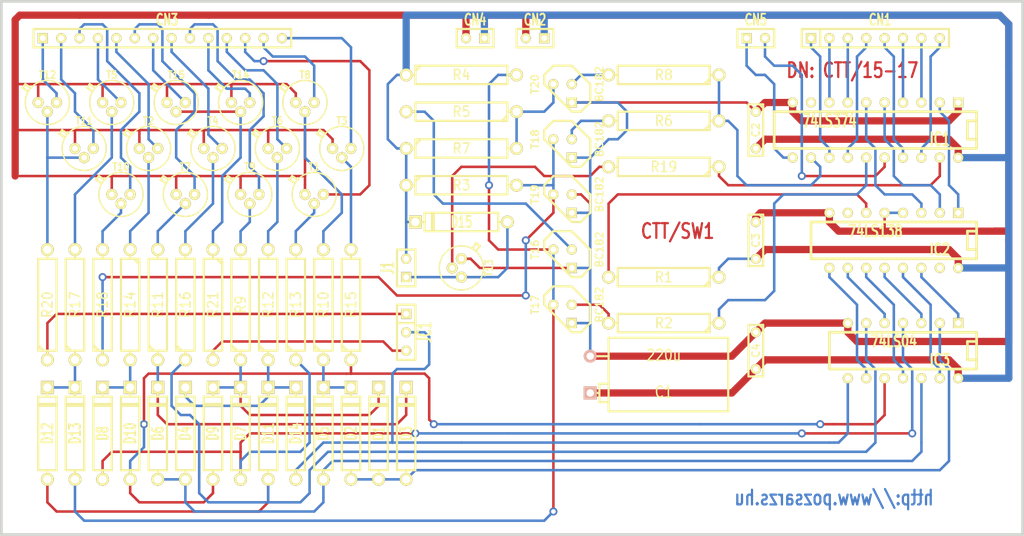
<source format=kicad_pcb>
(kicad_pcb (version 4) (host pcbnew 4.0.5+dfsg1-4+deb9u1)

  (general
    (links 118)
    (no_connects 0)
    (area 82.359499 65.849499 223.710501 139.890501)
    (thickness 1.6)
    (drawings 7)
    (tracks 614)
    (zones 0)
    (modules 70)
    (nets 51)
  )

  (page A4)
  (title_block
    (title "CTT Transistor tester - CTT/SW1 Switching unit")
    (date "14 may 2011")
    (rev 1.0)
    (company "Pozsar Zsolt")
    (comment 1 "Draw number: CTT/15-17")
  )

  (layers
    (0 F.Cu signal)
    (31 B.Cu signal)
    (32 B.Adhes user)
    (33 F.Adhes user)
    (34 B.Paste user)
    (35 F.Paste user)
    (36 B.SilkS user)
    (37 F.SilkS user)
    (38 B.Mask user)
    (39 F.Mask user)
    (40 Dwgs.User user)
    (41 Cmts.User user)
    (42 Eco1.User user)
    (43 Eco2.User user)
    (44 Edge.Cuts user)
    (45 Margin user)
    (46 B.CrtYd user)
    (47 F.CrtYd user)
    (48 B.Fab user)
    (49 F.Fab user)
  )

  (setup
    (last_trace_width 0.35052)
    (trace_clearance 0.35052)
    (zone_clearance 0.508)
    (zone_45_only no)
    (trace_min 0.2)
    (segment_width 0.381)
    (edge_width 0.381)
    (via_size 1.09982)
    (via_drill 0.635)
    (via_min_size 0.4)
    (via_min_drill 0.3)
    (uvia_size 0.3)
    (uvia_drill 0.1)
    (uvias_allowed no)
    (uvia_min_size 0.2)
    (uvia_min_drill 0.1)
    (pcb_text_width 0.3048)
    (pcb_text_size 1.524 2.032)
    (mod_edge_width 0.381)
    (mod_text_size 1.524 1.524)
    (mod_text_width 0.3048)
    (pad_size 1.397 1.397)
    (pad_drill 0.8128)
    (pad_to_mask_clearance 0.2)
    (aux_axis_origin 0 0)
    (visible_elements 7FFFFFFF)
    (pcbplotparams
      (layerselection 0x00000_80000000)
      (usegerberextensions false)
      (excludeedgelayer false)
      (linewidth 0.100000)
      (plotframeref true)
      (viasonmask false)
      (mode 1)
      (useauxorigin false)
      (hpglpennumber 1)
      (hpglpenspeed 20)
      (hpglpendiameter 15)
      (hpglpenoverlay 2)
      (psnegative false)
      (psa4output false)
      (plotreference true)
      (plotvalue false)
      (plotinvisibletext false)
      (padsonsilk true)
      (subtractmaskfromsilk false)
      (outputformat 4)
      (mirror true)
      (drillshape 1)
      (scaleselection 1)
      (outputdirectory ""))
  )

  (net 0 "")
  (net 1 GND)
  (net 2 /+5V)
  (net 3 N-000010)
  (net 4 N-000005)
  (net 5 N-000072)
  (net 6 N-000012)
  (net 7 N-000011)
  (net 8 N-000006)
  (net 9 N-000075)
  (net 10 N-000073)
  (net 11 N-000076)
  (net 12 N-000077)
  (net 13 N-000074)
  (net 14 N-000002)
  (net 15 N-000039)
  (net 16 N-000070)
  (net 17 N-000040)
  (net 18 N-000033)
  (net 19 N-000038)
  (net 20 N-000031)
  (net 21 N-000032)
  (net 22 N-000034)
  (net 23 N-000062)
  (net 24 N-000065)
  (net 25 N-000066)
  (net 26 N-000036)
  (net 27 N-000023)
  (net 28 N-000021)
  (net 29 N-000013)
  (net 30 N-000071)
  (net 31 N-000025)
  (net 32 N-000003)
  (net 33 N-000004)
  (net 34 N-000022)
  (net 35 N-000024)
  (net 36 N-000016)
  (net 37 N-000015)
  (net 38 N-000026)
  (net 39 N-000018)
  (net 40 N-000017)
  (net 41 N-000054)
  (net 42 N-000042)
  (net 43 N-000027)
  (net 44 N-000050)
  (net 45 N-000028)
  (net 46 N-000029)
  (net 47 N-000069)
  (net 48 N-000008)
  (net 49 N-000014)
  (net 50 N-000045)

  (net_class Default "This is the default net class."
    (clearance 0.35052)
    (trace_width 0.35052)
    (via_dia 1.09982)
    (via_drill 0.635)
    (uvia_dia 0.3)
    (uvia_drill 0.1)
    (add_net /+5V)
    (add_net GND)
    (add_net N-000002)
    (add_net N-000003)
    (add_net N-000004)
    (add_net N-000005)
    (add_net N-000006)
    (add_net N-000008)
    (add_net N-000010)
    (add_net N-000011)
    (add_net N-000012)
    (add_net N-000013)
    (add_net N-000014)
    (add_net N-000015)
    (add_net N-000016)
    (add_net N-000017)
    (add_net N-000018)
    (add_net N-000021)
    (add_net N-000022)
    (add_net N-000023)
    (add_net N-000024)
    (add_net N-000025)
    (add_net N-000026)
    (add_net N-000027)
    (add_net N-000028)
    (add_net N-000029)
    (add_net N-000031)
    (add_net N-000032)
    (add_net N-000033)
    (add_net N-000034)
    (add_net N-000036)
    (add_net N-000038)
    (add_net N-000039)
    (add_net N-000040)
    (add_net N-000042)
    (add_net N-000045)
    (add_net N-000050)
    (add_net N-000054)
    (add_net N-000062)
    (add_net N-000065)
    (add_net N-000066)
    (add_net N-000069)
    (add_net N-000070)
    (add_net N-000071)
    (add_net N-000072)
    (add_net N-000073)
    (add_net N-000074)
    (add_net N-000075)
    (add_net N-000076)
    (add_net N-000077)
  )

  (module C2 (layer F.Cu) (tedit 200000) (tstamp 4D92BE43)
    (at 186.69 83.82 270)
    (descr "Condensateur = 2 pas")
    (tags C)
    (fp_text reference C2 (at 0 0 270) (layer F.SilkS)
      (effects (font (size 1.016 1.016) (thickness 0.2032)))
    )
    (fp_text value 100n (at 0 0 270) (layer F.SilkS) hide
      (effects (font (size 1.016 1.016) (thickness 0.2032)))
    )
    (fp_line (start -3.556 -1.016) (end 3.556 -1.016) (layer F.SilkS) (width 0.3048))
    (fp_line (start 3.556 -1.016) (end 3.556 1.016) (layer F.SilkS) (width 0.3048))
    (fp_line (start 3.556 1.016) (end -3.556 1.016) (layer F.SilkS) (width 0.3048))
    (fp_line (start -3.556 1.016) (end -3.556 -1.016) (layer F.SilkS) (width 0.3048))
    (fp_line (start -3.556 -0.508) (end -3.048 -1.016) (layer F.SilkS) (width 0.3048))
    (pad 1 thru_hole circle (at -2.54 0 270) (size 1.397 1.397) (drill 0.8128) (layers *.Cu *.Mask F.SilkS)
      (net 1 GND))
    (pad 2 thru_hole circle (at 2.54 0 270) (size 1.397 1.397) (drill 0.8128) (layers *.Cu *.Mask F.SilkS)
      (net 2 /+5V))
    (model discret/capa_2pas_5x5mm.wrl
      (at (xyz 0 0 0))
      (scale (xyz 1 1 1))
      (rotate (xyz 0 0 0))
    )
  )

  (module C2 (layer F.Cu) (tedit 200000) (tstamp 4D92BE45)
    (at 186.69 99.06 270)
    (descr "Condensateur = 2 pas")
    (tags C)
    (fp_text reference C3 (at 0 0 270) (layer F.SilkS)
      (effects (font (size 1.016 1.016) (thickness 0.2032)))
    )
    (fp_text value 100n (at 0 0 270) (layer F.SilkS) hide
      (effects (font (size 1.016 1.016) (thickness 0.2032)))
    )
    (fp_line (start -3.556 -1.016) (end 3.556 -1.016) (layer F.SilkS) (width 0.3048))
    (fp_line (start 3.556 -1.016) (end 3.556 1.016) (layer F.SilkS) (width 0.3048))
    (fp_line (start 3.556 1.016) (end -3.556 1.016) (layer F.SilkS) (width 0.3048))
    (fp_line (start -3.556 1.016) (end -3.556 -1.016) (layer F.SilkS) (width 0.3048))
    (fp_line (start -3.556 -0.508) (end -3.048 -1.016) (layer F.SilkS) (width 0.3048))
    (pad 1 thru_hole circle (at -2.54 0 270) (size 1.397 1.397) (drill 0.8128) (layers *.Cu *.Mask F.SilkS)
      (net 1 GND))
    (pad 2 thru_hole circle (at 2.54 0 270) (size 1.397 1.397) (drill 0.8128) (layers *.Cu *.Mask F.SilkS)
      (net 2 /+5V))
    (model discret/capa_2pas_5x5mm.wrl
      (at (xyz 0 0 0))
      (scale (xyz 1 1 1))
      (rotate (xyz 0 0 0))
    )
  )

  (module C2 (layer F.Cu) (tedit 200000) (tstamp 4D92BE47)
    (at 186.69 114.3 270)
    (descr "Condensateur = 2 pas")
    (tags C)
    (fp_text reference C4 (at 0 0 270) (layer F.SilkS)
      (effects (font (size 1.016 1.016) (thickness 0.2032)))
    )
    (fp_text value 100n (at 0 0 270) (layer F.SilkS) hide
      (effects (font (size 1.016 1.016) (thickness 0.2032)))
    )
    (fp_line (start -3.556 -1.016) (end 3.556 -1.016) (layer F.SilkS) (width 0.3048))
    (fp_line (start 3.556 -1.016) (end 3.556 1.016) (layer F.SilkS) (width 0.3048))
    (fp_line (start 3.556 1.016) (end -3.556 1.016) (layer F.SilkS) (width 0.3048))
    (fp_line (start -3.556 1.016) (end -3.556 -1.016) (layer F.SilkS) (width 0.3048))
    (fp_line (start -3.556 -0.508) (end -3.048 -1.016) (layer F.SilkS) (width 0.3048))
    (pad 1 thru_hole circle (at -2.54 0 270) (size 1.397 1.397) (drill 0.8128) (layers *.Cu *.Mask F.SilkS)
      (net 1 GND))
    (pad 2 thru_hole circle (at 2.54 0 270) (size 1.397 1.397) (drill 0.8128) (layers *.Cu *.Mask F.SilkS)
      (net 2 /+5V))
    (model discret/capa_2pas_5x5mm.wrl
      (at (xyz 0 0 0))
      (scale (xyz 1 1 1))
      (rotate (xyz 0 0 0))
    )
  )

  (module CPR10X16 (layer F.Cu) (tedit 416BBCDD) (tstamp 4D92BE48)
    (at 163.83 117.475 180)
    (descr "Condensateur polarise couche")
    (tags CP)
    (fp_text reference C1 (at -10.16 -2.54 180) (layer F.SilkS)
      (effects (font (size 1.524 1.27) (thickness 0.2032)))
    )
    (fp_text value 220u (at -10.16 2.54 180) (layer F.SilkS)
      (effects (font (size 1.524 1.27) (thickness 0.2032)))
    )
    (fp_line (start -2.54 -5.207) (end -19.05 -5.207) (layer F.SilkS) (width 0.3048))
    (fp_line (start -19.05 -5.207) (end -19.05 4.953) (layer F.SilkS) (width 0.3048))
    (fp_line (start -19.05 4.953) (end -2.54 4.953) (layer F.SilkS) (width 0.3048))
    (fp_line (start -2.54 4.953) (end -2.54 -5.207) (layer F.SilkS) (width 0.3048))
    (fp_line (start -2.54 -3.937) (end -1.27 -3.937) (layer F.SilkS) (width 0.3048))
    (fp_line (start -1.27 -3.937) (end -1.27 -1.397) (layer F.SilkS) (width 0.3048))
    (fp_line (start -1.27 -1.397) (end -2.54 -1.397) (layer F.SilkS) (width 0.3048))
    (fp_line (start -1.27 -2.667) (end 0 -2.667) (layer F.SilkS) (width 0.3048))
    (fp_line (start -2.54 2.413) (end 0 2.413) (layer F.SilkS) (width 0.3048))
    (pad 1 thru_hole rect (at 0 -2.667 180) (size 1.778 1.778) (drill 1.016) (layers *.Cu *.SilkS *.Mask)
      (net 2 /+5V))
    (pad 2 thru_hole circle (at 0 2.413 180) (size 1.778 1.778) (drill 1.016) (layers *.Cu *.SilkS *.Mask)
      (net 1 GND))
    (model discret/c_horiz_c2v10.wrl
      (at (xyz 0 0 0))
      (scale (xyz 1 1 1))
      (rotate (xyz 0 0 0))
    )
  )

  (module D5 (layer F.Cu) (tedit 200000) (tstamp 4D92BE49)
    (at 134.62 125.73 90)
    (descr "Diode 5 pas")
    (tags "DIODE DEV")
    (fp_text reference D1 (at 0 0 90) (layer F.SilkS)
      (effects (font (size 1.524 1.016) (thickness 0.254)))
    )
    (fp_text value 1N4148 (at -0.254 0 90) (layer F.SilkS) hide
      (effects (font (size 1.524 1.016) (thickness 0.254)))
    )
    (fp_line (start 6.35 0) (end 5.08 0) (layer F.SilkS) (width 0.3048))
    (fp_line (start 5.08 0) (end 5.08 -1.27) (layer F.SilkS) (width 0.3048))
    (fp_line (start 5.08 -1.27) (end -5.08 -1.27) (layer F.SilkS) (width 0.3048))
    (fp_line (start -5.08 -1.27) (end -5.08 0) (layer F.SilkS) (width 0.3048))
    (fp_line (start -5.08 0) (end -6.35 0) (layer F.SilkS) (width 0.3048))
    (fp_line (start -5.08 0) (end -5.08 1.27) (layer F.SilkS) (width 0.3048))
    (fp_line (start -5.08 1.27) (end 5.08 1.27) (layer F.SilkS) (width 0.3048))
    (fp_line (start 5.08 1.27) (end 5.08 0) (layer F.SilkS) (width 0.3048))
    (fp_line (start 3.81 -1.27) (end 3.81 1.27) (layer F.SilkS) (width 0.3048))
    (fp_line (start 4.064 -1.27) (end 4.064 1.27) (layer F.SilkS) (width 0.3048))
    (pad 1 thru_hole circle (at -6.35 0 90) (size 1.778 1.778) (drill 1.143) (layers *.Cu *.Mask F.SilkS)
      (net 3 N-000010))
    (pad 2 thru_hole rect (at 6.35 0 90) (size 1.778 1.778) (drill 1.143) (layers *.Cu *.Mask F.SilkS)
      (net 4 N-000005))
    (model discret/diode.wrl
      (at (xyz 0 0 0))
      (scale (xyz 0.5 0.5 0.5))
      (rotate (xyz 0 0 0))
    )
  )

  (module D5 (layer F.Cu) (tedit 200000) (tstamp 4D92BE4B)
    (at 130.81 125.73 90)
    (descr "Diode 5 pas")
    (tags "DIODE DEV")
    (fp_text reference D2 (at 0 0 90) (layer F.SilkS)
      (effects (font (size 1.524 1.016) (thickness 0.254)))
    )
    (fp_text value 1N4148 (at -0.254 0 90) (layer F.SilkS) hide
      (effects (font (size 1.524 1.016) (thickness 0.254)))
    )
    (fp_line (start 6.35 0) (end 5.08 0) (layer F.SilkS) (width 0.3048))
    (fp_line (start 5.08 0) (end 5.08 -1.27) (layer F.SilkS) (width 0.3048))
    (fp_line (start 5.08 -1.27) (end -5.08 -1.27) (layer F.SilkS) (width 0.3048))
    (fp_line (start -5.08 -1.27) (end -5.08 0) (layer F.SilkS) (width 0.3048))
    (fp_line (start -5.08 0) (end -6.35 0) (layer F.SilkS) (width 0.3048))
    (fp_line (start -5.08 0) (end -5.08 1.27) (layer F.SilkS) (width 0.3048))
    (fp_line (start -5.08 1.27) (end 5.08 1.27) (layer F.SilkS) (width 0.3048))
    (fp_line (start 5.08 1.27) (end 5.08 0) (layer F.SilkS) (width 0.3048))
    (fp_line (start 3.81 -1.27) (end 3.81 1.27) (layer F.SilkS) (width 0.3048))
    (fp_line (start 4.064 -1.27) (end 4.064 1.27) (layer F.SilkS) (width 0.3048))
    (pad 1 thru_hole circle (at -6.35 0 90) (size 1.778 1.778) (drill 1.143) (layers *.Cu *.Mask F.SilkS)
      (net 3 N-000010))
    (pad 2 thru_hole rect (at 6.35 0 90) (size 1.778 1.778) (drill 1.143) (layers *.Cu *.Mask F.SilkS)
      (net 5 N-000072))
    (model discret/diode.wrl
      (at (xyz 0 0 0))
      (scale (xyz 0.5 0.5 0.5))
      (rotate (xyz 0 0 0))
    )
  )

  (module D5 (layer F.Cu) (tedit 200000) (tstamp 4D92BE4D)
    (at 138.43 125.73 90)
    (descr "Diode 5 pas")
    (tags "DIODE DEV")
    (fp_text reference D3 (at 0 0 90) (layer F.SilkS)
      (effects (font (size 1.524 1.016) (thickness 0.254)))
    )
    (fp_text value 1N4148 (at -0.254 0 90) (layer F.SilkS) hide
      (effects (font (size 1.524 1.016) (thickness 0.254)))
    )
    (fp_line (start 6.35 0) (end 5.08 0) (layer F.SilkS) (width 0.3048))
    (fp_line (start 5.08 0) (end 5.08 -1.27) (layer F.SilkS) (width 0.3048))
    (fp_line (start 5.08 -1.27) (end -5.08 -1.27) (layer F.SilkS) (width 0.3048))
    (fp_line (start -5.08 -1.27) (end -5.08 0) (layer F.SilkS) (width 0.3048))
    (fp_line (start -5.08 0) (end -6.35 0) (layer F.SilkS) (width 0.3048))
    (fp_line (start -5.08 0) (end -5.08 1.27) (layer F.SilkS) (width 0.3048))
    (fp_line (start -5.08 1.27) (end 5.08 1.27) (layer F.SilkS) (width 0.3048))
    (fp_line (start 5.08 1.27) (end 5.08 0) (layer F.SilkS) (width 0.3048))
    (fp_line (start 3.81 -1.27) (end 3.81 1.27) (layer F.SilkS) (width 0.3048))
    (fp_line (start 4.064 -1.27) (end 4.064 1.27) (layer F.SilkS) (width 0.3048))
    (pad 1 thru_hole circle (at -6.35 0 90) (size 1.778 1.778) (drill 1.143) (layers *.Cu *.Mask F.SilkS)
      (net 3 N-000010))
    (pad 2 thru_hole rect (at 6.35 0 90) (size 1.778 1.778) (drill 1.143) (layers *.Cu *.Mask F.SilkS)
      (net 6 N-000012))
    (model discret/diode.wrl
      (at (xyz 0 0 0))
      (scale (xyz 0.5 0.5 0.5))
      (rotate (xyz 0 0 0))
    )
  )

  (module D5 (layer F.Cu) (tedit 200000) (tstamp 4D92BE4F)
    (at 107.95 125.73 90)
    (descr "Diode 5 pas")
    (tags "DIODE DEV")
    (fp_text reference D4 (at 0 0 90) (layer F.SilkS)
      (effects (font (size 1.524 1.016) (thickness 0.254)))
    )
    (fp_text value 1N4148 (at -0.254 0 90) (layer F.SilkS) hide
      (effects (font (size 1.524 1.016) (thickness 0.254)))
    )
    (fp_line (start 6.35 0) (end 5.08 0) (layer F.SilkS) (width 0.3048))
    (fp_line (start 5.08 0) (end 5.08 -1.27) (layer F.SilkS) (width 0.3048))
    (fp_line (start 5.08 -1.27) (end -5.08 -1.27) (layer F.SilkS) (width 0.3048))
    (fp_line (start -5.08 -1.27) (end -5.08 0) (layer F.SilkS) (width 0.3048))
    (fp_line (start -5.08 0) (end -6.35 0) (layer F.SilkS) (width 0.3048))
    (fp_line (start -5.08 0) (end -5.08 1.27) (layer F.SilkS) (width 0.3048))
    (fp_line (start -5.08 1.27) (end 5.08 1.27) (layer F.SilkS) (width 0.3048))
    (fp_line (start 5.08 1.27) (end 5.08 0) (layer F.SilkS) (width 0.3048))
    (fp_line (start 3.81 -1.27) (end 3.81 1.27) (layer F.SilkS) (width 0.3048))
    (fp_line (start 4.064 -1.27) (end 4.064 1.27) (layer F.SilkS) (width 0.3048))
    (pad 1 thru_hole circle (at -6.35 0 90) (size 1.778 1.778) (drill 1.143) (layers *.Cu *.Mask F.SilkS)
      (net 7 N-000011))
    (pad 2 thru_hole rect (at 6.35 0 90) (size 1.778 1.778) (drill 1.143) (layers *.Cu *.Mask F.SilkS)
      (net 8 N-000006))
    (model discret/diode.wrl
      (at (xyz 0 0 0))
      (scale (xyz 0.5 0.5 0.5))
      (rotate (xyz 0 0 0))
    )
  )

  (module D5 (layer F.Cu) (tedit 200000) (tstamp 4D92BE51)
    (at 127 125.73 90)
    (descr "Diode 5 pas")
    (tags "DIODE DEV")
    (fp_text reference D5 (at 0 0 90) (layer F.SilkS)
      (effects (font (size 1.524 1.016) (thickness 0.254)))
    )
    (fp_text value 1N4148 (at -0.254 0 90) (layer F.SilkS) hide
      (effects (font (size 1.524 1.016) (thickness 0.254)))
    )
    (fp_line (start 6.35 0) (end 5.08 0) (layer F.SilkS) (width 0.3048))
    (fp_line (start 5.08 0) (end 5.08 -1.27) (layer F.SilkS) (width 0.3048))
    (fp_line (start 5.08 -1.27) (end -5.08 -1.27) (layer F.SilkS) (width 0.3048))
    (fp_line (start -5.08 -1.27) (end -5.08 0) (layer F.SilkS) (width 0.3048))
    (fp_line (start -5.08 0) (end -6.35 0) (layer F.SilkS) (width 0.3048))
    (fp_line (start -5.08 0) (end -5.08 1.27) (layer F.SilkS) (width 0.3048))
    (fp_line (start -5.08 1.27) (end 5.08 1.27) (layer F.SilkS) (width 0.3048))
    (fp_line (start 5.08 1.27) (end 5.08 0) (layer F.SilkS) (width 0.3048))
    (fp_line (start 3.81 -1.27) (end 3.81 1.27) (layer F.SilkS) (width 0.3048))
    (fp_line (start 4.064 -1.27) (end 4.064 1.27) (layer F.SilkS) (width 0.3048))
    (pad 1 thru_hole circle (at -6.35 0 90) (size 1.778 1.778) (drill 1.143) (layers *.Cu *.Mask F.SilkS)
      (net 7 N-000011))
    (pad 2 thru_hole rect (at 6.35 0 90) (size 1.778 1.778) (drill 1.143) (layers *.Cu *.Mask F.SilkS)
      (net 5 N-000072))
    (model discret/diode.wrl
      (at (xyz 0 0 0))
      (scale (xyz 0.5 0.5 0.5))
      (rotate (xyz 0 0 0))
    )
  )

  (module D5 (layer F.Cu) (tedit 200000) (tstamp 4D92BE53)
    (at 104.14 125.73 90)
    (descr "Diode 5 pas")
    (tags "DIODE DEV")
    (fp_text reference D6 (at 0 0 90) (layer F.SilkS)
      (effects (font (size 1.524 1.016) (thickness 0.254)))
    )
    (fp_text value 1N4148 (at -0.254 0 90) (layer F.SilkS) hide
      (effects (font (size 1.524 1.016) (thickness 0.254)))
    )
    (fp_line (start 6.35 0) (end 5.08 0) (layer F.SilkS) (width 0.3048))
    (fp_line (start 5.08 0) (end 5.08 -1.27) (layer F.SilkS) (width 0.3048))
    (fp_line (start 5.08 -1.27) (end -5.08 -1.27) (layer F.SilkS) (width 0.3048))
    (fp_line (start -5.08 -1.27) (end -5.08 0) (layer F.SilkS) (width 0.3048))
    (fp_line (start -5.08 0) (end -6.35 0) (layer F.SilkS) (width 0.3048))
    (fp_line (start -5.08 0) (end -5.08 1.27) (layer F.SilkS) (width 0.3048))
    (fp_line (start -5.08 1.27) (end 5.08 1.27) (layer F.SilkS) (width 0.3048))
    (fp_line (start 5.08 1.27) (end 5.08 0) (layer F.SilkS) (width 0.3048))
    (fp_line (start 3.81 -1.27) (end 3.81 1.27) (layer F.SilkS) (width 0.3048))
    (fp_line (start 4.064 -1.27) (end 4.064 1.27) (layer F.SilkS) (width 0.3048))
    (pad 1 thru_hole circle (at -6.35 0 90) (size 1.778 1.778) (drill 1.143) (layers *.Cu *.Mask F.SilkS)
      (net 7 N-000011))
    (pad 2 thru_hole rect (at 6.35 0 90) (size 1.778 1.778) (drill 1.143) (layers *.Cu *.Mask F.SilkS)
      (net 6 N-000012))
    (model discret/diode.wrl
      (at (xyz 0 0 0))
      (scale (xyz 0.5 0.5 0.5))
      (rotate (xyz 0 0 0))
    )
  )

  (module D5 (layer F.Cu) (tedit 200000) (tstamp 4D92BE55)
    (at 115.57 125.73 90)
    (descr "Diode 5 pas")
    (tags "DIODE DEV")
    (fp_text reference D7 (at 0 0 90) (layer F.SilkS)
      (effects (font (size 1.524 1.016) (thickness 0.254)))
    )
    (fp_text value 1N4148 (at -0.254 0 90) (layer F.SilkS) hide
      (effects (font (size 1.524 1.016) (thickness 0.254)))
    )
    (fp_line (start 6.35 0) (end 5.08 0) (layer F.SilkS) (width 0.3048))
    (fp_line (start 5.08 0) (end 5.08 -1.27) (layer F.SilkS) (width 0.3048))
    (fp_line (start 5.08 -1.27) (end -5.08 -1.27) (layer F.SilkS) (width 0.3048))
    (fp_line (start -5.08 -1.27) (end -5.08 0) (layer F.SilkS) (width 0.3048))
    (fp_line (start -5.08 0) (end -6.35 0) (layer F.SilkS) (width 0.3048))
    (fp_line (start -5.08 0) (end -5.08 1.27) (layer F.SilkS) (width 0.3048))
    (fp_line (start -5.08 1.27) (end 5.08 1.27) (layer F.SilkS) (width 0.3048))
    (fp_line (start 5.08 1.27) (end 5.08 0) (layer F.SilkS) (width 0.3048))
    (fp_line (start 3.81 -1.27) (end 3.81 1.27) (layer F.SilkS) (width 0.3048))
    (fp_line (start 4.064 -1.27) (end 4.064 1.27) (layer F.SilkS) (width 0.3048))
    (pad 1 thru_hole circle (at -6.35 0 90) (size 1.778 1.778) (drill 1.143) (layers *.Cu *.Mask F.SilkS)
      (net 9 N-000075))
    (pad 2 thru_hole rect (at 6.35 0 90) (size 1.778 1.778) (drill 1.143) (layers *.Cu *.Mask F.SilkS)
      (net 4 N-000005))
    (model discret/diode.wrl
      (at (xyz 0 0 0))
      (scale (xyz 0.5 0.5 0.5))
      (rotate (xyz 0 0 0))
    )
  )

  (module D5 (layer F.Cu) (tedit 200000) (tstamp 4D92BE57)
    (at 96.52 125.73 90)
    (descr "Diode 5 pas")
    (tags "DIODE DEV")
    (fp_text reference D8 (at 0 0 90) (layer F.SilkS)
      (effects (font (size 1.524 1.016) (thickness 0.254)))
    )
    (fp_text value 1N4148 (at -0.254 0 90) (layer F.SilkS) hide
      (effects (font (size 1.524 1.016) (thickness 0.254)))
    )
    (fp_line (start 6.35 0) (end 5.08 0) (layer F.SilkS) (width 0.3048))
    (fp_line (start 5.08 0) (end 5.08 -1.27) (layer F.SilkS) (width 0.3048))
    (fp_line (start 5.08 -1.27) (end -5.08 -1.27) (layer F.SilkS) (width 0.3048))
    (fp_line (start -5.08 -1.27) (end -5.08 0) (layer F.SilkS) (width 0.3048))
    (fp_line (start -5.08 0) (end -6.35 0) (layer F.SilkS) (width 0.3048))
    (fp_line (start -5.08 0) (end -5.08 1.27) (layer F.SilkS) (width 0.3048))
    (fp_line (start -5.08 1.27) (end 5.08 1.27) (layer F.SilkS) (width 0.3048))
    (fp_line (start 5.08 1.27) (end 5.08 0) (layer F.SilkS) (width 0.3048))
    (fp_line (start 3.81 -1.27) (end 3.81 1.27) (layer F.SilkS) (width 0.3048))
    (fp_line (start 4.064 -1.27) (end 4.064 1.27) (layer F.SilkS) (width 0.3048))
    (pad 1 thru_hole circle (at -6.35 0 90) (size 1.778 1.778) (drill 1.143) (layers *.Cu *.Mask F.SilkS)
      (net 9 N-000075))
    (pad 2 thru_hole rect (at 6.35 0 90) (size 1.778 1.778) (drill 1.143) (layers *.Cu *.Mask F.SilkS)
      (net 10 N-000073))
    (model discret/diode.wrl
      (at (xyz 0 0 0))
      (scale (xyz 0.5 0.5 0.5))
      (rotate (xyz 0 0 0))
    )
  )

  (module D5 (layer F.Cu) (tedit 200000) (tstamp 4D92BE59)
    (at 111.76 125.73 90)
    (descr "Diode 5 pas")
    (tags "DIODE DEV")
    (fp_text reference D9 (at 0 0 90) (layer F.SilkS)
      (effects (font (size 1.524 1.016) (thickness 0.254)))
    )
    (fp_text value 1N4148 (at -0.254 0 90) (layer F.SilkS) hide
      (effects (font (size 1.524 1.016) (thickness 0.254)))
    )
    (fp_line (start 6.35 0) (end 5.08 0) (layer F.SilkS) (width 0.3048))
    (fp_line (start 5.08 0) (end 5.08 -1.27) (layer F.SilkS) (width 0.3048))
    (fp_line (start 5.08 -1.27) (end -5.08 -1.27) (layer F.SilkS) (width 0.3048))
    (fp_line (start -5.08 -1.27) (end -5.08 0) (layer F.SilkS) (width 0.3048))
    (fp_line (start -5.08 0) (end -6.35 0) (layer F.SilkS) (width 0.3048))
    (fp_line (start -5.08 0) (end -5.08 1.27) (layer F.SilkS) (width 0.3048))
    (fp_line (start -5.08 1.27) (end 5.08 1.27) (layer F.SilkS) (width 0.3048))
    (fp_line (start 5.08 1.27) (end 5.08 0) (layer F.SilkS) (width 0.3048))
    (fp_line (start 3.81 -1.27) (end 3.81 1.27) (layer F.SilkS) (width 0.3048))
    (fp_line (start 4.064 -1.27) (end 4.064 1.27) (layer F.SilkS) (width 0.3048))
    (pad 1 thru_hole circle (at -6.35 0 90) (size 1.778 1.778) (drill 1.143) (layers *.Cu *.Mask F.SilkS)
      (net 11 N-000076))
    (pad 2 thru_hole rect (at 6.35 0 90) (size 1.778 1.778) (drill 1.143) (layers *.Cu *.Mask F.SilkS)
      (net 4 N-000005))
    (model discret/diode.wrl
      (at (xyz 0 0 0))
      (scale (xyz 0.5 0.5 0.5))
      (rotate (xyz 0 0 0))
    )
  )

  (module D5 (layer F.Cu) (tedit 200000) (tstamp 4D92BE5B)
    (at 100.33 125.73 90)
    (descr "Diode 5 pas")
    (tags "DIODE DEV")
    (fp_text reference D10 (at 0 0 90) (layer F.SilkS)
      (effects (font (size 1.524 1.016) (thickness 0.254)))
    )
    (fp_text value 1N4148 (at -0.254 0 90) (layer F.SilkS) hide
      (effects (font (size 1.524 1.016) (thickness 0.254)))
    )
    (fp_line (start 6.35 0) (end 5.08 0) (layer F.SilkS) (width 0.3048))
    (fp_line (start 5.08 0) (end 5.08 -1.27) (layer F.SilkS) (width 0.3048))
    (fp_line (start 5.08 -1.27) (end -5.08 -1.27) (layer F.SilkS) (width 0.3048))
    (fp_line (start -5.08 -1.27) (end -5.08 0) (layer F.SilkS) (width 0.3048))
    (fp_line (start -5.08 0) (end -6.35 0) (layer F.SilkS) (width 0.3048))
    (fp_line (start -5.08 0) (end -5.08 1.27) (layer F.SilkS) (width 0.3048))
    (fp_line (start -5.08 1.27) (end 5.08 1.27) (layer F.SilkS) (width 0.3048))
    (fp_line (start 5.08 1.27) (end 5.08 0) (layer F.SilkS) (width 0.3048))
    (fp_line (start 3.81 -1.27) (end 3.81 1.27) (layer F.SilkS) (width 0.3048))
    (fp_line (start 4.064 -1.27) (end 4.064 1.27) (layer F.SilkS) (width 0.3048))
    (pad 1 thru_hole circle (at -6.35 0 90) (size 1.778 1.778) (drill 1.143) (layers *.Cu *.Mask F.SilkS)
      (net 11 N-000076))
    (pad 2 thru_hole rect (at 6.35 0 90) (size 1.778 1.778) (drill 1.143) (layers *.Cu *.Mask F.SilkS)
      (net 10 N-000073))
    (model discret/diode.wrl
      (at (xyz 0 0 0))
      (scale (xyz 0.5 0.5 0.5))
      (rotate (xyz 0 0 0))
    )
  )

  (module D5 (layer F.Cu) (tedit 200000) (tstamp 4D92BE5D)
    (at 119.38 125.73 90)
    (descr "Diode 5 pas")
    (tags "DIODE DEV")
    (fp_text reference D11 (at 0 0 90) (layer F.SilkS)
      (effects (font (size 1.524 1.016) (thickness 0.254)))
    )
    (fp_text value 1N4148 (at -0.254 0 90) (layer F.SilkS) hide
      (effects (font (size 1.524 1.016) (thickness 0.254)))
    )
    (fp_line (start 6.35 0) (end 5.08 0) (layer F.SilkS) (width 0.3048))
    (fp_line (start 5.08 0) (end 5.08 -1.27) (layer F.SilkS) (width 0.3048))
    (fp_line (start 5.08 -1.27) (end -5.08 -1.27) (layer F.SilkS) (width 0.3048))
    (fp_line (start -5.08 -1.27) (end -5.08 0) (layer F.SilkS) (width 0.3048))
    (fp_line (start -5.08 0) (end -6.35 0) (layer F.SilkS) (width 0.3048))
    (fp_line (start -5.08 0) (end -5.08 1.27) (layer F.SilkS) (width 0.3048))
    (fp_line (start -5.08 1.27) (end 5.08 1.27) (layer F.SilkS) (width 0.3048))
    (fp_line (start 5.08 1.27) (end 5.08 0) (layer F.SilkS) (width 0.3048))
    (fp_line (start 3.81 -1.27) (end 3.81 1.27) (layer F.SilkS) (width 0.3048))
    (fp_line (start 4.064 -1.27) (end 4.064 1.27) (layer F.SilkS) (width 0.3048))
    (pad 1 thru_hole circle (at -6.35 0 90) (size 1.778 1.778) (drill 1.143) (layers *.Cu *.Mask F.SilkS)
      (net 12 N-000077))
    (pad 2 thru_hole rect (at 6.35 0 90) (size 1.778 1.778) (drill 1.143) (layers *.Cu *.Mask F.SilkS)
      (net 8 N-000006))
    (model discret/diode.wrl
      (at (xyz 0 0 0))
      (scale (xyz 0.5 0.5 0.5))
      (rotate (xyz 0 0 0))
    )
  )

  (module D5 (layer F.Cu) (tedit 200000) (tstamp 4D92BE5F)
    (at 88.9 125.73 90)
    (descr "Diode 5 pas")
    (tags "DIODE DEV")
    (fp_text reference D12 (at 0 0 90) (layer F.SilkS)
      (effects (font (size 1.524 1.016) (thickness 0.254)))
    )
    (fp_text value 1N4148 (at -0.254 0 90) (layer F.SilkS) hide
      (effects (font (size 1.524 1.016) (thickness 0.254)))
    )
    (fp_line (start 6.35 0) (end 5.08 0) (layer F.SilkS) (width 0.3048))
    (fp_line (start 5.08 0) (end 5.08 -1.27) (layer F.SilkS) (width 0.3048))
    (fp_line (start 5.08 -1.27) (end -5.08 -1.27) (layer F.SilkS) (width 0.3048))
    (fp_line (start -5.08 -1.27) (end -5.08 0) (layer F.SilkS) (width 0.3048))
    (fp_line (start -5.08 0) (end -6.35 0) (layer F.SilkS) (width 0.3048))
    (fp_line (start -5.08 0) (end -5.08 1.27) (layer F.SilkS) (width 0.3048))
    (fp_line (start -5.08 1.27) (end 5.08 1.27) (layer F.SilkS) (width 0.3048))
    (fp_line (start 5.08 1.27) (end 5.08 0) (layer F.SilkS) (width 0.3048))
    (fp_line (start 3.81 -1.27) (end 3.81 1.27) (layer F.SilkS) (width 0.3048))
    (fp_line (start 4.064 -1.27) (end 4.064 1.27) (layer F.SilkS) (width 0.3048))
    (pad 1 thru_hole circle (at -6.35 0 90) (size 1.778 1.778) (drill 1.143) (layers *.Cu *.Mask F.SilkS)
      (net 12 N-000077))
    (pad 2 thru_hole rect (at 6.35 0 90) (size 1.778 1.778) (drill 1.143) (layers *.Cu *.Mask F.SilkS)
      (net 13 N-000074))
    (model discret/diode.wrl
      (at (xyz 0 0 0))
      (scale (xyz 0.5 0.5 0.5))
      (rotate (xyz 0 0 0))
    )
  )

  (module D5 (layer F.Cu) (tedit 200000) (tstamp 4D92BE61)
    (at 92.71 125.73 90)
    (descr "Diode 5 pas")
    (tags "DIODE DEV")
    (fp_text reference D13 (at 0 0 90) (layer F.SilkS)
      (effects (font (size 1.524 1.016) (thickness 0.254)))
    )
    (fp_text value 1N4148 (at -0.254 0 90) (layer F.SilkS) hide
      (effects (font (size 1.524 1.016) (thickness 0.254)))
    )
    (fp_line (start 6.35 0) (end 5.08 0) (layer F.SilkS) (width 0.3048))
    (fp_line (start 5.08 0) (end 5.08 -1.27) (layer F.SilkS) (width 0.3048))
    (fp_line (start 5.08 -1.27) (end -5.08 -1.27) (layer F.SilkS) (width 0.3048))
    (fp_line (start -5.08 -1.27) (end -5.08 0) (layer F.SilkS) (width 0.3048))
    (fp_line (start -5.08 0) (end -6.35 0) (layer F.SilkS) (width 0.3048))
    (fp_line (start -5.08 0) (end -5.08 1.27) (layer F.SilkS) (width 0.3048))
    (fp_line (start -5.08 1.27) (end 5.08 1.27) (layer F.SilkS) (width 0.3048))
    (fp_line (start 5.08 1.27) (end 5.08 0) (layer F.SilkS) (width 0.3048))
    (fp_line (start 3.81 -1.27) (end 3.81 1.27) (layer F.SilkS) (width 0.3048))
    (fp_line (start 4.064 -1.27) (end 4.064 1.27) (layer F.SilkS) (width 0.3048))
    (pad 1 thru_hole circle (at -6.35 0 90) (size 1.778 1.778) (drill 1.143) (layers *.Cu *.Mask F.SilkS)
      (net 14 N-000002))
    (pad 2 thru_hole rect (at 6.35 0 90) (size 1.778 1.778) (drill 1.143) (layers *.Cu *.Mask F.SilkS)
      (net 13 N-000074))
    (model discret/diode.wrl
      (at (xyz 0 0 0))
      (scale (xyz 0.5 0.5 0.5))
      (rotate (xyz 0 0 0))
    )
  )

  (module D5 (layer F.Cu) (tedit 200000) (tstamp 4D92BE63)
    (at 123.19 125.73 90)
    (descr "Diode 5 pas")
    (tags "DIODE DEV")
    (fp_text reference D14 (at 0 0 90) (layer F.SilkS)
      (effects (font (size 1.524 1.016) (thickness 0.254)))
    )
    (fp_text value 1N4148 (at -0.254 0 90) (layer F.SilkS) hide
      (effects (font (size 1.524 1.016) (thickness 0.254)))
    )
    (fp_line (start 6.35 0) (end 5.08 0) (layer F.SilkS) (width 0.3048))
    (fp_line (start 5.08 0) (end 5.08 -1.27) (layer F.SilkS) (width 0.3048))
    (fp_line (start 5.08 -1.27) (end -5.08 -1.27) (layer F.SilkS) (width 0.3048))
    (fp_line (start -5.08 -1.27) (end -5.08 0) (layer F.SilkS) (width 0.3048))
    (fp_line (start -5.08 0) (end -6.35 0) (layer F.SilkS) (width 0.3048))
    (fp_line (start -5.08 0) (end -5.08 1.27) (layer F.SilkS) (width 0.3048))
    (fp_line (start -5.08 1.27) (end 5.08 1.27) (layer F.SilkS) (width 0.3048))
    (fp_line (start 5.08 1.27) (end 5.08 0) (layer F.SilkS) (width 0.3048))
    (fp_line (start 3.81 -1.27) (end 3.81 1.27) (layer F.SilkS) (width 0.3048))
    (fp_line (start 4.064 -1.27) (end 4.064 1.27) (layer F.SilkS) (width 0.3048))
    (pad 1 thru_hole circle (at -6.35 0 90) (size 1.778 1.778) (drill 1.143) (layers *.Cu *.Mask F.SilkS)
      (net 15 N-000039))
    (pad 2 thru_hole rect (at 6.35 0 90) (size 1.778 1.778) (drill 1.143) (layers *.Cu *.Mask F.SilkS)
      (net 8 N-000006))
    (model discret/diode.wrl
      (at (xyz 0 0 0))
      (scale (xyz 0.5 0.5 0.5))
      (rotate (xyz 0 0 0))
    )
  )

  (module D5 (layer F.Cu) (tedit 200000) (tstamp 4D92BE65)
    (at 146.05 96.52 180)
    (descr "Diode 5 pas")
    (tags "DIODE DEV")
    (fp_text reference D15 (at 0 0 180) (layer F.SilkS)
      (effects (font (size 1.524 1.016) (thickness 0.254)))
    )
    (fp_text value 1N4148 (at -0.254 0 180) (layer F.SilkS) hide
      (effects (font (size 1.524 1.016) (thickness 0.254)))
    )
    (fp_line (start 6.35 0) (end 5.08 0) (layer F.SilkS) (width 0.3048))
    (fp_line (start 5.08 0) (end 5.08 -1.27) (layer F.SilkS) (width 0.3048))
    (fp_line (start 5.08 -1.27) (end -5.08 -1.27) (layer F.SilkS) (width 0.3048))
    (fp_line (start -5.08 -1.27) (end -5.08 0) (layer F.SilkS) (width 0.3048))
    (fp_line (start -5.08 0) (end -6.35 0) (layer F.SilkS) (width 0.3048))
    (fp_line (start -5.08 0) (end -5.08 1.27) (layer F.SilkS) (width 0.3048))
    (fp_line (start -5.08 1.27) (end 5.08 1.27) (layer F.SilkS) (width 0.3048))
    (fp_line (start 5.08 1.27) (end 5.08 0) (layer F.SilkS) (width 0.3048))
    (fp_line (start 3.81 -1.27) (end 3.81 1.27) (layer F.SilkS) (width 0.3048))
    (fp_line (start 4.064 -1.27) (end 4.064 1.27) (layer F.SilkS) (width 0.3048))
    (pad 1 thru_hole circle (at -6.35 0 180) (size 1.778 1.778) (drill 1.143) (layers *.Cu *.Mask F.SilkS)
      (net 16 N-000070))
    (pad 2 thru_hole rect (at 6.35 0 180) (size 1.778 1.778) (drill 1.143) (layers *.Cu *.Mask F.SilkS)
      (net 2 /+5V))
    (model discret/diode.wrl
      (at (xyz 0 0 0))
      (scale (xyz 0.5 0.5 0.5))
      (rotate (xyz 0 0 0))
    )
  )

  (module DIP-14__300 (layer F.Cu) (tedit 200000) (tstamp 4D92BE66)
    (at 207.01 114.3 180)
    (descr "14 pins DIL package, round pads")
    (tags DIL)
    (fp_text reference IC3 (at -5.08 -1.27 180) (layer F.SilkS)
      (effects (font (size 1.524 1.143) (thickness 0.28702)))
    )
    (fp_text value 74LS04 (at 1.27 1.27 180) (layer F.SilkS)
      (effects (font (size 1.524 1.143) (thickness 0.28702)))
    )
    (fp_line (start -10.16 -2.54) (end 10.16 -2.54) (layer F.SilkS) (width 0.381))
    (fp_line (start 10.16 2.54) (end -10.16 2.54) (layer F.SilkS) (width 0.381))
    (fp_line (start -10.16 2.54) (end -10.16 -2.54) (layer F.SilkS) (width 0.381))
    (fp_line (start -10.16 -1.27) (end -8.89 -1.27) (layer F.SilkS) (width 0.381))
    (fp_line (start -8.89 -1.27) (end -8.89 1.27) (layer F.SilkS) (width 0.381))
    (fp_line (start -8.89 1.27) (end -10.16 1.27) (layer F.SilkS) (width 0.381))
    (fp_line (start 10.16 -2.54) (end 10.16 2.54) (layer F.SilkS) (width 0.381))
    (pad 1 thru_hole rect (at -7.62 3.81 180) (size 1.397 1.397) (drill 0.8128) (layers *.Cu *.Mask F.SilkS)
      (net 17 N-000040))
    (pad 2 thru_hole circle (at -5.08 3.81 180) (size 1.397 1.397) (drill 0.8128) (layers *.Cu *.Mask F.SilkS)
      (net 3 N-000010))
    (pad 3 thru_hole circle (at -2.54 3.81 180) (size 1.397 1.397) (drill 0.8128) (layers *.Cu *.Mask F.SilkS)
      (net 18 N-000033))
    (pad 4 thru_hole circle (at 0 3.81 180) (size 1.397 1.397) (drill 0.8128) (layers *.Cu *.Mask F.SilkS)
      (net 9 N-000075))
    (pad 5 thru_hole circle (at 2.54 3.81 180) (size 1.397 1.397) (drill 0.8128) (layers *.Cu *.Mask F.SilkS)
      (net 19 N-000038))
    (pad 6 thru_hole circle (at 5.08 3.81 180) (size 1.397 1.397) (drill 0.8128) (layers *.Cu *.Mask F.SilkS)
      (net 12 N-000077))
    (pad 7 thru_hole circle (at 7.62 3.81 180) (size 1.397 1.397) (drill 0.8128) (layers *.Cu *.Mask F.SilkS)
      (net 1 GND))
    (pad 8 thru_hole circle (at 7.62 -3.81 180) (size 1.397 1.397) (drill 0.8128) (layers *.Cu *.Mask F.SilkS)
      (net 15 N-000039))
    (pad 9 thru_hole circle (at 5.08 -3.81 180) (size 1.397 1.397) (drill 0.8128) (layers *.Cu *.Mask F.SilkS)
      (net 20 N-000031))
    (pad 10 thru_hole circle (at 2.54 -3.81 180) (size 1.397 1.397) (drill 0.8128) (layers *.Cu *.Mask F.SilkS)
      (net 11 N-000076))
    (pad 11 thru_hole circle (at 0 -3.81 180) (size 1.397 1.397) (drill 0.8128) (layers *.Cu *.Mask F.SilkS)
      (net 21 N-000032))
    (pad 12 thru_hole circle (at -2.54 -3.81 180) (size 1.397 1.397) (drill 0.8128) (layers *.Cu *.Mask F.SilkS)
      (net 7 N-000011))
    (pad 13 thru_hole circle (at -5.08 -3.81 180) (size 1.397 1.397) (drill 0.8128) (layers *.Cu *.Mask F.SilkS)
      (net 22 N-000034))
    (pad 14 thru_hole circle (at -7.62 -3.81 180) (size 1.397 1.397) (drill 0.8128) (layers *.Cu *.Mask F.SilkS)
      (net 2 /+5V))
    (model dil/dil_14.wrl
      (at (xyz 0 0 0))
      (scale (xyz 1 1 1))
      (rotate (xyz 0 0 0))
    )
  )

  (module DIP-16__300 (layer F.Cu) (tedit 200000) (tstamp 4D92BE67)
    (at 205.74 99.06 180)
    (descr "16 pins DIL package, round pads")
    (tags DIL)
    (fp_text reference IC2 (at -6.35 -1.27 180) (layer F.SilkS)
      (effects (font (size 1.524 1.143) (thickness 0.28702)))
    )
    (fp_text value 74LS138 (at 2.54 1.27 180) (layer F.SilkS)
      (effects (font (size 1.524 1.143) (thickness 0.28702)))
    )
    (fp_line (start -11.43 -1.27) (end -11.43 -1.27) (layer F.SilkS) (width 0.381))
    (fp_line (start -11.43 -1.27) (end -10.16 -1.27) (layer F.SilkS) (width 0.381))
    (fp_line (start -10.16 -1.27) (end -10.16 1.27) (layer F.SilkS) (width 0.381))
    (fp_line (start -10.16 1.27) (end -11.43 1.27) (layer F.SilkS) (width 0.381))
    (fp_line (start -11.43 -2.54) (end 11.43 -2.54) (layer F.SilkS) (width 0.381))
    (fp_line (start 11.43 -2.54) (end 11.43 2.54) (layer F.SilkS) (width 0.381))
    (fp_line (start 11.43 2.54) (end -11.43 2.54) (layer F.SilkS) (width 0.381))
    (fp_line (start -11.43 2.54) (end -11.43 -2.54) (layer F.SilkS) (width 0.381))
    (pad 1 thru_hole rect (at -8.89 3.81 180) (size 1.397 1.397) (drill 0.8128) (layers *.Cu *.Mask F.SilkS)
      (net 23 N-000062))
    (pad 2 thru_hole circle (at -6.35 3.81 180) (size 1.397 1.397) (drill 0.8128) (layers *.Cu *.Mask F.SilkS)
      (net 24 N-000065))
    (pad 3 thru_hole circle (at -3.81 3.81 180) (size 1.397 1.397) (drill 0.8128) (layers *.Cu *.Mask F.SilkS)
      (net 25 N-000066))
    (pad 4 thru_hole circle (at -1.27 3.81 180) (size 1.397 1.397) (drill 0.8128) (layers *.Cu *.Mask F.SilkS)
      (net 1 GND))
    (pad 5 thru_hole circle (at 1.27 3.81 180) (size 1.397 1.397) (drill 0.8128) (layers *.Cu *.Mask F.SilkS)
      (net 1 GND))
    (pad 6 thru_hole circle (at 3.81 3.81 180) (size 1.397 1.397) (drill 0.8128) (layers *.Cu *.Mask F.SilkS)
      (net 26 N-000036))
    (pad 7 thru_hole circle (at 6.35 3.81 180) (size 1.397 1.397) (drill 0.8128) (layers *.Cu *.Mask F.SilkS))
    (pad 8 thru_hole circle (at 8.89 3.81 180) (size 1.397 1.397) (drill 0.8128) (layers *.Cu *.Mask F.SilkS)
      (net 1 GND))
    (pad 9 thru_hole circle (at 8.89 -3.81 180) (size 1.397 1.397) (drill 0.8128) (layers *.Cu *.Mask F.SilkS)
      (net 20 N-000031))
    (pad 10 thru_hole circle (at 6.35 -3.81 180) (size 1.397 1.397) (drill 0.8128) (layers *.Cu *.Mask F.SilkS)
      (net 19 N-000038))
    (pad 11 thru_hole circle (at 3.81 -3.81 180) (size 1.397 1.397) (drill 0.8128) (layers *.Cu *.Mask F.SilkS)
      (net 21 N-000032))
    (pad 12 thru_hole circle (at 1.27 -3.81 180) (size 1.397 1.397) (drill 0.8128) (layers *.Cu *.Mask F.SilkS)
      (net 18 N-000033))
    (pad 13 thru_hole circle (at -1.27 -3.81 180) (size 1.397 1.397) (drill 0.8128) (layers *.Cu *.Mask F.SilkS)
      (net 22 N-000034))
    (pad 14 thru_hole circle (at -3.81 -3.81 180) (size 1.397 1.397) (drill 0.8128) (layers *.Cu *.Mask F.SilkS)
      (net 17 N-000040))
    (pad 15 thru_hole circle (at -6.35 -3.81 180) (size 1.397 1.397) (drill 0.8128) (layers *.Cu *.Mask F.SilkS))
    (pad 16 thru_hole circle (at -8.89 -3.81 180) (size 1.397 1.397) (drill 0.8128) (layers *.Cu *.Mask F.SilkS)
      (net 2 /+5V))
    (model dil/dil_16.wrl
      (at (xyz 0 0 0))
      (scale (xyz 1 1 1))
      (rotate (xyz 0 0 0))
    )
  )

  (module DIP-20__300 (layer F.Cu) (tedit 200000) (tstamp 4D92BE68)
    (at 203.2 83.82 180)
    (descr "20 pins DIL package, round pads")
    (tags DIL)
    (fp_text reference IC1 (at -8.89 -1.27 180) (layer F.SilkS)
      (effects (font (size 1.778 1.143) (thickness 0.28702)))
    )
    (fp_text value 74LS374 (at 6.35 1.27 180) (layer F.SilkS)
      (effects (font (size 1.778 1.143) (thickness 0.28702)))
    )
    (fp_line (start -13.97 -1.27) (end -12.7 -1.27) (layer F.SilkS) (width 0.381))
    (fp_line (start -12.7 -1.27) (end -12.7 1.27) (layer F.SilkS) (width 0.381))
    (fp_line (start -12.7 1.27) (end -13.97 1.27) (layer F.SilkS) (width 0.381))
    (fp_line (start -13.97 -2.54) (end 13.97 -2.54) (layer F.SilkS) (width 0.381))
    (fp_line (start 13.97 -2.54) (end 13.97 2.54) (layer F.SilkS) (width 0.381))
    (fp_line (start 13.97 2.54) (end -13.97 2.54) (layer F.SilkS) (width 0.381))
    (fp_line (start -13.97 2.54) (end -13.97 -2.54) (layer F.SilkS) (width 0.381))
    (pad 1 thru_hole rect (at -11.43 3.81 180) (size 1.397 1.397) (drill 0.8128) (layers *.Cu *.Mask F.SilkS)
      (net 1 GND))
    (pad 2 thru_hole circle (at -8.89 3.81 180) (size 1.397 1.397) (drill 0.8128) (layers *.Cu *.Mask F.SilkS)
      (net 23 N-000062))
    (pad 3 thru_hole circle (at -6.35 3.81 180) (size 1.397 1.397) (drill 0.8128) (layers *.Cu *.Mask F.SilkS))
    (pad 4 thru_hole circle (at -3.81 3.81 180) (size 1.397 1.397) (drill 0.8128) (layers *.Cu *.Mask F.SilkS))
    (pad 5 thru_hole circle (at -1.27 3.81 180) (size 1.397 1.397) (drill 0.8128) (layers *.Cu *.Mask F.SilkS)
      (net 24 N-000065))
    (pad 6 thru_hole circle (at 1.27 3.81 180) (size 1.397 1.397) (drill 0.8128) (layers *.Cu *.Mask F.SilkS)
      (net 25 N-000066))
    (pad 7 thru_hole circle (at 3.81 3.81 180) (size 1.397 1.397) (drill 0.8128) (layers *.Cu *.Mask F.SilkS))
    (pad 8 thru_hole circle (at 6.35 3.81 180) (size 1.397 1.397) (drill 0.8128) (layers *.Cu *.Mask F.SilkS))
    (pad 9 thru_hole circle (at 8.89 3.81 180) (size 1.397 1.397) (drill 0.8128) (layers *.Cu *.Mask F.SilkS))
    (pad 10 thru_hole circle (at 11.43 3.81 180) (size 1.397 1.397) (drill 0.8128) (layers *.Cu *.Mask F.SilkS)
      (net 1 GND))
    (pad 11 thru_hole circle (at 11.43 -3.81 180) (size 1.397 1.397) (drill 0.8128) (layers *.Cu *.Mask F.SilkS))
    (pad 12 thru_hole circle (at 8.89 -3.81 180) (size 1.397 1.397) (drill 0.8128) (layers *.Cu *.Mask F.SilkS)
      (net 27 N-000023))
    (pad 13 thru_hole circle (at 6.35 -3.81 180) (size 1.397 1.397) (drill 0.8128) (layers *.Cu *.Mask F.SilkS))
    (pad 14 thru_hole circle (at 3.81 -3.81 180) (size 1.397 1.397) (drill 0.8128) (layers *.Cu *.Mask F.SilkS))
    (pad 15 thru_hole circle (at 1.27 -3.81 180) (size 1.397 1.397) (drill 0.8128) (layers *.Cu *.Mask F.SilkS)
      (net 28 N-000021))
    (pad 16 thru_hole circle (at -1.27 -3.81 180) (size 1.397 1.397) (drill 0.8128) (layers *.Cu *.Mask F.SilkS))
    (pad 17 thru_hole circle (at -3.81 -3.81 180) (size 1.397 1.397) (drill 0.8128) (layers *.Cu *.Mask F.SilkS))
    (pad 18 thru_hole circle (at -6.35 -3.81 180) (size 1.397 1.397) (drill 0.8128) (layers *.Cu *.Mask F.SilkS))
    (pad 19 thru_hole circle (at -8.89 -3.81 180) (size 1.397 1.397) (drill 0.8128) (layers *.Cu *.Mask F.SilkS)
      (net 29 N-000013))
    (pad 20 thru_hole circle (at -11.43 -3.81 180) (size 1.397 1.397) (drill 0.8128) (layers *.Cu *.Mask F.SilkS)
      (net 2 /+5V))
    (model dil/dil_20.wrl
      (at (xyz 0 0 0))
      (scale (xyz 1 1 1))
      (rotate (xyz 0 0 0))
    )
  )

  (module R6 (layer F.Cu) (tedit 200000) (tstamp 4D92BE69)
    (at 146.05 81.28 180)
    (descr "Resistance 6 pas")
    (tags R)
    (autoplace_cost180 10)
    (fp_text reference R5 (at 0 0 180) (layer F.SilkS)
      (effects (font (size 1.397 1.27) (thickness 0.2032)))
    )
    (fp_text value 1k (at 0.254 0 180) (layer F.SilkS) hide
      (effects (font (size 1.397 1.27) (thickness 0.2032)))
    )
    (fp_line (start -6.35 -1.27) (end 6.35 -1.27) (layer F.SilkS) (width 0.3048))
    (fp_line (start 6.35 -1.27) (end 6.35 1.27) (layer F.SilkS) (width 0.3048))
    (fp_line (start 6.35 1.27) (end -6.35 1.27) (layer F.SilkS) (width 0.3048))
    (fp_line (start 6.35 0) (end 7.62 0) (layer F.SilkS) (width 0.3048))
    (fp_line (start -7.62 0) (end -6.35 0) (layer F.SilkS) (width 0.3048))
    (fp_line (start -6.35 -0.508) (end -5.588 -1.27) (layer F.SilkS) (width 0.3048))
    (fp_line (start -6.35 -1.27) (end -6.35 1.27) (layer F.SilkS) (width 0.3048))
    (pad 1 thru_hole circle (at -7.62 0 180) (size 1.778 1.778) (drill 1.143) (layers *.Cu *.Mask F.SilkS)
      (net 30 N-000071))
    (pad 2 thru_hole circle (at 7.62 0 180) (size 1.778 1.778) (drill 1.143) (layers *.Cu *.Mask F.SilkS)
      (net 31 N-000025))
    (model discret/resistor.wrl
      (at (xyz 0 0 0))
      (scale (xyz 0.6 0.6 0.6))
      (rotate (xyz 0 0 0))
    )
  )

  (module R6 (layer F.Cu) (tedit 200000) (tstamp 4D92BE6B)
    (at 146.05 86.36)
    (descr "Resistance 6 pas")
    (tags R)
    (autoplace_cost180 10)
    (fp_text reference R7 (at 0 0) (layer F.SilkS)
      (effects (font (size 1.397 1.27) (thickness 0.2032)))
    )
    (fp_text value 1k (at 0.254 0) (layer F.SilkS) hide
      (effects (font (size 1.397 1.27) (thickness 0.2032)))
    )
    (fp_line (start -6.35 -1.27) (end 6.35 -1.27) (layer F.SilkS) (width 0.3048))
    (fp_line (start 6.35 -1.27) (end 6.35 1.27) (layer F.SilkS) (width 0.3048))
    (fp_line (start 6.35 1.27) (end -6.35 1.27) (layer F.SilkS) (width 0.3048))
    (fp_line (start 6.35 0) (end 7.62 0) (layer F.SilkS) (width 0.3048))
    (fp_line (start -7.62 0) (end -6.35 0) (layer F.SilkS) (width 0.3048))
    (fp_line (start -6.35 -0.508) (end -5.588 -1.27) (layer F.SilkS) (width 0.3048))
    (fp_line (start -6.35 -1.27) (end -6.35 1.27) (layer F.SilkS) (width 0.3048))
    (pad 1 thru_hole circle (at -7.62 0) (size 1.778 1.778) (drill 1.143) (layers *.Cu *.Mask F.SilkS)
      (net 2 /+5V))
    (pad 2 thru_hole circle (at 7.62 0) (size 1.778 1.778) (drill 1.143) (layers *.Cu *.Mask F.SilkS)
      (net 30 N-000071))
    (model discret/resistor.wrl
      (at (xyz 0 0 0))
      (scale (xyz 0.6 0.6 0.6))
      (rotate (xyz 0 0 0))
    )
  )

  (module R6 (layer F.Cu) (tedit 200000) (tstamp 4D92BE6D)
    (at 146.05 91.44)
    (descr "Resistance 6 pas")
    (tags R)
    (autoplace_cost180 10)
    (fp_text reference R3 (at 0 0) (layer F.SilkS)
      (effects (font (size 1.397 1.27) (thickness 0.2032)))
    )
    (fp_text value 1k (at 0.254 0) (layer F.SilkS) hide
      (effects (font (size 1.397 1.27) (thickness 0.2032)))
    )
    (fp_line (start -6.35 -1.27) (end 6.35 -1.27) (layer F.SilkS) (width 0.3048))
    (fp_line (start 6.35 -1.27) (end 6.35 1.27) (layer F.SilkS) (width 0.3048))
    (fp_line (start 6.35 1.27) (end -6.35 1.27) (layer F.SilkS) (width 0.3048))
    (fp_line (start 6.35 0) (end 7.62 0) (layer F.SilkS) (width 0.3048))
    (fp_line (start -7.62 0) (end -6.35 0) (layer F.SilkS) (width 0.3048))
    (fp_line (start -6.35 -0.508) (end -5.588 -1.27) (layer F.SilkS) (width 0.3048))
    (fp_line (start -6.35 -1.27) (end -6.35 1.27) (layer F.SilkS) (width 0.3048))
    (pad 1 thru_hole circle (at -7.62 0) (size 1.778 1.778) (drill 1.143) (layers *.Cu *.Mask F.SilkS)
      (net 2 /+5V))
    (pad 2 thru_hole circle (at 7.62 0) (size 1.778 1.778) (drill 1.143) (layers *.Cu *.Mask F.SilkS)
      (net 32 N-000003))
    (model discret/resistor.wrl
      (at (xyz 0 0 0))
      (scale (xyz 0.6 0.6 0.6))
      (rotate (xyz 0 0 0))
    )
  )

  (module R6 (layer F.Cu) (tedit 200000) (tstamp 4D92BE6F)
    (at 173.99 110.49 180)
    (descr "Resistance 6 pas")
    (tags R)
    (autoplace_cost180 10)
    (fp_text reference R2 (at 0 0 180) (layer F.SilkS)
      (effects (font (size 1.397 1.27) (thickness 0.2032)))
    )
    (fp_text value 1k (at 0.254 0 180) (layer F.SilkS) hide
      (effects (font (size 1.397 1.27) (thickness 0.2032)))
    )
    (fp_line (start -6.35 -1.27) (end 6.35 -1.27) (layer F.SilkS) (width 0.3048))
    (fp_line (start 6.35 -1.27) (end 6.35 1.27) (layer F.SilkS) (width 0.3048))
    (fp_line (start 6.35 1.27) (end -6.35 1.27) (layer F.SilkS) (width 0.3048))
    (fp_line (start 6.35 0) (end 7.62 0) (layer F.SilkS) (width 0.3048))
    (fp_line (start -7.62 0) (end -6.35 0) (layer F.SilkS) (width 0.3048))
    (fp_line (start -6.35 -0.508) (end -5.588 -1.27) (layer F.SilkS) (width 0.3048))
    (fp_line (start -6.35 -1.27) (end -6.35 1.27) (layer F.SilkS) (width 0.3048))
    (pad 1 thru_hole circle (at -7.62 0 180) (size 1.778 1.778) (drill 1.143) (layers *.Cu *.Mask F.SilkS)
      (net 28 N-000021))
    (pad 2 thru_hole circle (at 7.62 0 180) (size 1.778 1.778) (drill 1.143) (layers *.Cu *.Mask F.SilkS)
      (net 33 N-000004))
    (model discret/resistor.wrl
      (at (xyz 0 0 0))
      (scale (xyz 0.6 0.6 0.6))
      (rotate (xyz 0 0 0))
    )
  )

  (module R6 (layer F.Cu) (tedit 200000) (tstamp 4D92BE71)
    (at 173.99 104.14 180)
    (descr "Resistance 6 pas")
    (tags R)
    (autoplace_cost180 10)
    (fp_text reference R1 (at 0 0 180) (layer F.SilkS)
      (effects (font (size 1.397 1.27) (thickness 0.2032)))
    )
    (fp_text value 1k (at 0.254 0 180) (layer F.SilkS) hide
      (effects (font (size 1.397 1.27) (thickness 0.2032)))
    )
    (fp_line (start -6.35 -1.27) (end 6.35 -1.27) (layer F.SilkS) (width 0.3048))
    (fp_line (start 6.35 -1.27) (end 6.35 1.27) (layer F.SilkS) (width 0.3048))
    (fp_line (start 6.35 1.27) (end -6.35 1.27) (layer F.SilkS) (width 0.3048))
    (fp_line (start 6.35 0) (end 7.62 0) (layer F.SilkS) (width 0.3048))
    (fp_line (start -7.62 0) (end -6.35 0) (layer F.SilkS) (width 0.3048))
    (fp_line (start -6.35 -0.508) (end -5.588 -1.27) (layer F.SilkS) (width 0.3048))
    (fp_line (start -6.35 -1.27) (end -6.35 1.27) (layer F.SilkS) (width 0.3048))
    (pad 1 thru_hole circle (at -7.62 0 180) (size 1.778 1.778) (drill 1.143) (layers *.Cu *.Mask F.SilkS)
      (net 2 /+5V))
    (pad 2 thru_hole circle (at 7.62 0 180) (size 1.778 1.778) (drill 1.143) (layers *.Cu *.Mask F.SilkS)
      (net 26 N-000036))
    (model discret/resistor.wrl
      (at (xyz 0 0 0))
      (scale (xyz 0.6 0.6 0.6))
      (rotate (xyz 0 0 0))
    )
  )

  (module R6 (layer F.Cu) (tedit 200000) (tstamp 4D92BE73)
    (at 173.99 76.2 180)
    (descr "Resistance 6 pas")
    (tags R)
    (autoplace_cost180 10)
    (fp_text reference R8 (at 0 0 180) (layer F.SilkS)
      (effects (font (size 1.397 1.27) (thickness 0.2032)))
    )
    (fp_text value 1k (at 0.254 0 180) (layer F.SilkS) hide
      (effects (font (size 1.397 1.27) (thickness 0.2032)))
    )
    (fp_line (start -6.35 -1.27) (end 6.35 -1.27) (layer F.SilkS) (width 0.3048))
    (fp_line (start 6.35 -1.27) (end 6.35 1.27) (layer F.SilkS) (width 0.3048))
    (fp_line (start 6.35 1.27) (end -6.35 1.27) (layer F.SilkS) (width 0.3048))
    (fp_line (start 6.35 0) (end 7.62 0) (layer F.SilkS) (width 0.3048))
    (fp_line (start -7.62 0) (end -6.35 0) (layer F.SilkS) (width 0.3048))
    (fp_line (start -6.35 -0.508) (end -5.588 -1.27) (layer F.SilkS) (width 0.3048))
    (fp_line (start -6.35 -1.27) (end -6.35 1.27) (layer F.SilkS) (width 0.3048))
    (pad 1 thru_hole circle (at -7.62 0 180) (size 1.778 1.778) (drill 1.143) (layers *.Cu *.Mask F.SilkS)
      (net 27 N-000023))
    (pad 2 thru_hole circle (at 7.62 0 180) (size 1.778 1.778) (drill 1.143) (layers *.Cu *.Mask F.SilkS)
      (net 34 N-000022))
    (model discret/resistor.wrl
      (at (xyz 0 0 0))
      (scale (xyz 0.6 0.6 0.6))
      (rotate (xyz 0 0 0))
    )
  )

  (module R6 (layer F.Cu) (tedit 200000) (tstamp 4D92BE75)
    (at 146.05 76.2)
    (descr "Resistance 6 pas")
    (tags R)
    (autoplace_cost180 10)
    (fp_text reference R4 (at 0 0) (layer F.SilkS)
      (effects (font (size 1.397 1.27) (thickness 0.2032)))
    )
    (fp_text value 1k (at 0.254 0) (layer F.SilkS) hide
      (effects (font (size 1.397 1.27) (thickness 0.2032)))
    )
    (fp_line (start -6.35 -1.27) (end 6.35 -1.27) (layer F.SilkS) (width 0.3048))
    (fp_line (start 6.35 -1.27) (end 6.35 1.27) (layer F.SilkS) (width 0.3048))
    (fp_line (start 6.35 1.27) (end -6.35 1.27) (layer F.SilkS) (width 0.3048))
    (fp_line (start 6.35 0) (end 7.62 0) (layer F.SilkS) (width 0.3048))
    (fp_line (start -7.62 0) (end -6.35 0) (layer F.SilkS) (width 0.3048))
    (fp_line (start -6.35 -0.508) (end -5.588 -1.27) (layer F.SilkS) (width 0.3048))
    (fp_line (start -6.35 -1.27) (end -6.35 1.27) (layer F.SilkS) (width 0.3048))
    (pad 1 thru_hole circle (at -7.62 0) (size 1.778 1.778) (drill 1.143) (layers *.Cu *.Mask F.SilkS)
      (net 2 /+5V))
    (pad 2 thru_hole circle (at 7.62 0) (size 1.778 1.778) (drill 1.143) (layers *.Cu *.Mask F.SilkS)
      (net 14 N-000002))
    (model discret/resistor.wrl
      (at (xyz 0 0 0))
      (scale (xyz 0.6 0.6 0.6))
      (rotate (xyz 0 0 0))
    )
  )

  (module R6 (layer F.Cu) (tedit 200000) (tstamp 4D92BE77)
    (at 173.99 82.55 180)
    (descr "Resistance 6 pas")
    (tags R)
    (autoplace_cost180 10)
    (fp_text reference R6 (at 0 0 180) (layer F.SilkS)
      (effects (font (size 1.397 1.27) (thickness 0.2032)))
    )
    (fp_text value 1k (at 0.254 0 180) (layer F.SilkS) hide
      (effects (font (size 1.397 1.27) (thickness 0.2032)))
    )
    (fp_line (start -6.35 -1.27) (end 6.35 -1.27) (layer F.SilkS) (width 0.3048))
    (fp_line (start 6.35 -1.27) (end 6.35 1.27) (layer F.SilkS) (width 0.3048))
    (fp_line (start 6.35 1.27) (end -6.35 1.27) (layer F.SilkS) (width 0.3048))
    (fp_line (start 6.35 0) (end 7.62 0) (layer F.SilkS) (width 0.3048))
    (fp_line (start -7.62 0) (end -6.35 0) (layer F.SilkS) (width 0.3048))
    (fp_line (start -6.35 -0.508) (end -5.588 -1.27) (layer F.SilkS) (width 0.3048))
    (fp_line (start -6.35 -1.27) (end -6.35 1.27) (layer F.SilkS) (width 0.3048))
    (pad 1 thru_hole circle (at -7.62 0 180) (size 1.778 1.778) (drill 1.143) (layers *.Cu *.Mask F.SilkS)
      (net 27 N-000023))
    (pad 2 thru_hole circle (at 7.62 0 180) (size 1.778 1.778) (drill 1.143) (layers *.Cu *.Mask F.SilkS)
      (net 35 N-000024))
    (model discret/resistor.wrl
      (at (xyz 0 0 0))
      (scale (xyz 0.6 0.6 0.6))
      (rotate (xyz 0 0 0))
    )
  )

  (module SIL-2 (layer F.Cu) (tedit 200000) (tstamp 4D92BE78)
    (at 138.43 102.87 90)
    (descr "Connecteurs 2 pins")
    (tags "CONN DEV")
    (fp_text reference J1 (at 0 -2.54 90) (layer F.SilkS)
      (effects (font (size 1.72974 1.08712) (thickness 0.27178)))
    )
    (fp_text value Reed_relay (at 0 -2.54 90) (layer F.SilkS) hide
      (effects (font (size 1.524 1.016) (thickness 0.254)))
    )
    (fp_line (start -2.54 1.27) (end -2.54 -1.27) (layer F.SilkS) (width 0.3048))
    (fp_line (start -2.54 -1.27) (end 2.54 -1.27) (layer F.SilkS) (width 0.3048))
    (fp_line (start 2.54 -1.27) (end 2.54 1.27) (layer F.SilkS) (width 0.3048))
    (fp_line (start 2.54 1.27) (end -2.54 1.27) (layer F.SilkS) (width 0.3048))
    (pad 1 thru_hole rect (at -1.27 0 90) (size 1.397 1.397) (drill 0.8128) (layers *.Cu *.Mask F.SilkS)
      (net 16 N-000070))
    (pad 2 thru_hole circle (at 1.27 0 90) (size 1.397 1.397) (drill 0.8128) (layers *.Cu *.Mask F.SilkS)
      (net 2 /+5V))
  )

  (module SIL-3 (layer F.Cu) (tedit 200000) (tstamp 4D92BE79)
    (at 138.43 111.76 270)
    (descr "Connecteur 3 pins")
    (tags "CONN DEV")
    (fp_text reference JC1 (at 0 -2.54 270) (layer F.SilkS)
      (effects (font (size 1.7907 1.07696) (thickness 0.26924)))
    )
    (fp_text value SWITCH_INV (at 0 -2.54 270) (layer F.SilkS) hide
      (effects (font (size 1.524 1.016) (thickness 0.254)))
    )
    (fp_line (start -3.81 1.27) (end -3.81 -1.27) (layer F.SilkS) (width 0.3048))
    (fp_line (start -3.81 -1.27) (end 3.81 -1.27) (layer F.SilkS) (width 0.3048))
    (fp_line (start 3.81 -1.27) (end 3.81 1.27) (layer F.SilkS) (width 0.3048))
    (fp_line (start 3.81 1.27) (end -3.81 1.27) (layer F.SilkS) (width 0.3048))
    (fp_line (start -1.27 -1.27) (end -1.27 1.27) (layer F.SilkS) (width 0.3048))
    (pad 1 thru_hole rect (at -2.54 0 270) (size 1.397 1.397) (drill 0.8128) (layers *.Cu *.Mask F.SilkS)
      (net 36 N-000016))
    (pad 2 thru_hole circle (at 0 0 270) (size 1.397 1.397) (drill 0.8128) (layers *.Cu *.Mask F.SilkS)
      (net 15 N-000039))
    (pad 3 thru_hole circle (at 2.54 0 270) (size 1.397 1.397) (drill 0.8128) (layers *.Cu *.Mask F.SilkS)
      (net 37 N-000015))
  )

  (module TO18EBC (layer F.Cu) (tedit 200000) (tstamp 4D92BE7A)
    (at 125.73 92.71)
    (descr "Transistor TO18")
    (tags TO18)
    (fp_text reference T1 (at 0 -3.81) (layer F.SilkS)
      (effects (font (size 1.016 0.889) (thickness 0.2032)))
    )
    (fp_text value BC109C (at 0 -3.81) (layer F.SilkS) hide
      (effects (font (size 1.016 0.889) (thickness 0.2032)))
    )
    (fp_circle (center 0 0) (end -3.048 0) (layer F.SilkS) (width 0.2032))
    (fp_line (start -2.667 -1.524) (end -3.429 -2.032) (layer F.SilkS) (width 0.3048))
    (fp_line (start -3.429 -2.032) (end -3.048 -2.54) (layer F.SilkS) (width 0.3048))
    (fp_line (start -3.048 -2.54) (end -2.286 -2.032) (layer F.SilkS) (width 0.3048))
    (pad 2 thru_hole circle (at 0 1.27) (size 1.524 1.524) (drill 0.7874) (layers *.Cu *.Mask F.SilkS)
      (net 38 N-000026))
    (pad 3 thru_hole circle (at 1.27 0) (size 1.524 1.524) (drill 0.7874) (layers *.Cu *.Mask F.SilkS))
    (pad 1 thru_hole circle (at -1.27 0) (size 1.524 1.524) (drill 0.7874) (layers *.Cu *.Mask F.SilkS)
      (net 1 GND))
    (model discret/to18.wrl
      (at (xyz 0 0 0))
      (scale (xyz 1 1 1))
      (rotate (xyz 0 0 0))
    )
  )

  (module TO18EBC (layer F.Cu) (tedit 200000) (tstamp 4D92BE7C)
    (at 102.87 86.36)
    (descr "Transistor TO18")
    (tags TO18)
    (fp_text reference T2 (at 0 -3.81) (layer F.SilkS)
      (effects (font (size 1.016 0.889) (thickness 0.2032)))
    )
    (fp_text value BC109C (at 0 -3.81) (layer F.SilkS) hide
      (effects (font (size 1.016 0.889) (thickness 0.2032)))
    )
    (fp_circle (center 0 0) (end -3.048 0) (layer F.SilkS) (width 0.2032))
    (fp_line (start -2.667 -1.524) (end -3.429 -2.032) (layer F.SilkS) (width 0.3048))
    (fp_line (start -3.429 -2.032) (end -3.048 -2.54) (layer F.SilkS) (width 0.3048))
    (fp_line (start -3.048 -2.54) (end -2.286 -2.032) (layer F.SilkS) (width 0.3048))
    (pad 2 thru_hole circle (at 0 1.27) (size 1.524 1.524) (drill 0.7874) (layers *.Cu *.Mask F.SilkS)
      (net 39 N-000018))
    (pad 3 thru_hole circle (at 1.27 0) (size 1.524 1.524) (drill 0.7874) (layers *.Cu *.Mask F.SilkS))
    (pad 1 thru_hole circle (at -1.27 0) (size 1.524 1.524) (drill 0.7874) (layers *.Cu *.Mask F.SilkS)
      (net 1 GND))
    (model discret/to18.wrl
      (at (xyz 0 0 0))
      (scale (xyz 1 1 1))
      (rotate (xyz 0 0 0))
    )
  )

  (module TO18EBC (layer F.Cu) (tedit 200000) (tstamp 4D92BE7E)
    (at 129.54 86.36)
    (descr "Transistor TO18")
    (tags TO18)
    (fp_text reference T3 (at 0 -3.81) (layer F.SilkS)
      (effects (font (size 1.016 0.889) (thickness 0.2032)))
    )
    (fp_text value BC109C (at 0 -3.81) (layer F.SilkS) hide
      (effects (font (size 1.016 0.889) (thickness 0.2032)))
    )
    (fp_circle (center 0 0) (end -3.048 0) (layer F.SilkS) (width 0.2032))
    (fp_line (start -2.667 -1.524) (end -3.429 -2.032) (layer F.SilkS) (width 0.3048))
    (fp_line (start -3.429 -2.032) (end -3.048 -2.54) (layer F.SilkS) (width 0.3048))
    (fp_line (start -3.048 -2.54) (end -2.286 -2.032) (layer F.SilkS) (width 0.3048))
    (pad 2 thru_hole circle (at 0 1.27) (size 1.524 1.524) (drill 0.7874) (layers *.Cu *.Mask F.SilkS)
      (net 40 N-000017))
    (pad 3 thru_hole circle (at 1.27 0) (size 1.524 1.524) (drill 0.7874) (layers *.Cu *.Mask F.SilkS))
    (pad 1 thru_hole circle (at -1.27 0) (size 1.524 1.524) (drill 0.7874) (layers *.Cu *.Mask F.SilkS)
      (net 1 GND))
    (model discret/to18.wrl
      (at (xyz 0 0 0))
      (scale (xyz 1 1 1))
      (rotate (xyz 0 0 0))
    )
  )

  (module TO18EBC (layer F.Cu) (tedit 200000) (tstamp 4D92BE80)
    (at 111.76 86.36)
    (descr "Transistor TO18")
    (tags TO18)
    (fp_text reference T4 (at 0 -3.81) (layer F.SilkS)
      (effects (font (size 1.016 0.889) (thickness 0.2032)))
    )
    (fp_text value BC109C (at 0 -3.81) (layer F.SilkS) hide
      (effects (font (size 1.016 0.889) (thickness 0.2032)))
    )
    (fp_circle (center 0 0) (end -3.048 0) (layer F.SilkS) (width 0.2032))
    (fp_line (start -2.667 -1.524) (end -3.429 -2.032) (layer F.SilkS) (width 0.3048))
    (fp_line (start -3.429 -2.032) (end -3.048 -2.54) (layer F.SilkS) (width 0.3048))
    (fp_line (start -3.048 -2.54) (end -2.286 -2.032) (layer F.SilkS) (width 0.3048))
    (pad 2 thru_hole circle (at 0 1.27) (size 1.524 1.524) (drill 0.7874) (layers *.Cu *.Mask F.SilkS)
      (net 41 N-000054))
    (pad 3 thru_hole circle (at 1.27 0) (size 1.524 1.524) (drill 0.7874) (layers *.Cu *.Mask F.SilkS))
    (pad 1 thru_hole circle (at -1.27 0) (size 1.524 1.524) (drill 0.7874) (layers *.Cu *.Mask F.SilkS)
      (net 1 GND))
    (model discret/to18.wrl
      (at (xyz 0 0 0))
      (scale (xyz 1 1 1))
      (rotate (xyz 0 0 0))
    )
  )

  (module TO18EBC (layer F.Cu) (tedit 200000) (tstamp 4D92BE82)
    (at 97.79 80.01)
    (descr "Transistor TO18")
    (tags TO18)
    (fp_text reference T5 (at 0 -3.81) (layer F.SilkS)
      (effects (font (size 1.016 0.889) (thickness 0.2032)))
    )
    (fp_text value BC109C (at 0 -3.81) (layer F.SilkS) hide
      (effects (font (size 1.016 0.889) (thickness 0.2032)))
    )
    (fp_circle (center 0 0) (end -3.048 0) (layer F.SilkS) (width 0.2032))
    (fp_line (start -2.667 -1.524) (end -3.429 -2.032) (layer F.SilkS) (width 0.3048))
    (fp_line (start -3.429 -2.032) (end -3.048 -2.54) (layer F.SilkS) (width 0.3048))
    (fp_line (start -3.048 -2.54) (end -2.286 -2.032) (layer F.SilkS) (width 0.3048))
    (pad 2 thru_hole circle (at 0 1.27) (size 1.524 1.524) (drill 0.7874) (layers *.Cu *.Mask F.SilkS)
      (net 42 N-000042))
    (pad 3 thru_hole circle (at 1.27 0) (size 1.524 1.524) (drill 0.7874) (layers *.Cu *.Mask F.SilkS))
    (pad 1 thru_hole circle (at -1.27 0) (size 1.524 1.524) (drill 0.7874) (layers *.Cu *.Mask F.SilkS)
      (net 1 GND))
    (model discret/to18.wrl
      (at (xyz 0 0 0))
      (scale (xyz 1 1 1))
      (rotate (xyz 0 0 0))
    )
  )

  (module TO18EBC (layer F.Cu) (tedit 200000) (tstamp 4D92BE84)
    (at 120.65 86.36)
    (descr "Transistor TO18")
    (tags TO18)
    (fp_text reference T6 (at 0 -3.81) (layer F.SilkS)
      (effects (font (size 1.016 0.889) (thickness 0.2032)))
    )
    (fp_text value BC109C (at 0 -3.81) (layer F.SilkS) hide
      (effects (font (size 1.016 0.889) (thickness 0.2032)))
    )
    (fp_circle (center 0 0) (end -3.048 0) (layer F.SilkS) (width 0.2032))
    (fp_line (start -2.667 -1.524) (end -3.429 -2.032) (layer F.SilkS) (width 0.3048))
    (fp_line (start -3.429 -2.032) (end -3.048 -2.54) (layer F.SilkS) (width 0.3048))
    (fp_line (start -3.048 -2.54) (end -2.286 -2.032) (layer F.SilkS) (width 0.3048))
    (pad 2 thru_hole circle (at 0 1.27) (size 1.524 1.524) (drill 0.7874) (layers *.Cu *.Mask F.SilkS)
      (net 43 N-000027))
    (pad 3 thru_hole circle (at 1.27 0) (size 1.524 1.524) (drill 0.7874) (layers *.Cu *.Mask F.SilkS))
    (pad 1 thru_hole circle (at -1.27 0) (size 1.524 1.524) (drill 0.7874) (layers *.Cu *.Mask F.SilkS)
      (net 1 GND))
    (model discret/to18.wrl
      (at (xyz 0 0 0))
      (scale (xyz 1 1 1))
      (rotate (xyz 0 0 0))
    )
  )

  (module TO18EBC (layer F.Cu) (tedit 200000) (tstamp 4D92BE86)
    (at 107.95 92.71)
    (descr "Transistor TO18")
    (tags TO18)
    (fp_text reference T7 (at 0 -3.81) (layer F.SilkS)
      (effects (font (size 1.016 0.889) (thickness 0.2032)))
    )
    (fp_text value BC109C (at 0 -3.81) (layer F.SilkS) hide
      (effects (font (size 1.016 0.889) (thickness 0.2032)))
    )
    (fp_circle (center 0 0) (end -3.048 0) (layer F.SilkS) (width 0.2032))
    (fp_line (start -2.667 -1.524) (end -3.429 -2.032) (layer F.SilkS) (width 0.3048))
    (fp_line (start -3.429 -2.032) (end -3.048 -2.54) (layer F.SilkS) (width 0.3048))
    (fp_line (start -3.048 -2.54) (end -2.286 -2.032) (layer F.SilkS) (width 0.3048))
    (pad 2 thru_hole circle (at 0 1.27) (size 1.524 1.524) (drill 0.7874) (layers *.Cu *.Mask F.SilkS)
      (net 44 N-000050))
    (pad 3 thru_hole circle (at 1.27 0) (size 1.524 1.524) (drill 0.7874) (layers *.Cu *.Mask F.SilkS))
    (pad 1 thru_hole circle (at -1.27 0) (size 1.524 1.524) (drill 0.7874) (layers *.Cu *.Mask F.SilkS)
      (net 1 GND))
    (model discret/to18.wrl
      (at (xyz 0 0 0))
      (scale (xyz 1 1 1))
      (rotate (xyz 0 0 0))
    )
  )

  (module TO18EBC (layer F.Cu) (tedit 200000) (tstamp 4D92BE88)
    (at 124.46 80.01)
    (descr "Transistor TO18")
    (tags TO18)
    (fp_text reference T8 (at 0 -3.81) (layer F.SilkS)
      (effects (font (size 1.016 0.889) (thickness 0.2032)))
    )
    (fp_text value BC109C (at 0 -3.81) (layer F.SilkS) hide
      (effects (font (size 1.016 0.889) (thickness 0.2032)))
    )
    (fp_circle (center 0 0) (end -3.048 0) (layer F.SilkS) (width 0.2032))
    (fp_line (start -2.667 -1.524) (end -3.429 -2.032) (layer F.SilkS) (width 0.3048))
    (fp_line (start -3.429 -2.032) (end -3.048 -2.54) (layer F.SilkS) (width 0.3048))
    (fp_line (start -3.048 -2.54) (end -2.286 -2.032) (layer F.SilkS) (width 0.3048))
    (pad 2 thru_hole circle (at 0 1.27) (size 1.524 1.524) (drill 0.7874) (layers *.Cu *.Mask F.SilkS)
      (net 45 N-000028))
    (pad 3 thru_hole circle (at 1.27 0) (size 1.524 1.524) (drill 0.7874) (layers *.Cu *.Mask F.SilkS))
    (pad 1 thru_hole circle (at -1.27 0) (size 1.524 1.524) (drill 0.7874) (layers *.Cu *.Mask F.SilkS)
      (net 1 GND))
    (model discret/to18.wrl
      (at (xyz 0 0 0))
      (scale (xyz 1 1 1))
      (rotate (xyz 0 0 0))
    )
  )

  (module TO18EBC (layer F.Cu) (tedit 200000) (tstamp 4D92BE8A)
    (at 116.84 92.71)
    (descr "Transistor TO18")
    (tags TO18)
    (fp_text reference T9 (at 0 -3.81) (layer F.SilkS)
      (effects (font (size 1.016 0.889) (thickness 0.2032)))
    )
    (fp_text value BC109C (at 0 -3.81) (layer F.SilkS) hide
      (effects (font (size 1.016 0.889) (thickness 0.2032)))
    )
    (fp_circle (center 0 0) (end -3.048 0) (layer F.SilkS) (width 0.2032))
    (fp_line (start -2.667 -1.524) (end -3.429 -2.032) (layer F.SilkS) (width 0.3048))
    (fp_line (start -3.429 -2.032) (end -3.048 -2.54) (layer F.SilkS) (width 0.3048))
    (fp_line (start -3.048 -2.54) (end -2.286 -2.032) (layer F.SilkS) (width 0.3048))
    (pad 2 thru_hole circle (at 0 1.27) (size 1.524 1.524) (drill 0.7874) (layers *.Cu *.Mask F.SilkS)
      (net 46 N-000029))
    (pad 3 thru_hole circle (at 1.27 0) (size 1.524 1.524) (drill 0.7874) (layers *.Cu *.Mask F.SilkS))
    (pad 1 thru_hole circle (at -1.27 0) (size 1.524 1.524) (drill 0.7874) (layers *.Cu *.Mask F.SilkS)
      (net 1 GND))
    (model discret/to18.wrl
      (at (xyz 0 0 0))
      (scale (xyz 1 1 1))
      (rotate (xyz 0 0 0))
    )
  )

  (module TO18EBC (layer F.Cu) (tedit 200000) (tstamp 4D92BE8C)
    (at 99.06 92.71)
    (descr "Transistor TO18")
    (tags TO18)
    (fp_text reference T10 (at 0 -3.81) (layer F.SilkS)
      (effects (font (size 1.016 0.889) (thickness 0.2032)))
    )
    (fp_text value BC109C (at 0 -3.81) (layer F.SilkS) hide
      (effects (font (size 1.016 0.889) (thickness 0.2032)))
    )
    (fp_circle (center 0 0) (end -3.048 0) (layer F.SilkS) (width 0.2032))
    (fp_line (start -2.667 -1.524) (end -3.429 -2.032) (layer F.SilkS) (width 0.3048))
    (fp_line (start -3.429 -2.032) (end -3.048 -2.54) (layer F.SilkS) (width 0.3048))
    (fp_line (start -3.048 -2.54) (end -2.286 -2.032) (layer F.SilkS) (width 0.3048))
    (pad 2 thru_hole circle (at 0 1.27) (size 1.524 1.524) (drill 0.7874) (layers *.Cu *.Mask F.SilkS)
      (net 47 N-000069))
    (pad 3 thru_hole circle (at 1.27 0) (size 1.524 1.524) (drill 0.7874) (layers *.Cu *.Mask F.SilkS))
    (pad 1 thru_hole circle (at -1.27 0) (size 1.524 1.524) (drill 0.7874) (layers *.Cu *.Mask F.SilkS)
      (net 1 GND))
    (model discret/to18.wrl
      (at (xyz 0 0 0))
      (scale (xyz 1 1 1))
      (rotate (xyz 0 0 0))
    )
  )

  (module TO18EBC (layer F.Cu) (tedit 200000) (tstamp 4D92BE8E)
    (at 93.98 86.36)
    (descr "Transistor TO18")
    (tags TO18)
    (fp_text reference T11 (at 0 -3.81) (layer F.SilkS)
      (effects (font (size 1.016 0.889) (thickness 0.2032)))
    )
    (fp_text value BC109C (at 0 -3.81) (layer F.SilkS) hide
      (effects (font (size 1.016 0.889) (thickness 0.2032)))
    )
    (fp_circle (center 0 0) (end -3.048 0) (layer F.SilkS) (width 0.2032))
    (fp_line (start -2.667 -1.524) (end -3.429 -2.032) (layer F.SilkS) (width 0.3048))
    (fp_line (start -3.429 -2.032) (end -3.048 -2.54) (layer F.SilkS) (width 0.3048))
    (fp_line (start -3.048 -2.54) (end -2.286 -2.032) (layer F.SilkS) (width 0.3048))
    (pad 2 thru_hole circle (at 0 1.27) (size 1.524 1.524) (drill 0.7874) (layers *.Cu *.Mask F.SilkS)
      (net 48 N-000008))
    (pad 3 thru_hole circle (at 1.27 0) (size 1.524 1.524) (drill 0.7874) (layers *.Cu *.Mask F.SilkS))
    (pad 1 thru_hole circle (at -1.27 0) (size 1.524 1.524) (drill 0.7874) (layers *.Cu *.Mask F.SilkS)
      (net 1 GND))
    (model discret/to18.wrl
      (at (xyz 0 0 0))
      (scale (xyz 1 1 1))
      (rotate (xyz 0 0 0))
    )
  )

  (module TO18EBC (layer F.Cu) (tedit 200000) (tstamp 4D92BE90)
    (at 88.9 80.01)
    (descr "Transistor TO18")
    (tags TO18)
    (fp_text reference T12 (at 0 -3.81) (layer F.SilkS)
      (effects (font (size 1.016 0.889) (thickness 0.2032)))
    )
    (fp_text value BC109C (at 0 -3.81) (layer F.SilkS) hide
      (effects (font (size 1.016 0.889) (thickness 0.2032)))
    )
    (fp_circle (center 0 0) (end -3.048 0) (layer F.SilkS) (width 0.2032))
    (fp_line (start -2.667 -1.524) (end -3.429 -2.032) (layer F.SilkS) (width 0.3048))
    (fp_line (start -3.429 -2.032) (end -3.048 -2.54) (layer F.SilkS) (width 0.3048))
    (fp_line (start -3.048 -2.54) (end -2.286 -2.032) (layer F.SilkS) (width 0.3048))
    (pad 2 thru_hole circle (at 0 1.27) (size 1.524 1.524) (drill 0.7874) (layers *.Cu *.Mask F.SilkS)
      (net 48 N-000008))
    (pad 3 thru_hole circle (at 1.27 0) (size 1.524 1.524) (drill 0.7874) (layers *.Cu *.Mask F.SilkS))
    (pad 1 thru_hole circle (at -1.27 0) (size 1.524 1.524) (drill 0.7874) (layers *.Cu *.Mask F.SilkS)
      (net 1 GND))
    (model discret/to18.wrl
      (at (xyz 0 0 0))
      (scale (xyz 1 1 1))
      (rotate (xyz 0 0 0))
    )
  )

  (module TO18EBC (layer F.Cu) (tedit 200000) (tstamp 4D92BE92)
    (at 146.05 102.87 270)
    (descr "Transistor TO18")
    (tags TO18)
    (fp_text reference T13 (at 0 -3.81 270) (layer F.SilkS)
      (effects (font (size 1.016 0.889) (thickness 0.2032)))
    )
    (fp_text value BC109C (at 0 -3.81 270) (layer F.SilkS) hide
      (effects (font (size 1.016 0.889) (thickness 0.2032)))
    )
    (fp_circle (center 0 0) (end -3.048 0) (layer F.SilkS) (width 0.2032))
    (fp_line (start -2.667 -1.524) (end -3.429 -2.032) (layer F.SilkS) (width 0.3048))
    (fp_line (start -3.429 -2.032) (end -3.048 -2.54) (layer F.SilkS) (width 0.3048))
    (fp_line (start -3.048 -2.54) (end -2.286 -2.032) (layer F.SilkS) (width 0.3048))
    (pad 2 thru_hole circle (at 0 1.27 270) (size 1.524 1.524) (drill 0.7874) (layers *.Cu *.Mask F.SilkS)
      (net 49 N-000014))
    (pad 3 thru_hole circle (at 1.27 0 270) (size 1.524 1.524) (drill 0.7874) (layers *.Cu *.Mask F.SilkS)
      (net 16 N-000070))
    (pad 1 thru_hole circle (at -1.27 0 270) (size 1.524 1.524) (drill 0.7874) (layers *.Cu *.Mask F.SilkS)
      (net 1 GND))
    (model discret/to18.wrl
      (at (xyz 0 0 0))
      (scale (xyz 1 1 1))
      (rotate (xyz 0 0 0))
    )
  )

  (module TO18EBC (layer F.Cu) (tedit 200000) (tstamp 4D92BE94)
    (at 115.57 80.01)
    (descr "Transistor TO18")
    (tags TO18)
    (fp_text reference T14 (at 0 -3.81) (layer F.SilkS)
      (effects (font (size 1.016 0.889) (thickness 0.2032)))
    )
    (fp_text value BC109C (at 0 -3.81) (layer F.SilkS) hide
      (effects (font (size 1.016 0.889) (thickness 0.2032)))
    )
    (fp_circle (center 0 0) (end -3.048 0) (layer F.SilkS) (width 0.2032))
    (fp_line (start -2.667 -1.524) (end -3.429 -2.032) (layer F.SilkS) (width 0.3048))
    (fp_line (start -3.429 -2.032) (end -3.048 -2.54) (layer F.SilkS) (width 0.3048))
    (fp_line (start -3.048 -2.54) (end -2.286 -2.032) (layer F.SilkS) (width 0.3048))
    (pad 2 thru_hole circle (at 0 1.27) (size 1.524 1.524) (drill 0.7874) (layers *.Cu *.Mask F.SilkS)
      (net 50 N-000045))
    (pad 3 thru_hole circle (at 1.27 0) (size 1.524 1.524) (drill 0.7874) (layers *.Cu *.Mask F.SilkS))
    (pad 1 thru_hole circle (at -1.27 0) (size 1.524 1.524) (drill 0.7874) (layers *.Cu *.Mask F.SilkS)
      (net 1 GND))
    (model discret/to18.wrl
      (at (xyz 0 0 0))
      (scale (xyz 1 1 1))
      (rotate (xyz 0 0 0))
    )
  )

  (module TO18EBC (layer F.Cu) (tedit 200000) (tstamp 4D92BE96)
    (at 106.68 80.01)
    (descr "Transistor TO18")
    (tags TO18)
    (fp_text reference T15 (at 0 -3.81) (layer F.SilkS)
      (effects (font (size 1.016 0.889) (thickness 0.2032)))
    )
    (fp_text value BC109C (at 0 -3.81) (layer F.SilkS) hide
      (effects (font (size 1.016 0.889) (thickness 0.2032)))
    )
    (fp_circle (center 0 0) (end -3.048 0) (layer F.SilkS) (width 0.2032))
    (fp_line (start -2.667 -1.524) (end -3.429 -2.032) (layer F.SilkS) (width 0.3048))
    (fp_line (start -3.429 -2.032) (end -3.048 -2.54) (layer F.SilkS) (width 0.3048))
    (fp_line (start -3.048 -2.54) (end -2.286 -2.032) (layer F.SilkS) (width 0.3048))
    (pad 2 thru_hole circle (at 0 1.27) (size 1.524 1.524) (drill 0.7874) (layers *.Cu *.Mask F.SilkS)
      (net 50 N-000045))
    (pad 3 thru_hole circle (at 1.27 0) (size 1.524 1.524) (drill 0.7874) (layers *.Cu *.Mask F.SilkS))
    (pad 1 thru_hole circle (at -1.27 0) (size 1.524 1.524) (drill 0.7874) (layers *.Cu *.Mask F.SilkS)
      (net 1 GND))
    (model discret/to18.wrl
      (at (xyz 0 0 0))
      (scale (xyz 1 1 1))
      (rotate (xyz 0 0 0))
    )
  )

  (module SIL-14 (layer F.Cu) (tedit 4D9340B3) (tstamp 4D934021)
    (at 104.775 71.12)
    (descr "Connecteur 14 pins")
    (tags "CONN DEV")
    (fp_text reference SIL-14 (at -10.16 -2.54) (layer F.SilkS) hide
      (effects (font (size 1.72974 1.08712) (thickness 0.27178)))
    )
    (fp_text value CN3 (at 0.635 -2.54) (layer F.SilkS)
      (effects (font (size 1.524 1.016) (thickness 0.254)))
    )
    (fp_line (start -17.78 -1.27) (end 17.78 -1.27) (layer F.SilkS) (width 0.3048))
    (fp_line (start 17.78 -1.27) (end 17.78 1.27) (layer F.SilkS) (width 0.3048))
    (fp_line (start 17.78 1.27) (end -17.78 1.27) (layer F.SilkS) (width 0.3048))
    (fp_line (start -17.78 1.27) (end -17.78 -1.27) (layer F.SilkS) (width 0.3048))
    (pad 1 thru_hole rect (at -16.51 0) (size 1.397 1.397) (drill 0.8128) (layers *.Cu *.Mask F.SilkS))
    (pad 2 thru_hole circle (at -13.97 0) (size 1.397 1.397) (drill 0.8128) (layers *.Cu *.Mask F.SilkS))
    (pad 3 thru_hole circle (at -11.43 0) (size 1.397 1.397) (drill 0.8128) (layers *.Cu *.Mask F.SilkS))
    (pad 4 thru_hole circle (at -8.89 0) (size 1.397 1.397) (drill 0.8128) (layers *.Cu *.Mask F.SilkS))
    (pad 5 thru_hole circle (at -6.35 0) (size 1.397 1.397) (drill 0.8128) (layers *.Cu *.Mask F.SilkS))
    (pad 6 thru_hole circle (at -3.81 0) (size 1.397 1.397) (drill 0.8128) (layers *.Cu *.Mask F.SilkS))
    (pad 7 thru_hole circle (at -1.27 0) (size 1.397 1.397) (drill 0.8128) (layers *.Cu *.Mask F.SilkS))
    (pad 8 thru_hole circle (at 1.27 0) (size 1.397 1.397) (drill 0.8128) (layers *.Cu *.Mask F.SilkS))
    (pad 9 thru_hole circle (at 3.81 0) (size 1.397 1.397) (drill 0.8128) (layers *.Cu *.Mask F.SilkS))
    (pad 10 thru_hole circle (at 6.35 0) (size 1.397 1.397) (drill 0.8128) (layers *.Cu *.Mask F.SilkS))
    (pad 11 thru_hole circle (at 8.89 0) (size 1.397 1.397) (drill 0.8128) (layers *.Cu *.Mask F.SilkS))
    (pad 12 thru_hole circle (at 11.43 0) (size 1.397 1.397) (drill 0.8128) (layers *.Cu *.Mask F.SilkS))
    (pad 13 thru_hole circle (at 13.97 0) (size 1.397 1.397) (drill 0.8128) (layers *.Cu *.Mask F.SilkS))
    (pad 14 thru_hole circle (at 16.51 0) (size 1.397 1.397) (drill 0.8128) (layers *.Cu *.Mask F.SilkS))
  )

  (module SIL-2 (layer F.Cu) (tedit 4DCE87F6) (tstamp 4D934064)
    (at 147.955 71.12 180)
    (descr "Connecteurs 2 pins")
    (tags "CONN DEV")
    (fp_text reference SIL-2 (at 0 -2.54 180) (layer F.SilkS) hide
      (effects (font (size 1.72974 1.08712) (thickness 0.27178)))
    )
    (fp_text value CN4 (at 0 2.54 180) (layer F.SilkS)
      (effects (font (size 1.524 1.016) (thickness 0.254)))
    )
    (fp_line (start -2.54 1.27) (end -2.54 -1.27) (layer F.SilkS) (width 0.3048))
    (fp_line (start -2.54 -1.27) (end 2.54 -1.27) (layer F.SilkS) (width 0.3048))
    (fp_line (start 2.54 -1.27) (end 2.54 1.27) (layer F.SilkS) (width 0.3048))
    (fp_line (start 2.54 1.27) (end -2.54 1.27) (layer F.SilkS) (width 0.3048))
    (pad 1 thru_hole rect (at -1.27 0 180) (size 1.397 1.397) (drill 0.8128) (layers *.Cu *.Mask F.SilkS))
    (pad 2 thru_hole circle (at 1.27 0 180) (size 1.397 1.397) (drill 0.8128) (layers *.Cu *.Mask F.SilkS))
  )

  (module SIL-8 (layer F.Cu) (tedit 4DCE8731) (tstamp 4D934144)
    (at 203.2 71.12)
    (descr "Connecteur 8 pins")
    (tags "CONN DEV")
    (fp_text reference SIL-8 (at -6.35 -2.54) (layer F.SilkS) hide
      (effects (font (size 1.72974 1.08712) (thickness 0.27178)))
    )
    (fp_text value CN1 (at 0.635 -2.54) (layer F.SilkS)
      (effects (font (size 1.524 1.016) (thickness 0.254)))
    )
    (fp_line (start -10.16 -1.27) (end 10.16 -1.27) (layer F.SilkS) (width 0.3048))
    (fp_line (start 10.16 -1.27) (end 10.16 1.27) (layer F.SilkS) (width 0.3048))
    (fp_line (start 10.16 1.27) (end -10.16 1.27) (layer F.SilkS) (width 0.3048))
    (fp_line (start -10.16 1.27) (end -10.16 -1.27) (layer F.SilkS) (width 0.3048))
    (fp_line (start -7.62 1.27) (end -7.62 -1.27) (layer F.SilkS) (width 0.3048))
    (pad 1 thru_hole rect (at -8.89 0) (size 1.397 1.397) (drill 0.8128) (layers *.Cu *.Mask F.SilkS))
    (pad 2 thru_hole circle (at -6.35 0) (size 1.397 1.397) (drill 0.8128) (layers *.Cu *.Mask F.SilkS))
    (pad 3 thru_hole circle (at -3.81 0) (size 1.397 1.397) (drill 0.8128) (layers *.Cu *.Mask F.SilkS))
    (pad 4 thru_hole circle (at -1.27 0) (size 1.397 1.397) (drill 0.8128) (layers *.Cu *.Mask F.SilkS))
    (pad 5 thru_hole circle (at 1.27 0) (size 1.397 1.397) (drill 0.8128) (layers *.Cu *.Mask F.SilkS))
    (pad 6 thru_hole circle (at 3.81 0) (size 1.397 1.397) (drill 0.8128) (layers *.Cu *.Mask F.SilkS))
    (pad 7 thru_hole circle (at 6.35 0) (size 1.397 1.397) (drill 0.8128) (layers *.Cu *.Mask F.SilkS))
    (pad 8 thru_hole circle (at 8.89 0) (size 1.397 1.397) (drill 0.8128) (layers *.Cu *.Mask F.SilkS))
  )

  (module SIL-2 (layer F.Cu) (tedit 4DCE8753) (tstamp 4D934158)
    (at 186.69 71.12)
    (descr "Connecteurs 2 pins")
    (tags "CONN DEV")
    (fp_text reference SIL-2 (at 0 -2.54) (layer F.SilkS) hide
      (effects (font (size 1.72974 1.08712) (thickness 0.27178)))
    )
    (fp_text value CN5 (at 0 -2.54) (layer F.SilkS)
      (effects (font (size 1.524 1.016) (thickness 0.254)))
    )
    (fp_line (start -2.54 1.27) (end -2.54 -1.27) (layer F.SilkS) (width 0.3048))
    (fp_line (start -2.54 -1.27) (end 2.54 -1.27) (layer F.SilkS) (width 0.3048))
    (fp_line (start 2.54 -1.27) (end 2.54 1.27) (layer F.SilkS) (width 0.3048))
    (fp_line (start 2.54 1.27) (end -2.54 1.27) (layer F.SilkS) (width 0.3048))
    (pad 1 thru_hole rect (at -1.27 0) (size 1.397 1.397) (drill 0.8128) (layers *.Cu *.Mask F.SilkS))
    (pad 2 thru_hole circle (at 1.27 0) (size 1.397 1.397) (drill 0.8128) (layers *.Cu *.Mask F.SilkS))
  )

  (module SIL-2 (layer F.Cu) (tedit 4DCE87FE) (tstamp 4D93415E)
    (at 156.21 71.12 180)
    (descr "Connecteurs 2 pins")
    (tags "CONN DEV")
    (fp_text reference SIL-2 (at 0 -2.54 180) (layer F.SilkS) hide
      (effects (font (size 1.72974 1.08712) (thickness 0.27178)))
    )
    (fp_text value CN2 (at 0 2.54 180) (layer F.SilkS)
      (effects (font (size 1.524 1.016) (thickness 0.254)))
    )
    (fp_line (start -2.54 1.27) (end -2.54 -1.27) (layer F.SilkS) (width 0.3048))
    (fp_line (start -2.54 -1.27) (end 2.54 -1.27) (layer F.SilkS) (width 0.3048))
    (fp_line (start 2.54 -1.27) (end 2.54 1.27) (layer F.SilkS) (width 0.3048))
    (fp_line (start 2.54 1.27) (end -2.54 1.27) (layer F.SilkS) (width 0.3048))
    (pad 1 thru_hole rect (at -1.27 0 180) (size 1.397 1.397) (drill 0.8128) (layers *.Cu *.Mask F.SilkS))
    (pad 2 thru_hole circle (at 1.27 0 180) (size 1.397 1.397) (drill 0.8128) (layers *.Cu *.Mask F.SilkS))
  )

  (module TO92 (layer F.Cu) (tedit 443CFFD1) (tstamp 4D9343D5)
    (at 160.02 101.6 270)
    (descr "Transistor TO92 brochage type BC237")
    (tags "TR TO92")
    (fp_text reference T16 (at -1.27 3.81 270) (layer F.SilkS)
      (effects (font (size 1.016 1.016) (thickness 0.2032)))
    )
    (fp_text value BC182 (at -1.27 -5.08 270) (layer F.SilkS)
      (effects (font (size 1.016 1.016) (thickness 0.2032)))
    )
    (fp_line (start -1.27 2.54) (end 2.54 -1.27) (layer F.SilkS) (width 0.3048))
    (fp_line (start 2.54 -1.27) (end 2.54 -2.54) (layer F.SilkS) (width 0.3048))
    (fp_line (start 2.54 -2.54) (end 1.27 -3.81) (layer F.SilkS) (width 0.3048))
    (fp_line (start 1.27 -3.81) (end -1.27 -3.81) (layer F.SilkS) (width 0.3048))
    (fp_line (start -1.27 -3.81) (end -3.81 -1.27) (layer F.SilkS) (width 0.3048))
    (fp_line (start -3.81 -1.27) (end -3.81 1.27) (layer F.SilkS) (width 0.3048))
    (fp_line (start -3.81 1.27) (end -2.54 2.54) (layer F.SilkS) (width 0.3048))
    (fp_line (start -2.54 2.54) (end -1.27 2.54) (layer F.SilkS) (width 0.3048))
    (pad 1 thru_hole rect (at 1.27 -1.27 270) (size 1.397 1.397) (drill 0.8128) (layers *.Cu *.Mask F.SilkS)
      (net 1 GND))
    (pad 2 thru_hole circle (at -1.27 -1.27 270) (size 1.397 1.397) (drill 0.8128) (layers *.Cu *.Mask F.SilkS)
      (net 31 N-000025))
    (pad 3 thru_hole circle (at -1.27 1.27 270) (size 1.397 1.397) (drill 0.8128) (layers *.Cu *.Mask F.SilkS)
      (net 14 N-000002))
    (model discret/to98.wrl
      (at (xyz 0 0 0))
      (scale (xyz 1 1 1))
      (rotate (xyz 0 0 0))
    )
  )

  (module TO92 (layer F.Cu) (tedit 443CFFD1) (tstamp 4D9343D9)
    (at 160.02 109.22 270)
    (descr "Transistor TO92 brochage type BC237")
    (tags "TR TO92")
    (fp_text reference T17 (at -1.27 3.81 270) (layer F.SilkS)
      (effects (font (size 1.016 1.016) (thickness 0.2032)))
    )
    (fp_text value BC182 (at -1.27 -5.08 270) (layer F.SilkS)
      (effects (font (size 1.016 1.016) (thickness 0.2032)))
    )
    (fp_line (start -1.27 2.54) (end 2.54 -1.27) (layer F.SilkS) (width 0.3048))
    (fp_line (start 2.54 -1.27) (end 2.54 -2.54) (layer F.SilkS) (width 0.3048))
    (fp_line (start 2.54 -2.54) (end 1.27 -3.81) (layer F.SilkS) (width 0.3048))
    (fp_line (start 1.27 -3.81) (end -1.27 -3.81) (layer F.SilkS) (width 0.3048))
    (fp_line (start -1.27 -3.81) (end -3.81 -1.27) (layer F.SilkS) (width 0.3048))
    (fp_line (start -3.81 -1.27) (end -3.81 1.27) (layer F.SilkS) (width 0.3048))
    (fp_line (start -3.81 1.27) (end -2.54 2.54) (layer F.SilkS) (width 0.3048))
    (fp_line (start -2.54 2.54) (end -1.27 2.54) (layer F.SilkS) (width 0.3048))
    (pad 1 thru_hole rect (at 1.27 -1.27 270) (size 1.397 1.397) (drill 0.8128) (layers *.Cu *.Mask F.SilkS)
      (net 1 GND))
    (pad 2 thru_hole circle (at -1.27 -1.27 270) (size 1.397 1.397) (drill 0.8128) (layers *.Cu *.Mask F.SilkS)
      (net 33 N-000004))
    (pad 3 thru_hole circle (at -1.27 1.27 270) (size 1.397 1.397) (drill 0.8128) (layers *.Cu *.Mask F.SilkS)
      (net 14 N-000002))
    (model discret/to98.wrl
      (at (xyz 0 0 0))
      (scale (xyz 1 1 1))
      (rotate (xyz 0 0 0))
    )
  )

  (module TO92 (layer F.Cu) (tedit 443CFFD1) (tstamp 4D9343D3)
    (at 160.02 86.36 270)
    (descr "Transistor TO92 brochage type BC237")
    (tags "TR TO92")
    (fp_text reference T18 (at -1.27 3.81 270) (layer F.SilkS)
      (effects (font (size 1.016 1.016) (thickness 0.2032)))
    )
    (fp_text value BC182 (at -1.27 -5.08 270) (layer F.SilkS)
      (effects (font (size 1.016 1.016) (thickness 0.2032)))
    )
    (fp_line (start -1.27 2.54) (end 2.54 -1.27) (layer F.SilkS) (width 0.3048))
    (fp_line (start 2.54 -1.27) (end 2.54 -2.54) (layer F.SilkS) (width 0.3048))
    (fp_line (start 2.54 -2.54) (end 1.27 -3.81) (layer F.SilkS) (width 0.3048))
    (fp_line (start 1.27 -3.81) (end -1.27 -3.81) (layer F.SilkS) (width 0.3048))
    (fp_line (start -1.27 -3.81) (end -3.81 -1.27) (layer F.SilkS) (width 0.3048))
    (fp_line (start -3.81 -1.27) (end -3.81 1.27) (layer F.SilkS) (width 0.3048))
    (fp_line (start -3.81 1.27) (end -2.54 2.54) (layer F.SilkS) (width 0.3048))
    (fp_line (start -2.54 2.54) (end -1.27 2.54) (layer F.SilkS) (width 0.3048))
    (pad 1 thru_hole rect (at 1.27 -1.27 270) (size 1.397 1.397) (drill 0.8128) (layers *.Cu *.Mask F.SilkS)
      (net 1 GND))
    (pad 2 thru_hole circle (at -1.27 -1.27 270) (size 1.397 1.397) (drill 0.8128) (layers *.Cu *.Mask F.SilkS)
      (net 35 N-000024))
    (pad 3 thru_hole circle (at -1.27 1.27 270) (size 1.397 1.397) (drill 0.8128) (layers *.Cu *.Mask F.SilkS)
      (net 32 N-000003))
    (model discret/to98.wrl
      (at (xyz 0 0 0))
      (scale (xyz 1 1 1))
      (rotate (xyz 0 0 0))
    )
  )

  (module TO92 (layer F.Cu) (tedit 443CFFD1) (tstamp 4D9343D1)
    (at 160.02 93.98 270)
    (descr "Transistor TO92 brochage type BC237")
    (tags "TR TO92")
    (fp_text reference T19 (at -1.27 3.81 270) (layer F.SilkS)
      (effects (font (size 1.016 1.016) (thickness 0.2032)))
    )
    (fp_text value BC182 (at -1.27 -5.08 270) (layer F.SilkS)
      (effects (font (size 1.016 1.016) (thickness 0.2032)))
    )
    (fp_line (start -1.27 2.54) (end 2.54 -1.27) (layer F.SilkS) (width 0.3048))
    (fp_line (start 2.54 -1.27) (end 2.54 -2.54) (layer F.SilkS) (width 0.3048))
    (fp_line (start 2.54 -2.54) (end 1.27 -3.81) (layer F.SilkS) (width 0.3048))
    (fp_line (start 1.27 -3.81) (end -1.27 -3.81) (layer F.SilkS) (width 0.3048))
    (fp_line (start -1.27 -3.81) (end -3.81 -1.27) (layer F.SilkS) (width 0.3048))
    (fp_line (start -3.81 -1.27) (end -3.81 1.27) (layer F.SilkS) (width 0.3048))
    (fp_line (start -3.81 1.27) (end -2.54 2.54) (layer F.SilkS) (width 0.3048))
    (fp_line (start -2.54 2.54) (end -1.27 2.54) (layer F.SilkS) (width 0.3048))
    (pad 1 thru_hole rect (at 1.27 -1.27 270) (size 1.397 1.397) (drill 0.8128) (layers *.Cu *.Mask F.SilkS)
      (net 1 GND))
    (pad 2 thru_hole circle (at -1.27 -1.27 270) (size 1.397 1.397) (drill 0.8128) (layers *.Cu *.Mask F.SilkS)
      (net 33 N-000004))
    (pad 3 thru_hole circle (at -1.27 1.27 270) (size 1.397 1.397) (drill 0.8128) (layers *.Cu *.Mask F.SilkS)
      (net 32 N-000003))
    (model discret/to98.wrl
      (at (xyz 0 0 0))
      (scale (xyz 1 1 1))
      (rotate (xyz 0 0 0))
    )
  )

  (module TO92 (layer F.Cu) (tedit 443CFFD1) (tstamp 4D9343D7)
    (at 160.02 78.74 270)
    (descr "Transistor TO92 brochage type BC237")
    (tags "TR TO92")
    (fp_text reference T20 (at -1.27 3.81 270) (layer F.SilkS)
      (effects (font (size 1.016 1.016) (thickness 0.2032)))
    )
    (fp_text value BC182 (at -1.27 -5.08 270) (layer F.SilkS)
      (effects (font (size 1.016 1.016) (thickness 0.2032)))
    )
    (fp_line (start -1.27 2.54) (end 2.54 -1.27) (layer F.SilkS) (width 0.3048))
    (fp_line (start 2.54 -1.27) (end 2.54 -2.54) (layer F.SilkS) (width 0.3048))
    (fp_line (start 2.54 -2.54) (end 1.27 -3.81) (layer F.SilkS) (width 0.3048))
    (fp_line (start 1.27 -3.81) (end -1.27 -3.81) (layer F.SilkS) (width 0.3048))
    (fp_line (start -1.27 -3.81) (end -3.81 -1.27) (layer F.SilkS) (width 0.3048))
    (fp_line (start -3.81 -1.27) (end -3.81 1.27) (layer F.SilkS) (width 0.3048))
    (fp_line (start -3.81 1.27) (end -2.54 2.54) (layer F.SilkS) (width 0.3048))
    (fp_line (start -2.54 2.54) (end -1.27 2.54) (layer F.SilkS) (width 0.3048))
    (pad 1 thru_hole rect (at 1.27 -1.27 270) (size 1.397 1.397) (drill 0.8128) (layers *.Cu *.Mask F.SilkS)
      (net 1 GND))
    (pad 2 thru_hole circle (at -1.27 -1.27 270) (size 1.397 1.397) (drill 0.8128) (layers *.Cu *.Mask F.SilkS)
      (net 34 N-000022))
    (pad 3 thru_hole circle (at -1.27 1.27 270) (size 1.397 1.397) (drill 0.8128) (layers *.Cu *.Mask F.SilkS)
      (net 30 N-000071))
    (model discret/to98.wrl
      (at (xyz 0 0 0))
      (scale (xyz 1 1 1))
      (rotate (xyz 0 0 0))
    )
  )

  (module R6 (layer F.Cu) (tedit 200000) (tstamp 4D9349CC)
    (at 111.76 107.95 270)
    (descr "Resistance 6 pas")
    (tags R)
    (autoplace_cost180 10)
    (fp_text reference R21 (at 0 0 270) (layer F.SilkS)
      (effects (font (size 1.397 1.27) (thickness 0.2032)))
    )
    (fp_text value 1k (at 0.254 0 270) (layer F.SilkS) hide
      (effects (font (size 1.397 1.27) (thickness 0.2032)))
    )
    (fp_line (start -6.35 -1.27) (end 6.35 -1.27) (layer F.SilkS) (width 0.3048))
    (fp_line (start 6.35 -1.27) (end 6.35 1.27) (layer F.SilkS) (width 0.3048))
    (fp_line (start 6.35 1.27) (end -6.35 1.27) (layer F.SilkS) (width 0.3048))
    (fp_line (start 6.35 0) (end 7.62 0) (layer F.SilkS) (width 0.3048))
    (fp_line (start -7.62 0) (end -6.35 0) (layer F.SilkS) (width 0.3048))
    (fp_line (start -6.35 -0.508) (end -5.588 -1.27) (layer F.SilkS) (width 0.3048))
    (fp_line (start -6.35 -1.27) (end -6.35 1.27) (layer F.SilkS) (width 0.3048))
    (pad 1 thru_hole circle (at -7.62 0 270) (size 1.778 1.778) (drill 1.143) (layers *.Cu *.Mask F.SilkS)
      (net 50 N-000045))
    (pad 2 thru_hole circle (at 7.62 0 270) (size 1.778 1.778) (drill 1.143) (layers *.Cu *.Mask F.SilkS)
      (net 37 N-000015))
    (model discret/resistor.wrl
      (at (xyz 0 0 0))
      (scale (xyz 0.6 0.6 0.6))
      (rotate (xyz 0 0 0))
    )
  )

  (module R6 (layer F.Cu) (tedit 200000) (tstamp 4D9349CE)
    (at 88.9 107.95 90)
    (descr "Resistance 6 pas")
    (tags R)
    (autoplace_cost180 10)
    (fp_text reference R20 (at 0 0 90) (layer F.SilkS)
      (effects (font (size 1.397 1.27) (thickness 0.2032)))
    )
    (fp_text value 1k (at 0.254 0 90) (layer F.SilkS) hide
      (effects (font (size 1.397 1.27) (thickness 0.2032)))
    )
    (fp_line (start -6.35 -1.27) (end 6.35 -1.27) (layer F.SilkS) (width 0.3048))
    (fp_line (start 6.35 -1.27) (end 6.35 1.27) (layer F.SilkS) (width 0.3048))
    (fp_line (start 6.35 1.27) (end -6.35 1.27) (layer F.SilkS) (width 0.3048))
    (fp_line (start 6.35 0) (end 7.62 0) (layer F.SilkS) (width 0.3048))
    (fp_line (start -7.62 0) (end -6.35 0) (layer F.SilkS) (width 0.3048))
    (fp_line (start -6.35 -0.508) (end -5.588 -1.27) (layer F.SilkS) (width 0.3048))
    (fp_line (start -6.35 -1.27) (end -6.35 1.27) (layer F.SilkS) (width 0.3048))
    (pad 1 thru_hole circle (at -7.62 0 90) (size 1.778 1.778) (drill 1.143) (layers *.Cu *.Mask F.SilkS)
      (net 36 N-000016))
    (pad 2 thru_hole circle (at 7.62 0 90) (size 1.778 1.778) (drill 1.143) (layers *.Cu *.Mask F.SilkS)
      (net 48 N-000008))
    (model discret/resistor.wrl
      (at (xyz 0 0 0))
      (scale (xyz 0.6 0.6 0.6))
      (rotate (xyz 0 0 0))
    )
  )

  (module R6 (layer F.Cu) (tedit 200000) (tstamp 4D9349D0)
    (at 173.99 88.9 180)
    (descr "Resistance 6 pas")
    (tags R)
    (autoplace_cost180 10)
    (fp_text reference R19 (at 0 0 180) (layer F.SilkS)
      (effects (font (size 1.397 1.27) (thickness 0.2032)))
    )
    (fp_text value 1k (at 0.254 0 180) (layer F.SilkS) hide
      (effects (font (size 1.397 1.27) (thickness 0.2032)))
    )
    (fp_line (start -6.35 -1.27) (end 6.35 -1.27) (layer F.SilkS) (width 0.3048))
    (fp_line (start 6.35 -1.27) (end 6.35 1.27) (layer F.SilkS) (width 0.3048))
    (fp_line (start 6.35 1.27) (end -6.35 1.27) (layer F.SilkS) (width 0.3048))
    (fp_line (start 6.35 0) (end 7.62 0) (layer F.SilkS) (width 0.3048))
    (fp_line (start -7.62 0) (end -6.35 0) (layer F.SilkS) (width 0.3048))
    (fp_line (start -6.35 -0.508) (end -5.588 -1.27) (layer F.SilkS) (width 0.3048))
    (fp_line (start -6.35 -1.27) (end -6.35 1.27) (layer F.SilkS) (width 0.3048))
    (pad 1 thru_hole circle (at -7.62 0 180) (size 1.778 1.778) (drill 1.143) (layers *.Cu *.Mask F.SilkS)
      (net 29 N-000013))
    (pad 2 thru_hole circle (at 7.62 0 180) (size 1.778 1.778) (drill 1.143) (layers *.Cu *.Mask F.SilkS)
      (net 49 N-000014))
    (model discret/resistor.wrl
      (at (xyz 0 0 0))
      (scale (xyz 0.6 0.6 0.6))
      (rotate (xyz 0 0 0))
    )
  )

  (module R6 (layer F.Cu) (tedit 200000) (tstamp 4D9349D2)
    (at 96.52 107.95 90)
    (descr "Resistance 6 pas")
    (tags R)
    (autoplace_cost180 10)
    (fp_text reference R18 (at 0 0 90) (layer F.SilkS)
      (effects (font (size 1.397 1.27) (thickness 0.2032)))
    )
    (fp_text value 1k (at 0.254 0 90) (layer F.SilkS) hide
      (effects (font (size 1.397 1.27) (thickness 0.2032)))
    )
    (fp_line (start -6.35 -1.27) (end 6.35 -1.27) (layer F.SilkS) (width 0.3048))
    (fp_line (start 6.35 -1.27) (end 6.35 1.27) (layer F.SilkS) (width 0.3048))
    (fp_line (start 6.35 1.27) (end -6.35 1.27) (layer F.SilkS) (width 0.3048))
    (fp_line (start 6.35 0) (end 7.62 0) (layer F.SilkS) (width 0.3048))
    (fp_line (start -7.62 0) (end -6.35 0) (layer F.SilkS) (width 0.3048))
    (fp_line (start -6.35 -0.508) (end -5.588 -1.27) (layer F.SilkS) (width 0.3048))
    (fp_line (start -6.35 -1.27) (end -6.35 1.27) (layer F.SilkS) (width 0.3048))
    (pad 1 thru_hole circle (at -7.62 0 90) (size 1.778 1.778) (drill 1.143) (layers *.Cu *.Mask F.SilkS)
      (net 32 N-000003))
    (pad 2 thru_hole circle (at 7.62 0 90) (size 1.778 1.778) (drill 1.143) (layers *.Cu *.Mask F.SilkS)
      (net 47 N-000069))
    (model discret/resistor.wrl
      (at (xyz 0 0 0))
      (scale (xyz 0.6 0.6 0.6))
      (rotate (xyz 0 0 0))
    )
  )

  (module R6 (layer F.Cu) (tedit 200000) (tstamp 4D9349D4)
    (at 92.71 107.95 90)
    (descr "Resistance 6 pas")
    (tags R)
    (autoplace_cost180 10)
    (fp_text reference R17 (at 0 0 90) (layer F.SilkS)
      (effects (font (size 1.397 1.27) (thickness 0.2032)))
    )
    (fp_text value 1k (at 0.254 0 90) (layer F.SilkS) hide
      (effects (font (size 1.397 1.27) (thickness 0.2032)))
    )
    (fp_line (start -6.35 -1.27) (end 6.35 -1.27) (layer F.SilkS) (width 0.3048))
    (fp_line (start 6.35 -1.27) (end 6.35 1.27) (layer F.SilkS) (width 0.3048))
    (fp_line (start 6.35 1.27) (end -6.35 1.27) (layer F.SilkS) (width 0.3048))
    (fp_line (start 6.35 0) (end 7.62 0) (layer F.SilkS) (width 0.3048))
    (fp_line (start -7.62 0) (end -6.35 0) (layer F.SilkS) (width 0.3048))
    (fp_line (start -6.35 -0.508) (end -5.588 -1.27) (layer F.SilkS) (width 0.3048))
    (fp_line (start -6.35 -1.27) (end -6.35 1.27) (layer F.SilkS) (width 0.3048))
    (pad 1 thru_hole circle (at -7.62 0 90) (size 1.778 1.778) (drill 1.143) (layers *.Cu *.Mask F.SilkS)
      (net 13 N-000074))
    (pad 2 thru_hole circle (at 7.62 0 90) (size 1.778 1.778) (drill 1.143) (layers *.Cu *.Mask F.SilkS)
      (net 42 N-000042))
    (model discret/resistor.wrl
      (at (xyz 0 0 0))
      (scale (xyz 0.6 0.6 0.6))
      (rotate (xyz 0 0 0))
    )
  )

  (module R6 (layer F.Cu) (tedit 200000) (tstamp 4D9349D6)
    (at 107.95 107.95 90)
    (descr "Resistance 6 pas")
    (tags R)
    (autoplace_cost180 10)
    (fp_text reference R16 (at 0 0 90) (layer F.SilkS)
      (effects (font (size 1.397 1.27) (thickness 0.2032)))
    )
    (fp_text value 1k (at 0.254 0 90) (layer F.SilkS) hide
      (effects (font (size 1.397 1.27) (thickness 0.2032)))
    )
    (fp_line (start -6.35 -1.27) (end 6.35 -1.27) (layer F.SilkS) (width 0.3048))
    (fp_line (start 6.35 -1.27) (end 6.35 1.27) (layer F.SilkS) (width 0.3048))
    (fp_line (start 6.35 1.27) (end -6.35 1.27) (layer F.SilkS) (width 0.3048))
    (fp_line (start 6.35 0) (end 7.62 0) (layer F.SilkS) (width 0.3048))
    (fp_line (start -7.62 0) (end -6.35 0) (layer F.SilkS) (width 0.3048))
    (fp_line (start -6.35 -0.508) (end -5.588 -1.27) (layer F.SilkS) (width 0.3048))
    (fp_line (start -6.35 -1.27) (end -6.35 1.27) (layer F.SilkS) (width 0.3048))
    (pad 1 thru_hole circle (at -7.62 0 90) (size 1.778 1.778) (drill 1.143) (layers *.Cu *.Mask F.SilkS)
      (net 12 N-000077))
    (pad 2 thru_hole circle (at 7.62 0 90) (size 1.778 1.778) (drill 1.143) (layers *.Cu *.Mask F.SilkS)
      (net 41 N-000054))
    (model discret/resistor.wrl
      (at (xyz 0 0 0))
      (scale (xyz 0.6 0.6 0.6))
      (rotate (xyz 0 0 0))
    )
  )

  (module R6 (layer F.Cu) (tedit 200000) (tstamp 4D9349D8)
    (at 130.81 107.95 90)
    (descr "Resistance 6 pas")
    (tags R)
    (autoplace_cost180 10)
    (fp_text reference R15 (at 0 0 90) (layer F.SilkS)
      (effects (font (size 1.397 1.27) (thickness 0.2032)))
    )
    (fp_text value 1k (at 0.254 0 90) (layer F.SilkS) hide
      (effects (font (size 1.397 1.27) (thickness 0.2032)))
    )
    (fp_line (start -6.35 -1.27) (end 6.35 -1.27) (layer F.SilkS) (width 0.3048))
    (fp_line (start 6.35 -1.27) (end 6.35 1.27) (layer F.SilkS) (width 0.3048))
    (fp_line (start 6.35 1.27) (end -6.35 1.27) (layer F.SilkS) (width 0.3048))
    (fp_line (start 6.35 0) (end 7.62 0) (layer F.SilkS) (width 0.3048))
    (fp_line (start -7.62 0) (end -6.35 0) (layer F.SilkS) (width 0.3048))
    (fp_line (start -6.35 -0.508) (end -5.588 -1.27) (layer F.SilkS) (width 0.3048))
    (fp_line (start -6.35 -1.27) (end -6.35 1.27) (layer F.SilkS) (width 0.3048))
    (pad 1 thru_hole circle (at -7.62 0 90) (size 1.778 1.778) (drill 1.143) (layers *.Cu *.Mask F.SilkS)
      (net 11 N-000076))
    (pad 2 thru_hole circle (at 7.62 0 90) (size 1.778 1.778) (drill 1.143) (layers *.Cu *.Mask F.SilkS)
      (net 40 N-000017))
    (model discret/resistor.wrl
      (at (xyz 0 0 0))
      (scale (xyz 0.6 0.6 0.6))
      (rotate (xyz 0 0 0))
    )
  )

  (module R6 (layer F.Cu) (tedit 200000) (tstamp 4D9349DA)
    (at 100.33 107.95 270)
    (descr "Resistance 6 pas")
    (tags R)
    (autoplace_cost180 10)
    (fp_text reference R14 (at 0 0 270) (layer F.SilkS)
      (effects (font (size 1.397 1.27) (thickness 0.2032)))
    )
    (fp_text value 1k (at 0.254 0 270) (layer F.SilkS) hide
      (effects (font (size 1.397 1.27) (thickness 0.2032)))
    )
    (fp_line (start -6.35 -1.27) (end 6.35 -1.27) (layer F.SilkS) (width 0.3048))
    (fp_line (start 6.35 -1.27) (end 6.35 1.27) (layer F.SilkS) (width 0.3048))
    (fp_line (start 6.35 1.27) (end -6.35 1.27) (layer F.SilkS) (width 0.3048))
    (fp_line (start 6.35 0) (end 7.62 0) (layer F.SilkS) (width 0.3048))
    (fp_line (start -7.62 0) (end -6.35 0) (layer F.SilkS) (width 0.3048))
    (fp_line (start -6.35 -0.508) (end -5.588 -1.27) (layer F.SilkS) (width 0.3048))
    (fp_line (start -6.35 -1.27) (end -6.35 1.27) (layer F.SilkS) (width 0.3048))
    (pad 1 thru_hole circle (at -7.62 0 270) (size 1.778 1.778) (drill 1.143) (layers *.Cu *.Mask F.SilkS)
      (net 39 N-000018))
    (pad 2 thru_hole circle (at 7.62 0 270) (size 1.778 1.778) (drill 1.143) (layers *.Cu *.Mask F.SilkS)
      (net 10 N-000073))
    (model discret/resistor.wrl
      (at (xyz 0 0 0))
      (scale (xyz 0.6 0.6 0.6))
      (rotate (xyz 0 0 0))
    )
  )

  (module R6 (layer F.Cu) (tedit 200000) (tstamp 4D9349DC)
    (at 123.19 107.95 90)
    (descr "Resistance 6 pas")
    (tags R)
    (autoplace_cost180 10)
    (fp_text reference R13 (at 0 0 90) (layer F.SilkS)
      (effects (font (size 1.397 1.27) (thickness 0.2032)))
    )
    (fp_text value 1k (at 0.254 0 90) (layer F.SilkS) hide
      (effects (font (size 1.397 1.27) (thickness 0.2032)))
    )
    (fp_line (start -6.35 -1.27) (end 6.35 -1.27) (layer F.SilkS) (width 0.3048))
    (fp_line (start 6.35 -1.27) (end 6.35 1.27) (layer F.SilkS) (width 0.3048))
    (fp_line (start 6.35 1.27) (end -6.35 1.27) (layer F.SilkS) (width 0.3048))
    (fp_line (start 6.35 0) (end 7.62 0) (layer F.SilkS) (width 0.3048))
    (fp_line (start -7.62 0) (end -6.35 0) (layer F.SilkS) (width 0.3048))
    (fp_line (start -6.35 -0.508) (end -5.588 -1.27) (layer F.SilkS) (width 0.3048))
    (fp_line (start -6.35 -1.27) (end -6.35 1.27) (layer F.SilkS) (width 0.3048))
    (pad 1 thru_hole circle (at -7.62 0 90) (size 1.778 1.778) (drill 1.143) (layers *.Cu *.Mask F.SilkS)
      (net 9 N-000075))
    (pad 2 thru_hole circle (at 7.62 0 90) (size 1.778 1.778) (drill 1.143) (layers *.Cu *.Mask F.SilkS)
      (net 38 N-000026))
    (model discret/resistor.wrl
      (at (xyz 0 0 0))
      (scale (xyz 0.6 0.6 0.6))
      (rotate (xyz 0 0 0))
    )
  )

  (module R6 (layer F.Cu) (tedit 200000) (tstamp 4D9349DE)
    (at 119.38 107.95 90)
    (descr "Resistance 6 pas")
    (tags R)
    (autoplace_cost180 10)
    (fp_text reference R12 (at 0 0 90) (layer F.SilkS)
      (effects (font (size 1.397 1.27) (thickness 0.2032)))
    )
    (fp_text value 1k (at 0.254 0 90) (layer F.SilkS) hide
      (effects (font (size 1.397 1.27) (thickness 0.2032)))
    )
    (fp_line (start -6.35 -1.27) (end 6.35 -1.27) (layer F.SilkS) (width 0.3048))
    (fp_line (start 6.35 -1.27) (end 6.35 1.27) (layer F.SilkS) (width 0.3048))
    (fp_line (start 6.35 1.27) (end -6.35 1.27) (layer F.SilkS) (width 0.3048))
    (fp_line (start 6.35 0) (end 7.62 0) (layer F.SilkS) (width 0.3048))
    (fp_line (start -7.62 0) (end -6.35 0) (layer F.SilkS) (width 0.3048))
    (fp_line (start -6.35 -0.508) (end -5.588 -1.27) (layer F.SilkS) (width 0.3048))
    (fp_line (start -6.35 -1.27) (end -6.35 1.27) (layer F.SilkS) (width 0.3048))
    (pad 1 thru_hole circle (at -7.62 0 90) (size 1.778 1.778) (drill 1.143) (layers *.Cu *.Mask F.SilkS)
      (net 8 N-000006))
    (pad 2 thru_hole circle (at 7.62 0 90) (size 1.778 1.778) (drill 1.143) (layers *.Cu *.Mask F.SilkS)
      (net 43 N-000027))
    (model discret/resistor.wrl
      (at (xyz 0 0 0))
      (scale (xyz 0.6 0.6 0.6))
      (rotate (xyz 0 0 0))
    )
  )

  (module R6 (layer F.Cu) (tedit 200000) (tstamp 4D9349E0)
    (at 104.14 107.95 90)
    (descr "Resistance 6 pas")
    (tags R)
    (autoplace_cost180 10)
    (fp_text reference R11 (at 0 0 90) (layer F.SilkS)
      (effects (font (size 1.397 1.27) (thickness 0.2032)))
    )
    (fp_text value 1k (at 0.254 0 90) (layer F.SilkS) hide
      (effects (font (size 1.397 1.27) (thickness 0.2032)))
    )
    (fp_line (start -6.35 -1.27) (end 6.35 -1.27) (layer F.SilkS) (width 0.3048))
    (fp_line (start 6.35 -1.27) (end 6.35 1.27) (layer F.SilkS) (width 0.3048))
    (fp_line (start 6.35 1.27) (end -6.35 1.27) (layer F.SilkS) (width 0.3048))
    (fp_line (start 6.35 0) (end 7.62 0) (layer F.SilkS) (width 0.3048))
    (fp_line (start -7.62 0) (end -6.35 0) (layer F.SilkS) (width 0.3048))
    (fp_line (start -6.35 -0.508) (end -5.588 -1.27) (layer F.SilkS) (width 0.3048))
    (fp_line (start -6.35 -1.27) (end -6.35 1.27) (layer F.SilkS) (width 0.3048))
    (pad 1 thru_hole circle (at -7.62 0 90) (size 1.778 1.778) (drill 1.143) (layers *.Cu *.Mask F.SilkS)
      (net 6 N-000012))
    (pad 2 thru_hole circle (at 7.62 0 90) (size 1.778 1.778) (drill 1.143) (layers *.Cu *.Mask F.SilkS)
      (net 44 N-000050))
    (model discret/resistor.wrl
      (at (xyz 0 0 0))
      (scale (xyz 0.6 0.6 0.6))
      (rotate (xyz 0 0 0))
    )
  )

  (module R6 (layer F.Cu) (tedit 200000) (tstamp 4D9349E2)
    (at 127 107.95 90)
    (descr "Resistance 6 pas")
    (tags R)
    (autoplace_cost180 10)
    (fp_text reference R10 (at 0 0 90) (layer F.SilkS)
      (effects (font (size 1.397 1.27) (thickness 0.2032)))
    )
    (fp_text value 1k (at 0.254 0 90) (layer F.SilkS) hide
      (effects (font (size 1.397 1.27) (thickness 0.2032)))
    )
    (fp_line (start -6.35 -1.27) (end 6.35 -1.27) (layer F.SilkS) (width 0.3048))
    (fp_line (start 6.35 -1.27) (end 6.35 1.27) (layer F.SilkS) (width 0.3048))
    (fp_line (start 6.35 1.27) (end -6.35 1.27) (layer F.SilkS) (width 0.3048))
    (fp_line (start 6.35 0) (end 7.62 0) (layer F.SilkS) (width 0.3048))
    (fp_line (start -7.62 0) (end -6.35 0) (layer F.SilkS) (width 0.3048))
    (fp_line (start -6.35 -0.508) (end -5.588 -1.27) (layer F.SilkS) (width 0.3048))
    (fp_line (start -6.35 -1.27) (end -6.35 1.27) (layer F.SilkS) (width 0.3048))
    (pad 1 thru_hole circle (at -7.62 0 90) (size 1.778 1.778) (drill 1.143) (layers *.Cu *.Mask F.SilkS)
      (net 5 N-000072))
    (pad 2 thru_hole circle (at 7.62 0 90) (size 1.778 1.778) (drill 1.143) (layers *.Cu *.Mask F.SilkS)
      (net 45 N-000028))
    (model discret/resistor.wrl
      (at (xyz 0 0 0))
      (scale (xyz 0.6 0.6 0.6))
      (rotate (xyz 0 0 0))
    )
  )

  (module R6 (layer F.Cu) (tedit 200000) (tstamp 4D9349E4)
    (at 115.57 107.95 90)
    (descr "Resistance 6 pas")
    (tags R)
    (autoplace_cost180 10)
    (fp_text reference R9 (at 0 0 90) (layer F.SilkS)
      (effects (font (size 1.397 1.27) (thickness 0.2032)))
    )
    (fp_text value 1k (at 0.254 0 90) (layer F.SilkS) hide
      (effects (font (size 1.397 1.27) (thickness 0.2032)))
    )
    (fp_line (start -6.35 -1.27) (end 6.35 -1.27) (layer F.SilkS) (width 0.3048))
    (fp_line (start 6.35 -1.27) (end 6.35 1.27) (layer F.SilkS) (width 0.3048))
    (fp_line (start 6.35 1.27) (end -6.35 1.27) (layer F.SilkS) (width 0.3048))
    (fp_line (start 6.35 0) (end 7.62 0) (layer F.SilkS) (width 0.3048))
    (fp_line (start -7.62 0) (end -6.35 0) (layer F.SilkS) (width 0.3048))
    (fp_line (start -6.35 -0.508) (end -5.588 -1.27) (layer F.SilkS) (width 0.3048))
    (fp_line (start -6.35 -1.27) (end -6.35 1.27) (layer F.SilkS) (width 0.3048))
    (pad 1 thru_hole circle (at -7.62 0 90) (size 1.778 1.778) (drill 1.143) (layers *.Cu *.Mask F.SilkS)
      (net 4 N-000005))
    (pad 2 thru_hole circle (at 7.62 0 90) (size 1.778 1.778) (drill 1.143) (layers *.Cu *.Mask F.SilkS)
      (net 46 N-000029))
    (model discret/resistor.wrl
      (at (xyz 0 0 0))
      (scale (xyz 0.6 0.6 0.6))
      (rotate (xyz 0 0 0))
    )
  )

  (gr_text CTT/SW1 (at 175.895 97.79) (layer F.Cu)
    (effects (font (size 2.032 1.524) (thickness 0.3048)))
  )
  (gr_text http://www.pozsarzs.hu (at 197.485 134.62) (layer B.Cu)
    (effects (font (size 2.032 1.524) (thickness 0.3048)) (justify mirror))
  )
  (gr_text "DN: CTT/15-17" (at 200.025 75.565) (layer F.Cu)
    (effects (font (size 2.032 1.524) (thickness 0.3048)))
  )
  (gr_line (start 82.55 139.7) (end 82.55 66.04) (angle 90) (layer Edge.Cuts) (width 0.381))
  (gr_line (start 223.52 139.7) (end 82.55 139.7) (angle 90) (layer Edge.Cuts) (width 0.381))
  (gr_line (start 223.52 66.04) (end 223.52 139.7) (angle 90) (layer Edge.Cuts) (width 0.381))
  (gr_line (start 82.55 66.04) (end 223.52 66.04) (angle 90) (layer Edge.Cuts) (width 0.381))

  (segment (start 116.205 73.025) (end 117.475 74.295) (width 0.35052) (layer B.Cu) (net 0))
  (segment (start 117.475 74.295) (end 118.745 74.295) (width 0.35052) (layer B.Cu) (net 0))
  (via (at 118.745 74.295) (size 1.09982) (layers F.Cu B.Cu) (net 0))
  (segment (start 118.745 74.295) (end 132.08 74.295) (width 0.35052) (layer F.Cu) (net 0))
  (segment (start 132.08 74.295) (end 133.35 75.565) (width 0.35052) (layer F.Cu) (net 0))
  (segment (start 133.35 75.565) (end 133.35 91.44) (width 0.35052) (layer F.Cu) (net 0))
  (segment (start 133.35 91.44) (end 132.08 92.71) (width 0.35052) (layer F.Cu) (net 0))
  (segment (start 132.08 92.71) (end 127 92.71) (width 0.35052) (layer F.Cu) (net 0) (status 400))
  (segment (start 116.205 71.12) (end 116.205 73.025) (width 0.35052) (layer B.Cu) (net 0) (status 800))
  (segment (start 113.665 73.025) (end 116.205 75.565) (width 0.35052) (layer B.Cu) (net 0))
  (segment (start 116.205 75.565) (end 118.745 75.565) (width 0.35052) (layer B.Cu) (net 0))
  (segment (start 118.745 75.565) (end 120.65 77.47) (width 0.35052) (layer B.Cu) (net 0))
  (segment (start 120.65 77.47) (end 120.65 85.09) (width 0.35052) (layer B.Cu) (net 0))
  (segment (start 120.65 85.09) (end 121.92 86.36) (width 0.35052) (layer B.Cu) (net 0) (status 400))
  (segment (start 113.665 71.12) (end 113.665 73.025) (width 0.35052) (layer B.Cu) (net 0) (status 800))
  (segment (start 118.745 72.39) (end 120.015 73.66) (width 0.35052) (layer B.Cu) (net 0))
  (segment (start 120.015 73.66) (end 124.46 73.66) (width 0.35052) (layer B.Cu) (net 0))
  (segment (start 124.46 73.66) (end 125.73 74.93) (width 0.35052) (layer B.Cu) (net 0))
  (segment (start 125.73 74.93) (end 125.73 79.375) (width 0.35052) (layer B.Cu) (net 0))
  (segment (start 125.73 79.375) (end 125.73 80.01) (width 0.35052) (layer B.Cu) (net 0) (status 400))
  (segment (start 118.745 71.12) (end 118.745 72.39) (width 0.35052) (layer B.Cu) (net 0) (status 800))
  (segment (start 129.54 71.12) (end 130.81 72.39) (width 0.35052) (layer B.Cu) (net 0))
  (segment (start 130.81 72.39) (end 130.81 77.47) (width 0.35052) (layer B.Cu) (net 0))
  (segment (start 121.285 71.12) (end 129.54 71.12) (width 0.35052) (layer B.Cu) (net 0) (status 800))
  (segment (start 111.125 75.565) (end 113.665 78.105) (width 0.35052) (layer B.Cu) (net 0))
  (segment (start 113.665 78.105) (end 116.205 78.105) (width 0.35052) (layer B.Cu) (net 0))
  (segment (start 116.205 78.105) (end 116.84 78.74) (width 0.35052) (layer B.Cu) (net 0))
  (segment (start 116.84 78.74) (end 116.84 80.01) (width 0.35052) (layer B.Cu) (net 0) (status 400))
  (segment (start 111.125 71.12) (end 111.125 75.565) (width 0.35052) (layer B.Cu) (net 0) (status 800))
  (segment (start 116.84 76.835) (end 118.745 78.74) (width 0.35052) (layer B.Cu) (net 0))
  (segment (start 114.935 76.835) (end 116.84 76.835) (width 0.35052) (layer B.Cu) (net 0))
  (segment (start 112.395 74.295) (end 114.935 76.835) (width 0.35052) (layer B.Cu) (net 0))
  (segment (start 108.585 69.85) (end 109.22 69.215) (width 0.35052) (layer B.Cu) (net 0))
  (segment (start 109.22 69.215) (end 111.76 69.215) (width 0.35052) (layer B.Cu) (net 0))
  (segment (start 111.76 69.215) (end 112.395 69.85) (width 0.35052) (layer B.Cu) (net 0))
  (segment (start 112.395 69.85) (end 112.395 74.295) (width 0.35052) (layer B.Cu) (net 0))
  (segment (start 118.11 90.17) (end 118.11 92.71) (width 0.35052) (layer B.Cu) (net 0) (status 400))
  (segment (start 118.11 90.17) (end 116.84 88.9) (width 0.35052) (layer B.Cu) (net 0))
  (segment (start 116.84 88.9) (end 116.84 83.82) (width 0.35052) (layer B.Cu) (net 0))
  (segment (start 116.84 83.82) (end 118.745 81.915) (width 0.35052) (layer B.Cu) (net 0))
  (segment (start 118.745 81.915) (end 118.745 78.74) (width 0.35052) (layer B.Cu) (net 0))
  (segment (start 108.585 71.12) (end 108.585 69.85) (width 0.35052) (layer B.Cu) (net 0) (status 800))
  (segment (start 106.045 73.025) (end 111.125 78.105) (width 0.35052) (layer B.Cu) (net 0))
  (segment (start 111.125 78.105) (end 111.125 84.455) (width 0.35052) (layer B.Cu) (net 0))
  (segment (start 111.125 84.455) (end 113.03 86.36) (width 0.35052) (layer B.Cu) (net 0) (status 400))
  (segment (start 106.045 71.12) (end 106.045 73.025) (width 0.35052) (layer B.Cu) (net 0) (status 800))
  (segment (start 98.425 73.025) (end 102.87 77.47) (width 0.35052) (layer B.Cu) (net 0))
  (segment (start 102.87 77.47) (end 102.87 85.09) (width 0.35052) (layer B.Cu) (net 0))
  (segment (start 102.87 85.09) (end 104.14 86.36) (width 0.35052) (layer B.Cu) (net 0) (status 400))
  (segment (start 98.425 71.12) (end 98.425 73.025) (width 0.35052) (layer B.Cu) (net 0) (status 800))
  (segment (start 103.505 75.565) (end 105.41 77.47) (width 0.35052) (layer B.Cu) (net 0))
  (segment (start 103.505 71.12) (end 103.505 75.565) (width 0.35052) (layer B.Cu) (net 0) (status 800))
  (segment (start 105.41 77.47) (end 104.775 76.835) (width 0.35052) (layer B.Cu) (net 0))
  (segment (start 107.95 80.01) (end 105.41 77.47) (width 0.35052) (layer B.Cu) (net 0) (status 800))
  (segment (start 104.775 74.295) (end 109.22 78.74) (width 0.35052) (layer B.Cu) (net 0))
  (segment (start 100.965 69.85) (end 101.6 69.215) (width 0.35052) (layer B.Cu) (net 0))
  (segment (start 101.6 69.215) (end 104.14 69.215) (width 0.35052) (layer B.Cu) (net 0))
  (segment (start 104.14 69.215) (end 104.775 69.85) (width 0.35052) (layer B.Cu) (net 0))
  (segment (start 104.775 69.85) (end 104.775 74.295) (width 0.35052) (layer B.Cu) (net 0))
  (segment (start 109.22 78.74) (end 109.22 81.28) (width 0.35052) (layer B.Cu) (net 0))
  (segment (start 109.22 81.28) (end 106.68 83.82) (width 0.35052) (layer B.Cu) (net 0))
  (segment (start 106.68 83.82) (end 106.68 87.63) (width 0.35052) (layer B.Cu) (net 0))
  (segment (start 106.68 87.63) (end 109.22 90.17) (width 0.35052) (layer B.Cu) (net 0))
  (segment (start 109.22 90.17) (end 109.22 92.71) (width 0.35052) (layer B.Cu) (net 0) (status 400))
  (segment (start 100.965 71.12) (end 100.965 69.85) (width 0.35052) (layer B.Cu) (net 0) (status 800))
  (segment (start 100.33 88.9) (end 99.06 87.63) (width 0.35052) (layer B.Cu) (net 0))
  (segment (start 99.06 87.63) (end 99.06 83.82) (width 0.35052) (layer B.Cu) (net 0))
  (segment (start 99.06 83.82) (end 101.6 81.28) (width 0.35052) (layer B.Cu) (net 0))
  (segment (start 101.6 81.28) (end 101.6 78.74) (width 0.35052) (layer B.Cu) (net 0))
  (segment (start 101.6 78.74) (end 97.155 74.295) (width 0.35052) (layer B.Cu) (net 0))
  (segment (start 97.155 74.295) (end 97.155 69.85) (width 0.35052) (layer B.Cu) (net 0))
  (segment (start 97.155 69.85) (end 96.52 69.215) (width 0.35052) (layer B.Cu) (net 0))
  (segment (start 96.52 69.215) (end 93.98 69.215) (width 0.35052) (layer B.Cu) (net 0))
  (segment (start 93.98 69.215) (end 93.345 69.85) (width 0.35052) (layer B.Cu) (net 0))
  (segment (start 93.345 69.85) (end 93.345 71.12) (width 0.35052) (layer B.Cu) (net 0) (status 400))
  (segment (start 100.33 92.71) (end 100.33 88.9) (width 0.35052) (layer B.Cu) (net 0) (status 800))
  (segment (start 130.81 77.47) (end 130.81 86.36) (width 0.35052) (layer B.Cu) (net 0) (status 400))
  (segment (start 95.885 71.12) (end 95.885 76.835) (width 0.35052) (layer B.Cu) (net 0) (status 800))
  (segment (start 95.885 76.835) (end 99.06 80.01) (width 0.35052) (layer B.Cu) (net 0) (status 400))
  (segment (start 95.25 83.82) (end 95.25 86.36) (width 0.35052) (layer B.Cu) (net 0) (status 400))
  (segment (start 92.71 81.28) (end 95.25 83.82) (width 0.35052) (layer B.Cu) (net 0))
  (segment (start 92.71 78.74) (end 92.71 81.28) (width 0.35052) (layer B.Cu) (net 0))
  (segment (start 90.805 76.835) (end 92.71 78.74) (width 0.35052) (layer B.Cu) (net 0))
  (segment (start 88.265 71.12) (end 88.265 76.835) (width 0.35052) (layer B.Cu) (net 0) (status 800))
  (segment (start 90.17 78.74) (end 90.17 80.01) (width 0.35052) (layer B.Cu) (net 0) (status 400))
  (segment (start 88.265 76.835) (end 90.17 78.74) (width 0.35052) (layer B.Cu) (net 0))
  (segment (start 90.805 71.12) (end 90.805 76.835) (width 0.35052) (layer B.Cu) (net 0) (status 800))
  (segment (start 209.55 80.01) (end 209.55 71.12) (width 0.35052) (layer B.Cu) (net 0) (status C00))
  (segment (start 210.82 73.66) (end 212.09 72.39) (width 0.35052) (layer B.Cu) (net 0))
  (segment (start 212.09 72.39) (end 212.09 71.12) (width 0.35052) (layer B.Cu) (net 0) (status 400))
  (segment (start 209.55 87.63) (end 209.55 86.36) (width 0.35052) (layer B.Cu) (net 0) (status 800))
  (segment (start 209.55 86.36) (end 210.82 85.09) (width 0.35052) (layer B.Cu) (net 0))
  (segment (start 210.82 85.09) (end 210.82 73.66) (width 0.35052) (layer B.Cu) (net 0))
  (segment (start 207.01 71.12) (end 207.01 80.01) (width 0.35052) (layer B.Cu) (net 0) (status C00))
  (segment (start 204.47 72.39) (end 205.74 73.66) (width 0.35052) (layer B.Cu) (net 0))
  (segment (start 205.74 73.66) (end 205.74 85.09) (width 0.35052) (layer B.Cu) (net 0))
  (segment (start 205.74 85.09) (end 207.01 86.36) (width 0.35052) (layer B.Cu) (net 0))
  (segment (start 207.01 86.36) (end 207.01 87.63) (width 0.35052) (layer B.Cu) (net 0) (status 400))
  (segment (start 204.47 71.12) (end 204.47 72.39) (width 0.35052) (layer B.Cu) (net 0) (status 800))
  (segment (start 196.85 71.12) (end 196.85 80.01) (width 0.35052) (layer B.Cu) (net 0) (status C00))
  (segment (start 199.39 80.01) (end 199.39 71.12) (width 0.35052) (layer B.Cu) (net 0) (status C00))
  (segment (start 201.93 72.39) (end 200.66 73.66) (width 0.35052) (layer B.Cu) (net 0))
  (segment (start 200.66 73.66) (end 200.66 85.09) (width 0.35052) (layer B.Cu) (net 0))
  (segment (start 200.66 85.09) (end 199.39 86.36) (width 0.35052) (layer B.Cu) (net 0))
  (segment (start 199.39 86.36) (end 199.39 87.63) (width 0.35052) (layer B.Cu) (net 0) (status 400))
  (segment (start 201.93 71.12) (end 201.93 72.39) (width 0.35052) (layer B.Cu) (net 0) (status 800))
  (segment (start 196.85 86.36) (end 195.58 85.09) (width 0.35052) (layer B.Cu) (net 0))
  (segment (start 195.58 85.09) (end 195.58 73.66) (width 0.35052) (layer B.Cu) (net 0))
  (segment (start 195.58 73.66) (end 194.31 72.39) (width 0.35052) (layer B.Cu) (net 0))
  (segment (start 194.31 72.39) (end 194.31 71.12) (width 0.35052) (layer B.Cu) (net 0) (status 400))
  (segment (start 196.85 87.63) (end 196.85 86.36) (width 0.35052) (layer B.Cu) (net 0) (status 800))
  (segment (start 190.5 87.63) (end 189.23 86.36) (width 0.35052) (layer B.Cu) (net 0))
  (segment (start 189.23 86.36) (end 189.23 77.47) (width 0.35052) (layer B.Cu) (net 0))
  (segment (start 189.23 77.47) (end 187.96 76.2) (width 0.35052) (layer B.Cu) (net 0))
  (segment (start 187.96 76.2) (end 186.69 76.2) (width 0.35052) (layer B.Cu) (net 0))
  (segment (start 186.69 76.2) (end 185.42 74.93) (width 0.35052) (layer B.Cu) (net 0))
  (segment (start 185.42 74.93) (end 185.42 71.12) (width 0.35052) (layer B.Cu) (net 0) (status 400))
  (segment (start 191.77 87.63) (end 190.5 87.63) (width 0.35052) (layer B.Cu) (net 0) (status 800))
  (segment (start 204.47 88.9) (end 203.2 90.17) (width 0.35052) (layer F.Cu) (net 0))
  (segment (start 203.2 90.17) (end 193.04 90.17) (width 0.35052) (layer F.Cu) (net 0))
  (via (at 193.04 90.17) (size 1.09982) (layers F.Cu B.Cu) (net 0))
  (segment (start 193.04 90.17) (end 193.04 77.47) (width 0.35052) (layer B.Cu) (net 0))
  (segment (start 193.04 77.47) (end 193.04 76.2) (width 0.35052) (layer B.Cu) (net 0))
  (segment (start 193.04 76.2) (end 191.77 74.93) (width 0.35052) (layer B.Cu) (net 0))
  (segment (start 191.77 74.93) (end 189.23 74.93) (width 0.35052) (layer B.Cu) (net 0))
  (segment (start 189.23 74.93) (end 187.96 73.66) (width 0.35052) (layer B.Cu) (net 0))
  (segment (start 187.96 73.66) (end 187.96 71.12) (width 0.35052) (layer B.Cu) (net 0) (status 400))
  (segment (start 204.47 87.63) (end 204.47 88.9) (width 0.35052) (layer F.Cu) (net 0) (status 800))
  (segment (start 123.19 90.17) (end 124.46 90.17) (width 0.35052) (layer F.Cu) (net 1))
  (segment (start 124.46 90.17) (end 124.46 83.82) (width 0.35052) (layer F.Cu) (net 1))
  (segment (start 124.46 91.44) (end 124.46 90.17) (width 0.35052) (layer F.Cu) (net 1))
  (segment (start 162.56 110.49) (end 163.83 110.49) (width 0.35052) (layer B.Cu) (net 1))
  (segment (start 163.83 110.49) (end 163.83 115.062) (width 0.35052) (layer B.Cu) (net 1) (status 400))
  (segment (start 163.83 109.22) (end 163.83 110.49) (width 0.35052) (layer B.Cu) (net 1))
  (segment (start 204.47 97.79) (end 204.47 95.25) (width 0.35052) (layer F.Cu) (net 1) (status 400))
  (segment (start 162.56 95.25) (end 163.83 95.25) (width 0.35052) (layer B.Cu) (net 1))
  (segment (start 162.56 102.87) (end 163.83 102.87) (width 0.35052) (layer B.Cu) (net 1))
  (segment (start 163.83 102.87) (end 163.83 104.14) (width 0.35052) (layer B.Cu) (net 1))
  (segment (start 163.83 95.25) (end 163.83 102.87) (width 0.35052) (layer B.Cu) (net 1))
  (segment (start 163.83 93.98) (end 163.83 95.25) (width 0.35052) (layer B.Cu) (net 1))
  (segment (start 123.19 90.17) (end 115.57 90.17) (width 0.35052) (layer F.Cu) (net 1))
  (segment (start 124.46 92.71) (end 124.46 91.44) (width 0.35052) (layer F.Cu) (net 1) (status 800))
  (segment (start 128.27 85.09) (end 128.27 86.36) (width 0.35052) (layer F.Cu) (net 1) (status 400))
  (segment (start 127 83.82) (end 128.27 85.09) (width 0.35052) (layer F.Cu) (net 1))
  (segment (start 124.46 83.82) (end 127 83.82) (width 0.35052) (layer F.Cu) (net 1))
  (segment (start 119.38 83.82) (end 124.46 83.82) (width 0.35052) (layer F.Cu) (net 1))
  (segment (start 183.388 115.062) (end 186.69 111.76) (width 1.00076) (layer F.Cu) (net 1) (status 400))
  (segment (start 163.83 115.062) (end 183.388 115.062) (width 1.00076) (layer F.Cu) (net 1) (status 800))
  (segment (start 187.96 110.49) (end 186.69 111.76) (width 1.00076) (layer F.Cu) (net 1) (status 400))
  (segment (start 221.615 97.79) (end 219.71 97.79) (width 1.00076) (layer F.Cu) (net 1))
  (segment (start 147.32 101.6) (end 148.59 102.87) (width 0.35052) (layer F.Cu) (net 1))
  (segment (start 148.59 102.87) (end 161.29 102.87) (width 0.35052) (layer F.Cu) (net 1) (status 400))
  (segment (start 146.05 101.6) (end 147.32 101.6) (width 0.35052) (layer F.Cu) (net 1) (status 800))
  (segment (start 165.1 86.36) (end 166.37 85.09) (width 0.35052) (layer B.Cu) (net 1))
  (segment (start 166.37 85.09) (end 167.64 85.09) (width 0.35052) (layer B.Cu) (net 1))
  (segment (start 167.64 85.09) (end 168.91 83.82) (width 0.35052) (layer B.Cu) (net 1))
  (segment (start 168.91 83.82) (end 168.91 81.28) (width 0.35052) (layer B.Cu) (net 1))
  (segment (start 168.91 81.28) (end 167.64 80.01) (width 0.35052) (layer B.Cu) (net 1))
  (segment (start 167.64 80.01) (end 161.29 80.01) (width 0.35052) (layer B.Cu) (net 1) (status 400))
  (segment (start 163.83 87.63) (end 165.1 86.36) (width 0.35052) (layer B.Cu) (net 1))
  (segment (start 161.29 87.63) (end 163.83 87.63) (width 0.35052) (layer B.Cu) (net 1) (status 800))
  (segment (start 163.83 87.63) (end 163.83 88.9) (width 0.35052) (layer B.Cu) (net 1))
  (segment (start 200.66 113.03) (end 221.615 113.03) (width 1.00076) (layer F.Cu) (net 1))
  (segment (start 199.39 111.76) (end 200.66 113.03) (width 1.00076) (layer F.Cu) (net 1))
  (segment (start 221.615 113.03) (end 221.615 111.76) (width 1.00076) (layer F.Cu) (net 1))
  (segment (start 199.39 110.49) (end 199.39 111.76) (width 1.00076) (layer F.Cu) (net 1) (status 800))
  (segment (start 199.39 110.49) (end 187.96 110.49) (width 1.00076) (layer F.Cu) (net 1) (status 800))
  (segment (start 219.71 97.79) (end 220.98 97.79) (width 1.00076) (layer F.Cu) (net 1))
  (segment (start 204.47 97.79) (end 219.71 97.79) (width 1.00076) (layer F.Cu) (net 1))
  (segment (start 198.12 97.79) (end 204.47 97.79) (width 1.00076) (layer F.Cu) (net 1))
  (segment (start 196.85 96.52) (end 198.12 97.79) (width 1.00076) (layer F.Cu) (net 1))
  (segment (start 196.85 95.25) (end 196.85 96.52) (width 1.00076) (layer F.Cu) (net 1) (status 800))
  (segment (start 186.69 95.885) (end 187.325 95.25) (width 1.00076) (layer F.Cu) (net 1))
  (segment (start 187.325 95.25) (end 196.85 95.25) (width 1.00076) (layer F.Cu) (net 1) (status 400))
  (segment (start 186.69 96.52) (end 186.69 95.885) (width 1.00076) (layer F.Cu) (net 1) (status 800))
  (segment (start 185.42 80.01) (end 186.69 81.28) (width 0.35052) (layer F.Cu) (net 1) (status 400))
  (segment (start 161.29 80.01) (end 185.42 80.01) (width 0.35052) (layer F.Cu) (net 1) (status 800))
  (segment (start 187.96 80.01) (end 191.77 80.01) (width 1.00076) (layer F.Cu) (net 1) (status 400))
  (segment (start 186.69 81.28) (end 187.96 80.01) (width 1.00076) (layer F.Cu) (net 1) (status 800))
  (segment (start 191.77 81.28) (end 191.77 80.01) (width 1.00076) (layer F.Cu) (net 1) (status 400))
  (segment (start 193.04 82.55) (end 191.77 81.28) (width 1.00076) (layer F.Cu) (net 1))
  (segment (start 213.36 82.55) (end 193.04 82.55) (width 1.00076) (layer F.Cu) (net 1))
  (segment (start 214.63 81.28) (end 213.36 82.55) (width 1.00076) (layer F.Cu) (net 1))
  (segment (start 214.63 80.01) (end 214.63 81.28) (width 1.00076) (layer F.Cu) (net 1) (status 800))
  (segment (start 154.94 67.945) (end 154.94 71.12) (width 1.00076) (layer F.Cu) (net 1) (status 400))
  (segment (start 87.63 77.47) (end 96.52 77.47) (width 0.35052) (layer F.Cu) (net 1))
  (segment (start 105.41 80.01) (end 105.41 77.47) (width 0.35052) (layer F.Cu) (net 1) (status 800))
  (segment (start 96.52 80.01) (end 96.52 77.47) (width 0.35052) (layer F.Cu) (net 1) (status 800))
  (segment (start 87.63 80.01) (end 87.63 77.47) (width 0.35052) (layer F.Cu) (net 1) (status 800))
  (segment (start 119.38 84.455) (end 119.38 83.82) (width 0.35052) (layer F.Cu) (net 1))
  (segment (start 119.38 86.36) (end 119.38 84.455) (width 0.35052) (layer F.Cu) (net 1) (status 800))
  (segment (start 85.09 77.47) (end 84.455 77.47) (width 0.35052) (layer F.Cu) (net 1))
  (segment (start 87.63 77.47) (end 85.09 77.47) (width 0.35052) (layer F.Cu) (net 1))
  (segment (start 114.3 80.01) (end 114.3 77.47) (width 0.35052) (layer F.Cu) (net 1) (status 800))
  (segment (start 110.49 86.36) (end 110.49 83.82) (width 0.35052) (layer F.Cu) (net 1) (status 800))
  (segment (start 92.71 86.36) (end 92.71 83.82) (width 0.35052) (layer F.Cu) (net 1) (status 800))
  (segment (start 85.725 90.17) (end 85.09 90.17) (width 0.35052) (layer F.Cu) (net 1))
  (segment (start 97.79 90.17) (end 85.725 90.17) (width 0.35052) (layer F.Cu) (net 1))
  (segment (start 106.68 90.17) (end 97.79 90.17) (width 0.35052) (layer F.Cu) (net 1))
  (segment (start 115.57 90.17) (end 106.68 90.17) (width 0.35052) (layer F.Cu) (net 1))
  (segment (start 110.49 83.82) (end 119.38 83.82) (width 0.35052) (layer F.Cu) (net 1))
  (segment (start 101.6 83.82) (end 110.49 83.82) (width 0.35052) (layer F.Cu) (net 1))
  (segment (start 92.71 83.82) (end 101.6 83.82) (width 0.35052) (layer F.Cu) (net 1))
  (segment (start 85.09 83.82) (end 84.455 83.82) (width 0.35052) (layer F.Cu) (net 1))
  (segment (start 92.71 83.82) (end 85.09 83.82) (width 0.35052) (layer F.Cu) (net 1))
  (segment (start 97.79 92.71) (end 97.79 90.17) (width 0.35052) (layer F.Cu) (net 1) (status 800))
  (segment (start 106.68 92.71) (end 106.68 90.17) (width 0.35052) (layer F.Cu) (net 1) (status 800))
  (segment (start 115.57 92.71) (end 115.57 90.17) (width 0.35052) (layer F.Cu) (net 1) (status 800))
  (segment (start 121.92 77.47) (end 123.19 78.74) (width 0.35052) (layer F.Cu) (net 1))
  (segment (start 123.19 78.74) (end 123.19 80.01) (width 0.35052) (layer F.Cu) (net 1) (status 400))
  (segment (start 114.3 77.47) (end 121.92 77.47) (width 0.35052) (layer F.Cu) (net 1))
  (segment (start 105.41 77.47) (end 114.3 77.47) (width 0.35052) (layer F.Cu) (net 1))
  (segment (start 96.52 77.47) (end 105.41 77.47) (width 0.35052) (layer F.Cu) (net 1))
  (segment (start 101.6 86.36) (end 101.6 83.82) (width 0.35052) (layer F.Cu) (net 1) (status 800))
  (segment (start 207.01 95.25) (end 204.47 95.25) (width 0.35052) (layer B.Cu) (net 1) (status C00))
  (segment (start 214.63 81.28) (end 213.36 82.55) (width 0.35052) (layer F.Cu) (net 1))
  (segment (start 213.36 82.55) (end 193.04 82.55) (width 0.35052) (layer F.Cu) (net 1))
  (segment (start 193.04 82.55) (end 191.77 81.28) (width 0.35052) (layer F.Cu) (net 1))
  (segment (start 191.77 81.28) (end 191.77 80.01) (width 0.35052) (layer F.Cu) (net 1) (status 400))
  (segment (start 163.83 93.98) (end 163.83 88.9) (width 0.35052) (layer B.Cu) (net 1))
  (segment (start 161.29 95.25) (end 162.56 95.25) (width 0.35052) (layer B.Cu) (net 1) (status 800))
  (segment (start 161.29 110.49) (end 162.56 110.49) (width 0.35052) (layer B.Cu) (net 1) (status 800))
  (segment (start 163.83 109.22) (end 163.83 104.14) (width 0.35052) (layer B.Cu) (net 1))
  (segment (start 162.56 102.87) (end 161.29 102.87) (width 0.35052) (layer B.Cu) (net 1) (status 400))
  (segment (start 152.4 67.945) (end 154.94 67.945) (width 1.00076) (layer F.Cu) (net 1))
  (segment (start 149.225 67.945) (end 152.4 67.945) (width 1.00076) (layer F.Cu) (net 1))
  (segment (start 146.685 67.945) (end 149.225 67.945) (width 1.00076) (layer F.Cu) (net 1))
  (segment (start 111.125 67.945) (end 146.685 67.945) (width 1.00076) (layer F.Cu) (net 1))
  (segment (start 84.455 68.58) (end 85.09 67.945) (width 1.00076) (layer F.Cu) (net 1))
  (segment (start 85.09 67.945) (end 93.345 67.945) (width 1.00076) (layer F.Cu) (net 1))
  (segment (start 93.345 67.945) (end 111.125 67.945) (width 1.00076) (layer F.Cu) (net 1))
  (segment (start 221.615 111.76) (end 221.615 112.395) (width 1.00076) (layer F.Cu) (net 1))
  (segment (start 158.115 67.945) (end 220.345 67.945) (width 1.00076) (layer F.Cu) (net 1))
  (segment (start 154.94 67.945) (end 158.115 67.945) (width 1.00076) (layer F.Cu) (net 1))
  (segment (start 220.345 67.945) (end 221.615 69.215) (width 1.00076) (layer F.Cu) (net 1))
  (segment (start 221.615 99.06) (end 221.615 111.76) (width 1.00076) (layer F.Cu) (net 1))
  (segment (start 221.615 97.79) (end 221.615 99.06) (width 1.00076) (layer F.Cu) (net 1))
  (segment (start 221.615 69.215) (end 221.615 97.79) (width 1.00076) (layer F.Cu) (net 1))
  (segment (start 84.455 77.47) (end 84.455 68.58) (width 1.00076) (layer F.Cu) (net 1))
  (segment (start 84.455 83.82) (end 84.455 77.47) (width 1.00076) (layer F.Cu) (net 1))
  (segment (start 84.455 90.17) (end 84.455 83.82) (width 1.00076) (layer F.Cu) (net 1))
  (segment (start 146.685 71.12) (end 146.685 67.945) (width 1.00076) (layer F.Cu) (net 1) (status 800))
  (segment (start 183.388 120.142) (end 186.69 116.84) (width 1.00076) (layer F.Cu) (net 2) (status 400))
  (segment (start 163.83 120.142) (end 183.388 120.142) (width 1.00076) (layer F.Cu) (net 2) (status 800))
  (segment (start 214.63 87.63) (end 221.615 87.63) (width 1.00076) (layer B.Cu) (net 2) (status 800))
  (segment (start 214.63 102.87) (end 221.615 102.87) (width 1.00076) (layer B.Cu) (net 2) (status 800))
  (segment (start 221.615 102.87) (end 221.615 118.11) (width 1.00076) (layer B.Cu) (net 2))
  (segment (start 221.615 118.11) (end 214.63 118.11) (width 1.00076) (layer B.Cu) (net 2) (status 400))
  (segment (start 221.615 87.63) (end 221.615 102.87) (width 1.00076) (layer B.Cu) (net 2))
  (segment (start 221.615 69.215) (end 221.615 74.93) (width 1.00076) (layer B.Cu) (net 2))
  (segment (start 220.345 67.945) (end 221.615 69.215) (width 1.00076) (layer B.Cu) (net 2))
  (segment (start 199.39 67.945) (end 220.345 67.945) (width 1.00076) (layer B.Cu) (net 2))
  (segment (start 157.48 67.945) (end 199.39 67.945) (width 1.00076) (layer B.Cu) (net 2))
  (segment (start 149.225 67.945) (end 157.48 67.945) (width 1.00076) (layer B.Cu) (net 2))
  (segment (start 146.685 67.945) (end 149.225 67.945) (width 1.00076) (layer B.Cu) (net 2))
  (segment (start 138.43 67.945) (end 146.685 67.945) (width 1.00076) (layer B.Cu) (net 2))
  (segment (start 221.615 74.93) (end 221.615 87.63) (width 1.00076) (layer B.Cu) (net 2))
  (segment (start 138.43 76.2) (end 138.43 67.945) (width 1.00076) (layer B.Cu) (net 2) (status 800))
  (segment (start 214.63 86.36) (end 213.36 85.09) (width 1.00076) (layer F.Cu) (net 2))
  (segment (start 213.36 85.09) (end 187.96 85.09) (width 1.00076) (layer F.Cu) (net 2))
  (segment (start 187.96 85.09) (end 186.69 86.36) (width 1.00076) (layer F.Cu) (net 2) (status 400))
  (segment (start 214.63 87.63) (end 214.63 86.36) (width 1.00076) (layer F.Cu) (net 2) (status 800))
  (segment (start 214.63 101.6) (end 213.36 100.33) (width 1.00076) (layer F.Cu) (net 2))
  (segment (start 213.36 100.33) (end 187.96 100.33) (width 1.00076) (layer F.Cu) (net 2))
  (segment (start 187.96 100.33) (end 186.69 101.6) (width 1.00076) (layer F.Cu) (net 2) (status 400))
  (segment (start 214.63 102.87) (end 214.63 101.6) (width 1.00076) (layer F.Cu) (net 2) (status 800))
  (segment (start 138.43 86.36) (end 138.43 91.44) (width 0.35052) (layer B.Cu) (net 2) (status C00))
  (segment (start 138.43 96.52) (end 138.43 101.6) (width 0.35052) (layer B.Cu) (net 2) (status 400))
  (segment (start 138.43 91.44) (end 138.43 96.52) (width 0.35052) (layer B.Cu) (net 2) (status 800))
  (segment (start 139.7 96.52) (end 138.43 96.52) (width 0.35052) (layer B.Cu) (net 2) (status 800))
  (segment (start 137.16 86.36) (end 135.89 85.09) (width 0.35052) (layer B.Cu) (net 2))
  (segment (start 135.89 85.09) (end 135.89 77.47) (width 0.35052) (layer B.Cu) (net 2))
  (segment (start 135.89 77.47) (end 137.16 76.2) (width 0.35052) (layer B.Cu) (net 2))
  (segment (start 137.16 76.2) (end 138.43 76.2) (width 0.35052) (layer B.Cu) (net 2) (status 400))
  (segment (start 138.43 86.36) (end 137.16 86.36) (width 0.35052) (layer B.Cu) (net 2) (status 800))
  (segment (start 182.88 101.6) (end 181.61 102.87) (width 0.35052) (layer B.Cu) (net 2))
  (segment (start 181.61 102.87) (end 181.61 104.14) (width 0.35052) (layer B.Cu) (net 2) (status 400))
  (segment (start 186.69 101.6) (end 182.88 101.6) (width 0.35052) (layer B.Cu) (net 2) (status 800))
  (segment (start 213.36 115.57) (end 187.96 115.57) (width 1.00076) (layer F.Cu) (net 2))
  (segment (start 214.63 116.84) (end 213.36 115.57) (width 1.00076) (layer F.Cu) (net 2))
  (segment (start 214.63 118.11) (end 214.63 116.84) (width 1.00076) (layer F.Cu) (net 2) (status 800))
  (segment (start 187.96 115.57) (end 186.69 116.84) (width 1.00076) (layer F.Cu) (net 2) (status 400))
  (segment (start 157.48 71.12) (end 157.48 67.945) (width 1.00076) (layer B.Cu) (net 2) (status 800))
  (segment (start 149.225 71.12) (end 149.225 67.945) (width 1.00076) (layer B.Cu) (net 2) (status 800))
  (segment (start 134.62 132.08) (end 138.43 132.08) (width 0.35052) (layer B.Cu) (net 3) (status C00))
  (segment (start 130.81 132.08) (end 134.62 132.08) (width 0.35052) (layer B.Cu) (net 3) (status C00))
  (segment (start 213.36 116.84) (end 212.09 115.57) (width 0.35052) (layer B.Cu) (net 3))
  (segment (start 213.36 129.54) (end 213.36 116.84) (width 0.35052) (layer B.Cu) (net 3))
  (segment (start 138.43 132.08) (end 139.7 130.81) (width 0.35052) (layer B.Cu) (net 3) (status 800))
  (segment (start 212.09 130.81) (end 213.36 129.54) (width 0.35052) (layer B.Cu) (net 3))
  (segment (start 139.7 130.81) (end 212.09 130.81) (width 0.35052) (layer B.Cu) (net 3))
  (segment (start 212.09 115.57) (end 212.09 110.49) (width 0.35052) (layer B.Cu) (net 3) (status 400))
  (segment (start 134.62 121.92) (end 133.35 123.19) (width 0.35052) (layer F.Cu) (net 4))
  (segment (start 111.76 119.38) (end 115.57 119.38) (width 0.35052) (layer B.Cu) (net 4) (status C00))
  (segment (start 115.57 115.57) (end 115.57 119.38) (width 0.35052) (layer B.Cu) (net 4) (status C00))
  (segment (start 134.62 119.38) (end 134.62 121.92) (width 0.35052) (layer F.Cu) (net 4) (status 800))
  (segment (start 133.35 123.19) (end 116.84 123.19) (width 0.35052) (layer F.Cu) (net 4))
  (segment (start 115.57 121.92) (end 115.57 119.38) (width 0.35052) (layer F.Cu) (net 4) (status 400))
  (segment (start 116.84 123.19) (end 115.57 121.92) (width 0.35052) (layer F.Cu) (net 4))
  (segment (start 127 115.57) (end 127 119.38) (width 0.35052) (layer B.Cu) (net 5) (status C00))
  (segment (start 127 119.38) (end 130.81 119.38) (width 0.35052) (layer B.Cu) (net 5) (status C00))
  (segment (start 137.16 124.46) (end 105.41 124.46) (width 0.35052) (layer F.Cu) (net 6))
  (segment (start 104.14 123.19) (end 104.14 119.38) (width 0.35052) (layer F.Cu) (net 6) (status 400))
  (segment (start 105.41 124.46) (end 104.14 123.19) (width 0.35052) (layer F.Cu) (net 6))
  (segment (start 138.43 119.38) (end 138.43 121.92) (width 0.35052) (layer F.Cu) (net 6) (status 800))
  (segment (start 104.14 115.57) (end 104.14 119.38) (width 0.35052) (layer B.Cu) (net 6) (status C00))
  (segment (start 138.43 121.92) (end 138.43 123.19) (width 0.35052) (layer F.Cu) (net 6))
  (segment (start 138.43 123.19) (end 137.16 124.46) (width 0.35052) (layer F.Cu) (net 6))
  (segment (start 209.55 128.27) (end 208.28 129.54) (width 0.35052) (layer B.Cu) (net 7))
  (segment (start 209.55 128.27) (end 209.55 127) (width 0.35052) (layer B.Cu) (net 7))
  (segment (start 209.55 127) (end 209.55 118.11) (width 0.35052) (layer B.Cu) (net 7) (status 400))
  (segment (start 128.27 129.54) (end 207.645 129.54) (width 0.35052) (layer B.Cu) (net 7))
  (segment (start 127 130.81) (end 128.27 129.54) (width 0.35052) (layer B.Cu) (net 7))
  (segment (start 207.645 129.54) (end 208.28 129.54) (width 0.35052) (layer B.Cu) (net 7))
  (segment (start 127 132.08) (end 127 130.81) (width 0.35052) (layer B.Cu) (net 7) (status 800))
  (segment (start 125.73 136.525) (end 109.22 136.525) (width 0.35052) (layer B.Cu) (net 7))
  (segment (start 104.14 132.08) (end 107.95 132.08) (width 0.35052) (layer B.Cu) (net 7) (status C00))
  (segment (start 127 132.08) (end 127 134.62) (width 0.35052) (layer B.Cu) (net 7) (status 800))
  (segment (start 127 134.62) (end 127 135.255) (width 0.35052) (layer B.Cu) (net 7))
  (segment (start 127 135.255) (end 125.73 136.525) (width 0.35052) (layer B.Cu) (net 7))
  (segment (start 107.95 135.255) (end 107.95 132.08) (width 0.35052) (layer B.Cu) (net 7) (status 400))
  (segment (start 109.22 136.525) (end 107.95 135.255) (width 0.35052) (layer B.Cu) (net 7))
  (segment (start 107.95 120.65) (end 109.22 121.92) (width 0.35052) (layer B.Cu) (net 8))
  (segment (start 109.22 121.92) (end 118.11 121.92) (width 0.35052) (layer B.Cu) (net 8))
  (segment (start 118.11 121.92) (end 119.38 120.65) (width 0.35052) (layer B.Cu) (net 8))
  (segment (start 119.38 120.65) (end 119.38 119.38) (width 0.35052) (layer B.Cu) (net 8) (status 400))
  (segment (start 107.95 119.38) (end 107.95 120.65) (width 0.35052) (layer B.Cu) (net 8) (status 800))
  (segment (start 123.19 119.38) (end 119.38 119.38) (width 0.35052) (layer B.Cu) (net 8) (status C00))
  (segment (start 119.38 115.57) (end 119.38 119.38) (width 0.35052) (layer B.Cu) (net 8) (status C00))
  (segment (start 115.57 128.27) (end 113.03 128.27) (width 0.35052) (layer F.Cu) (net 9))
  (segment (start 208.28 116.84) (end 208.28 125.73) (width 0.35052) (layer B.Cu) (net 9))
  (segment (start 207.01 115.57) (end 208.28 116.84) (width 0.35052) (layer B.Cu) (net 9))
  (via (at 208.28 125.73) (size 1.09982) (layers F.Cu B.Cu) (net 9))
  (segment (start 208.28 125.73) (end 193.04 125.73) (width 0.35052) (layer F.Cu) (net 9))
  (via (at 193.04 125.73) (size 1.09982) (layers F.Cu B.Cu) (net 9))
  (segment (start 193.04 125.73) (end 152.4 125.73) (width 0.35052) (layer B.Cu) (net 9))
  (segment (start 152.4 125.73) (end 139.7 125.73) (width 0.35052) (layer B.Cu) (net 9))
  (via (at 139.7 125.73) (size 1.09982) (layers F.Cu B.Cu) (net 9))
  (segment (start 139.7 125.73) (end 116.84 125.73) (width 0.35052) (layer F.Cu) (net 9))
  (segment (start 116.84 125.73) (end 115.57 127) (width 0.35052) (layer F.Cu) (net 9))
  (segment (start 115.57 128.27) (end 115.57 132.08) (width 0.35052) (layer F.Cu) (net 9) (status 400))
  (segment (start 115.57 127) (end 115.57 128.27) (width 0.35052) (layer F.Cu) (net 9))
  (segment (start 207.01 110.49) (end 207.01 115.57) (width 0.35052) (layer B.Cu) (net 9) (status 800))
  (segment (start 125.095 125.73) (end 125.095 117.475) (width 0.35052) (layer B.Cu) (net 9))
  (segment (start 125.095 127) (end 125.095 125.73) (width 0.35052) (layer B.Cu) (net 9))
  (segment (start 123.825 128.27) (end 125.095 127) (width 0.35052) (layer B.Cu) (net 9))
  (segment (start 116.84 128.27) (end 123.825 128.27) (width 0.35052) (layer B.Cu) (net 9))
  (segment (start 116.205 128.905) (end 116.84 128.27) (width 0.35052) (layer B.Cu) (net 9))
  (segment (start 115.57 132.08) (end 115.57 129.54) (width 0.35052) (layer B.Cu) (net 9) (status 800))
  (segment (start 125.095 117.475) (end 123.19 115.57) (width 0.35052) (layer B.Cu) (net 9) (status 400))
  (segment (start 115.57 129.54) (end 116.205 128.905) (width 0.35052) (layer B.Cu) (net 9))
  (segment (start 96.52 132.08) (end 96.52 129.54) (width 0.35052) (layer F.Cu) (net 9) (status 800))
  (segment (start 97.79 128.27) (end 113.03 128.27) (width 0.35052) (layer F.Cu) (net 9))
  (segment (start 96.52 129.54) (end 97.79 128.27) (width 0.35052) (layer F.Cu) (net 9))
  (segment (start 100.33 115.57) (end 100.33 119.38) (width 0.35052) (layer B.Cu) (net 10) (status C00))
  (segment (start 96.52 119.38) (end 100.33 119.38) (width 0.35052) (layer B.Cu) (net 10) (status C00))
  (segment (start 179.07 124.46) (end 142.24 124.46) (width 0.35052) (layer B.Cu) (net 11))
  (segment (start 179.07 124.46) (end 195.58 124.46) (width 0.35052) (layer B.Cu) (net 11))
  (via (at 195.58 124.46) (size 1.09982) (layers F.Cu B.Cu) (net 11))
  (segment (start 197.485 124.46) (end 195.58 124.46) (width 0.35052) (layer F.Cu) (net 11))
  (via (at 142.24 124.46) (size 1.09982) (layers F.Cu B.Cu) (net 11))
  (segment (start 130.81 116.84) (end 130.81 117.475) (width 0.35052) (layer F.Cu) (net 11))
  (segment (start 204.47 123.19) (end 204.47 118.11) (width 0.35052) (layer F.Cu) (net 11) (status 400))
  (segment (start 203.2 124.46) (end 204.47 123.19) (width 0.35052) (layer F.Cu) (net 11))
  (segment (start 202.565 124.46) (end 203.2 124.46) (width 0.35052) (layer F.Cu) (net 11))
  (segment (start 197.485 124.46) (end 202.565 124.46) (width 0.35052) (layer F.Cu) (net 11))
  (segment (start 140.97 117.475) (end 141.605 118.11) (width 0.35052) (layer F.Cu) (net 11))
  (segment (start 141.605 118.11) (end 141.605 123.825) (width 0.35052) (layer F.Cu) (net 11))
  (segment (start 141.605 123.825) (end 142.24 124.46) (width 0.35052) (layer F.Cu) (net 11))
  (segment (start 130.81 117.475) (end 140.97 117.475) (width 0.35052) (layer F.Cu) (net 11))
  (segment (start 130.175 117.475) (end 130.81 117.475) (width 0.35052) (layer F.Cu) (net 11))
  (segment (start 130.175 117.475) (end 102.87 117.475) (width 0.35052) (layer F.Cu) (net 11))
  (segment (start 102.87 117.475) (end 102.235 118.11) (width 0.35052) (layer F.Cu) (net 11))
  (segment (start 102.235 118.11) (end 102.235 124.46) (width 0.35052) (layer F.Cu) (net 11))
  (via (at 102.235 124.46) (size 1.09982) (layers F.Cu B.Cu) (net 11))
  (segment (start 102.235 124.46) (end 102.235 127.635) (width 0.35052) (layer B.Cu) (net 11))
  (segment (start 130.81 115.57) (end 130.81 116.84) (width 0.35052) (layer F.Cu) (net 11) (status 800))
  (segment (start 100.33 129.54) (end 102.235 127.635) (width 0.35052) (layer B.Cu) (net 11))
  (segment (start 100.33 132.08) (end 100.33 129.54) (width 0.35052) (layer B.Cu) (net 11) (status 800))
  (segment (start 111.76 132.08) (end 111.76 133.985) (width 0.35052) (layer F.Cu) (net 11) (status 800))
  (segment (start 111.76 133.985) (end 110.49 135.255) (width 0.35052) (layer F.Cu) (net 11))
  (segment (start 110.49 135.255) (end 101.6 135.255) (width 0.35052) (layer F.Cu) (net 11))
  (segment (start 101.6 135.255) (end 100.33 133.985) (width 0.35052) (layer F.Cu) (net 11))
  (segment (start 100.33 133.985) (end 100.33 132.08) (width 0.35052) (layer F.Cu) (net 11) (status 400))
  (segment (start 106.045 117.475) (end 106.045 121.92) (width 0.35052) (layer B.Cu) (net 12))
  (segment (start 106.045 121.92) (end 107.315 123.19) (width 0.35052) (layer B.Cu) (net 12))
  (segment (start 107.315 123.19) (end 108.585 123.19) (width 0.35052) (layer B.Cu) (net 12))
  (segment (start 108.585 123.19) (end 109.855 124.46) (width 0.35052) (layer B.Cu) (net 12))
  (segment (start 107.95 115.57) (end 106.045 117.475) (width 0.35052) (layer B.Cu) (net 12) (status 800))
  (segment (start 119.38 135.255) (end 119.38 133.985) (width 0.35052) (layer B.Cu) (net 12))
  (segment (start 119.38 135.255) (end 118.11 135.255) (width 0.35052) (layer B.Cu) (net 12))
  (segment (start 120.65 135.255) (end 119.38 135.255) (width 0.35052) (layer B.Cu) (net 12))
  (segment (start 120.65 135.255) (end 123.825 135.255) (width 0.35052) (layer B.Cu) (net 12))
  (segment (start 123.825 135.255) (end 125.095 133.985) (width 0.35052) (layer B.Cu) (net 12))
  (segment (start 125.095 133.985) (end 125.095 130.81) (width 0.35052) (layer B.Cu) (net 12))
  (segment (start 125.095 130.81) (end 127.635 128.27) (width 0.35052) (layer B.Cu) (net 12))
  (segment (start 127.635 128.27) (end 201.93 128.27) (width 0.35052) (layer B.Cu) (net 12))
  (segment (start 201.93 128.27) (end 203.2 127) (width 0.35052) (layer B.Cu) (net 12))
  (segment (start 203.2 127) (end 203.2 116.84) (width 0.35052) (layer B.Cu) (net 12))
  (segment (start 203.2 116.84) (end 201.93 115.57) (width 0.35052) (layer B.Cu) (net 12))
  (segment (start 201.93 115.57) (end 201.93 110.49) (width 0.35052) (layer B.Cu) (net 12) (status 400))
  (segment (start 88.9 132.08) (end 88.9 135.255) (width 0.35052) (layer F.Cu) (net 12) (status 800))
  (segment (start 119.38 133.985) (end 119.38 132.08) (width 0.35052) (layer B.Cu) (net 12) (status 400))
  (segment (start 111.125 135.255) (end 118.11 135.255) (width 0.35052) (layer B.Cu) (net 12))
  (segment (start 109.855 130.175) (end 109.855 133.985) (width 0.35052) (layer B.Cu) (net 12))
  (segment (start 109.855 124.46) (end 109.855 130.175) (width 0.35052) (layer B.Cu) (net 12))
  (segment (start 109.855 133.985) (end 111.125 135.255) (width 0.35052) (layer B.Cu) (net 12))
  (segment (start 88.9 135.255) (end 90.17 136.525) (width 0.35052) (layer F.Cu) (net 12))
  (segment (start 119.38 135.255) (end 119.38 132.08) (width 0.35052) (layer F.Cu) (net 12) (status 400))
  (segment (start 118.11 136.525) (end 119.38 135.255) (width 0.35052) (layer F.Cu) (net 12))
  (segment (start 90.17 136.525) (end 118.11 136.525) (width 0.35052) (layer F.Cu) (net 12))
  (segment (start 88.9 119.38) (end 92.71 119.38) (width 0.35052) (layer B.Cu) (net 13) (status C00))
  (segment (start 92.71 115.57) (end 92.71 119.38) (width 0.35052) (layer B.Cu) (net 13) (status C00))
  (segment (start 158.75 107.315) (end 158.75 107.95) (width 0.35052) (layer B.Cu) (net 14) (status 400))
  (segment (start 158.75 107.95) (end 158.75 107.315) (width 0.35052) (layer B.Cu) (net 14) (status 800))
  (via (at 158.75 107.95) (size 1.09982) (layers F.Cu B.Cu) (net 14) (status C00))
  (segment (start 92.71 136.525) (end 93.98 137.795) (width 0.35052) (layer B.Cu) (net 14))
  (segment (start 93.98 137.795) (end 157.48 137.795) (width 0.35052) (layer B.Cu) (net 14))
  (segment (start 157.48 137.795) (end 158.75 136.525) (width 0.35052) (layer B.Cu) (net 14))
  (via (at 158.75 136.525) (size 1.09982) (layers F.Cu B.Cu) (net 14))
  (segment (start 158.75 136.525) (end 158.75 107.95) (width 0.35052) (layer F.Cu) (net 14) (status 400))
  (segment (start 92.71 132.08) (end 92.71 136.525) (width 0.35052) (layer B.Cu) (net 14) (status 800))
  (segment (start 151.13 76.2) (end 149.86 77.47) (width 0.35052) (layer B.Cu) (net 14))
  (segment (start 149.86 77.47) (end 149.86 91.44) (width 0.35052) (layer B.Cu) (net 14))
  (via (at 149.86 91.44) (size 1.09982) (layers F.Cu B.Cu) (net 14))
  (segment (start 149.86 91.44) (end 149.86 99.06) (width 0.35052) (layer F.Cu) (net 14))
  (segment (start 149.86 99.06) (end 151.13 100.33) (width 0.35052) (layer F.Cu) (net 14))
  (segment (start 151.13 100.33) (end 158.75 100.33) (width 0.35052) (layer F.Cu) (net 14) (status 400))
  (segment (start 153.67 76.2) (end 151.13 76.2) (width 0.35052) (layer B.Cu) (net 14) (status 800))
  (segment (start 158.75 107.95) (end 158.75 100.33) (width 0.35052) (layer B.Cu) (net 14) (status C00))
  (segment (start 136.525 127) (end 136.525 125.73) (width 0.35052) (layer B.Cu) (net 15))
  (segment (start 124.46 129.54) (end 125.73 128.27) (width 0.35052) (layer B.Cu) (net 15))
  (segment (start 123.19 130.81) (end 124.46 129.54) (width 0.35052) (layer B.Cu) (net 15))
  (segment (start 141.605 112.395) (end 140.97 111.76) (width 0.35052) (layer B.Cu) (net 15))
  (segment (start 141.605 116.205) (end 141.605 112.395) (width 0.35052) (layer B.Cu) (net 15))
  (segment (start 140.97 116.84) (end 141.605 116.205) (width 0.35052) (layer B.Cu) (net 15))
  (segment (start 137.16 116.84) (end 140.97 116.84) (width 0.35052) (layer B.Cu) (net 15))
  (segment (start 136.525 117.475) (end 137.16 116.84) (width 0.35052) (layer B.Cu) (net 15))
  (segment (start 136.525 125.73) (end 136.525 117.475) (width 0.35052) (layer B.Cu) (net 15))
  (segment (start 140.97 111.76) (end 138.43 111.76) (width 0.35052) (layer B.Cu) (net 15) (status 400))
  (segment (start 123.19 132.08) (end 123.19 130.81) (width 0.35052) (layer B.Cu) (net 15) (status 800))
  (segment (start 127 127) (end 125.73 128.27) (width 0.35052) (layer B.Cu) (net 15))
  (segment (start 136.525 127) (end 127 127) (width 0.35052) (layer B.Cu) (net 15))
  (segment (start 146.05 127) (end 196.85 127) (width 0.35052) (layer B.Cu) (net 15))
  (segment (start 196.85 127) (end 197.485 127) (width 0.35052) (layer B.Cu) (net 15))
  (segment (start 197.485 127) (end 198.12 127) (width 0.35052) (layer B.Cu) (net 15))
  (segment (start 198.12 127) (end 199.39 125.73) (width 0.35052) (layer B.Cu) (net 15))
  (segment (start 199.39 125.73) (end 199.39 118.11) (width 0.35052) (layer B.Cu) (net 15) (status 400))
  (segment (start 136.525 127) (end 146.05 127) (width 0.35052) (layer B.Cu) (net 15))
  (segment (start 151.13 104.14) (end 146.05 104.14) (width 0.35052) (layer B.Cu) (net 16) (status 400))
  (segment (start 152.4 96.52) (end 152.4 102.87) (width 0.35052) (layer B.Cu) (net 16) (status 800))
  (segment (start 146.05 104.14) (end 138.43 104.14) (width 0.35052) (layer B.Cu) (net 16) (status C00))
  (segment (start 152.4 102.87) (end 151.13 104.14) (width 0.35052) (layer B.Cu) (net 16))
  (segment (start 209.55 102.87) (end 209.55 104.14) (width 0.35052) (layer B.Cu) (net 17) (status 800))
  (segment (start 209.55 104.14) (end 214.63 109.22) (width 0.35052) (layer B.Cu) (net 17))
  (segment (start 214.63 109.22) (end 214.63 110.49) (width 0.35052) (layer B.Cu) (net 17) (status 400))
  (segment (start 209.55 110.49) (end 209.55 109.22) (width 0.35052) (layer B.Cu) (net 18) (status 800))
  (segment (start 209.55 109.22) (end 204.47 104.14) (width 0.35052) (layer B.Cu) (net 18))
  (segment (start 204.47 104.14) (end 204.47 102.87) (width 0.35052) (layer B.Cu) (net 18) (status 400))
  (segment (start 204.47 109.22) (end 204.47 110.49) (width 0.35052) (layer B.Cu) (net 19) (status 400))
  (segment (start 199.39 104.14) (end 204.47 109.22) (width 0.35052) (layer B.Cu) (net 19))
  (segment (start 199.39 102.87) (end 199.39 104.14) (width 0.35052) (layer B.Cu) (net 19) (status 800))
  (segment (start 201.93 116.84) (end 201.93 118.11) (width 0.35052) (layer B.Cu) (net 20) (status 400))
  (segment (start 196.85 102.87) (end 196.85 104.14) (width 0.35052) (layer B.Cu) (net 20) (status 800))
  (segment (start 200.66 107.95) (end 200.66 115.57) (width 0.35052) (layer B.Cu) (net 20))
  (segment (start 196.85 104.14) (end 200.66 107.95) (width 0.35052) (layer B.Cu) (net 20))
  (segment (start 200.66 115.57) (end 201.93 116.84) (width 0.35052) (layer B.Cu) (net 20))
  (segment (start 201.93 104.14) (end 205.74 107.95) (width 0.35052) (layer B.Cu) (net 21))
  (segment (start 205.74 115.57) (end 207.01 116.84) (width 0.35052) (layer B.Cu) (net 21))
  (segment (start 207.01 116.84) (end 207.01 118.11) (width 0.35052) (layer B.Cu) (net 21) (status 400))
  (segment (start 205.74 107.95) (end 205.74 115.57) (width 0.35052) (layer B.Cu) (net 21))
  (segment (start 201.93 102.87) (end 201.93 104.14) (width 0.35052) (layer B.Cu) (net 21) (status 800))
  (segment (start 212.09 116.84) (end 212.09 118.11) (width 0.35052) (layer B.Cu) (net 22) (status 400))
  (segment (start 210.82 115.57) (end 212.09 116.84) (width 0.35052) (layer B.Cu) (net 22))
  (segment (start 210.82 107.95) (end 210.82 115.57) (width 0.35052) (layer B.Cu) (net 22))
  (segment (start 207.01 104.14) (end 210.82 107.95) (width 0.35052) (layer B.Cu) (net 22))
  (segment (start 207.01 102.87) (end 207.01 104.14) (width 0.35052) (layer B.Cu) (net 22) (status 800))
  (segment (start 213.36 82.55) (end 213.36 91.44) (width 0.35052) (layer B.Cu) (net 23))
  (segment (start 212.09 81.28) (end 213.36 82.55) (width 0.35052) (layer B.Cu) (net 23))
  (segment (start 212.09 80.01) (end 212.09 81.28) (width 0.35052) (layer B.Cu) (net 23) (status 800))
  (segment (start 213.36 91.44) (end 214.63 92.71) (width 0.35052) (layer B.Cu) (net 23))
  (segment (start 214.63 92.71) (end 214.63 95.25) (width 0.35052) (layer B.Cu) (net 23) (status 400))
  (segment (start 204.47 85.09) (end 204.47 80.01) (width 0.35052) (layer B.Cu) (net 24) (status 400))
  (segment (start 210.82 91.44) (end 207.01 91.44) (width 0.35052) (layer B.Cu) (net 24))
  (segment (start 212.09 92.71) (end 210.82 91.44) (width 0.35052) (layer B.Cu) (net 24))
  (segment (start 207.01 91.44) (end 205.74 90.17) (width 0.35052) (layer B.Cu) (net 24))
  (segment (start 205.74 90.17) (end 205.74 86.36) (width 0.35052) (layer B.Cu) (net 24))
  (segment (start 205.74 86.36) (end 204.47 85.09) (width 0.35052) (layer B.Cu) (net 24))
  (segment (start 212.09 95.25) (end 212.09 92.71) (width 0.35052) (layer B.Cu) (net 24) (status 800))
  (segment (start 208.28 92.71) (end 209.55 93.98) (width 0.35052) (layer B.Cu) (net 25))
  (segment (start 209.55 93.98) (end 209.55 95.25) (width 0.35052) (layer B.Cu) (net 25) (status 400))
  (segment (start 204.47 92.71) (end 208.28 92.71) (width 0.35052) (layer B.Cu) (net 25))
  (segment (start 201.93 85.09) (end 203.2 86.36) (width 0.35052) (layer B.Cu) (net 25))
  (segment (start 201.93 80.01) (end 201.93 85.09) (width 0.35052) (layer B.Cu) (net 25) (status 800))
  (segment (start 203.2 86.36) (end 203.2 91.44) (width 0.35052) (layer B.Cu) (net 25))
  (segment (start 203.2 91.44) (end 204.47 92.71) (width 0.35052) (layer B.Cu) (net 25))
  (segment (start 166.37 93.98) (end 167.64 92.71) (width 0.35052) (layer F.Cu) (net 26))
  (segment (start 167.64 92.71) (end 200.66 92.71) (width 0.35052) (layer F.Cu) (net 26))
  (segment (start 200.66 92.71) (end 201.93 93.98) (width 0.35052) (layer F.Cu) (net 26))
  (segment (start 201.93 93.98) (end 201.93 95.25) (width 0.35052) (layer F.Cu) (net 26) (status 400))
  (segment (start 166.37 104.14) (end 166.37 93.98) (width 0.35052) (layer F.Cu) (net 26) (status 800))
  (segment (start 181.61 82.55) (end 181.61 76.2) (width 0.35052) (layer B.Cu) (net 27) (status C00))
  (segment (start 184.15 83.82) (end 182.88 82.55) (width 0.35052) (layer B.Cu) (net 27))
  (segment (start 182.88 82.55) (end 181.61 82.55) (width 0.35052) (layer B.Cu) (net 27) (status 400))
  (segment (start 194.31 87.63) (end 195.58 88.9) (width 0.35052) (layer B.Cu) (net 27) (status 800))
  (segment (start 185.42 91.44) (end 184.15 90.17) (width 0.35052) (layer B.Cu) (net 27))
  (segment (start 194.31 91.44) (end 185.42 91.44) (width 0.35052) (layer B.Cu) (net 27))
  (segment (start 195.58 90.17) (end 194.31 91.44) (width 0.35052) (layer B.Cu) (net 27))
  (segment (start 195.58 88.9) (end 195.58 90.17) (width 0.35052) (layer B.Cu) (net 27))
  (segment (start 184.15 90.17) (end 184.15 83.82) (width 0.35052) (layer B.Cu) (net 27))
  (segment (start 181.61 108.585) (end 182.88 107.315) (width 0.35052) (layer B.Cu) (net 28))
  (segment (start 182.88 107.315) (end 187.96 107.315) (width 0.35052) (layer B.Cu) (net 28))
  (segment (start 187.96 107.315) (end 189.23 106.045) (width 0.35052) (layer B.Cu) (net 28))
  (segment (start 189.23 106.045) (end 189.23 93.98) (width 0.35052) (layer B.Cu) (net 28))
  (segment (start 189.23 93.98) (end 190.5 92.71) (width 0.35052) (layer B.Cu) (net 28))
  (segment (start 190.5 92.71) (end 200.66 92.71) (width 0.35052) (layer B.Cu) (net 28))
  (segment (start 200.66 92.71) (end 201.93 91.44) (width 0.35052) (layer B.Cu) (net 28))
  (segment (start 201.93 91.44) (end 201.93 87.63) (width 0.35052) (layer B.Cu) (net 28) (status 400))
  (segment (start 181.61 110.49) (end 181.61 108.585) (width 0.35052) (layer B.Cu) (net 28) (status 800))
  (segment (start 181.61 88.9) (end 181.61 90.17) (width 0.35052) (layer F.Cu) (net 29) (status 800))
  (segment (start 181.61 90.17) (end 182.88 91.44) (width 0.35052) (layer F.Cu) (net 29))
  (segment (start 182.88 91.44) (end 210.82 91.44) (width 0.35052) (layer F.Cu) (net 29))
  (segment (start 210.82 91.44) (end 212.09 90.17) (width 0.35052) (layer F.Cu) (net 29))
  (segment (start 212.09 90.17) (end 212.09 87.63) (width 0.35052) (layer F.Cu) (net 29) (status 400))
  (segment (start 158.75 77.47) (end 158.75 80.01) (width 0.35052) (layer B.Cu) (net 30) (status 800))
  (segment (start 153.67 81.28) (end 153.67 86.36) (width 0.35052) (layer B.Cu) (net 30) (status C00))
  (segment (start 158.75 80.01) (end 157.48 81.28) (width 0.35052) (layer B.Cu) (net 30))
  (segment (start 157.48 81.28) (end 153.67 81.28) (width 0.35052) (layer B.Cu) (net 30) (status 400))
  (segment (start 140.97 81.28) (end 138.43 81.28) (width 0.35052) (layer B.Cu) (net 31) (status 400))
  (segment (start 161.29 100.33) (end 154.94 93.98) (width 0.35052) (layer B.Cu) (net 31) (status 800))
  (segment (start 154.94 93.98) (end 143.51 93.98) (width 0.35052) (layer B.Cu) (net 31))
  (segment (start 143.51 93.98) (end 142.24 92.71) (width 0.35052) (layer B.Cu) (net 31))
  (segment (start 142.24 92.71) (end 142.24 82.55) (width 0.35052) (layer B.Cu) (net 31))
  (segment (start 142.24 82.55) (end 140.97 81.28) (width 0.35052) (layer B.Cu) (net 31))
  (segment (start 137.16 106.68) (end 154.94 106.68) (width 0.35052) (layer F.Cu) (net 32))
  (segment (start 134.62 104.14) (end 137.16 106.68) (width 0.35052) (layer F.Cu) (net 32))
  (segment (start 158.75 95.25) (end 154.94 99.06) (width 0.35052) (layer F.Cu) (net 32))
  (via (at 154.94 99.06) (size 1.09982) (layers F.Cu B.Cu) (net 32))
  (segment (start 154.94 99.06) (end 154.94 106.68) (width 0.35052) (layer B.Cu) (net 32))
  (via (at 154.94 106.68) (size 1.09982) (layers F.Cu B.Cu) (net 32))
  (segment (start 134.62 104.14) (end 96.52 104.14) (width 0.35052) (layer F.Cu) (net 32))
  (via (at 96.52 104.14) (size 1.09982) (layers F.Cu B.Cu) (net 32))
  (segment (start 96.52 104.14) (end 96.52 115.57) (width 0.35052) (layer B.Cu) (net 32) (status 400))
  (segment (start 158.75 92.71) (end 158.75 95.25) (width 0.35052) (layer F.Cu) (net 32) (status 800))
  (segment (start 158.75 91.44) (end 158.75 85.09) (width 0.35052) (layer B.Cu) (net 32) (status 400))
  (segment (start 158.75 92.71) (end 158.75 91.44) (width 0.35052) (layer B.Cu) (net 32) (status 800))
  (segment (start 153.67 91.44) (end 158.75 91.44) (width 0.35052) (layer B.Cu) (net 32) (status 800))
  (segment (start 165.1 107.95) (end 166.37 109.22) (width 0.35052) (layer F.Cu) (net 33))
  (segment (start 166.37 109.22) (end 166.37 110.49) (width 0.35052) (layer F.Cu) (net 33) (status 400))
  (segment (start 163.83 107.95) (end 165.1 107.95) (width 0.35052) (layer F.Cu) (net 33))
  (segment (start 163.83 104.14) (end 163.83 93.98) (width 0.35052) (layer F.Cu) (net 33))
  (segment (start 163.83 107.95) (end 163.83 104.14) (width 0.35052) (layer F.Cu) (net 33))
  (segment (start 163.83 93.98) (end 162.56 92.71) (width 0.35052) (layer F.Cu) (net 33))
  (segment (start 162.56 92.71) (end 161.29 92.71) (width 0.35052) (layer F.Cu) (net 33) (status 400))
  (segment (start 161.29 107.95) (end 163.83 107.95) (width 0.35052) (layer F.Cu) (net 33) (status 800))
  (segment (start 166.37 76.2) (end 162.56 76.2) (width 0.35052) (layer B.Cu) (net 34) (status 800))
  (segment (start 162.56 76.2) (end 161.29 77.47) (width 0.35052) (layer B.Cu) (net 34) (status 400))
  (segment (start 166.37 82.55) (end 162.56 82.55) (width 0.35052) (layer B.Cu) (net 35) (status 800))
  (segment (start 162.56 82.55) (end 161.29 83.82) (width 0.35052) (layer B.Cu) (net 35))
  (segment (start 161.29 83.82) (end 161.29 85.09) (width 0.35052) (layer B.Cu) (net 35) (status 400))
  (segment (start 90.17 109.22) (end 88.9 110.49) (width 0.35052) (layer F.Cu) (net 36))
  (segment (start 88.9 110.49) (end 88.9 115.57) (width 0.35052) (layer F.Cu) (net 36) (status 400))
  (segment (start 138.43 109.22) (end 90.17 109.22) (width 0.35052) (layer F.Cu) (net 36) (status 800))
  (segment (start 136.525 114.3) (end 135.255 113.03) (width 0.35052) (layer F.Cu) (net 37))
  (segment (start 135.255 113.03) (end 113.03 113.03) (width 0.35052) (layer F.Cu) (net 37))
  (segment (start 113.03 113.03) (end 111.76 114.3) (width 0.35052) (layer F.Cu) (net 37))
  (segment (start 111.76 114.3) (end 111.76 115.57) (width 0.35052) (layer F.Cu) (net 37) (status 400))
  (segment (start 138.43 114.3) (end 136.525 114.3) (width 0.35052) (layer F.Cu) (net 37) (status 800))
  (segment (start 123.19 97.79) (end 125.73 95.25) (width 0.35052) (layer B.Cu) (net 38))
  (segment (start 125.73 95.25) (end 125.73 93.98) (width 0.35052) (layer B.Cu) (net 38) (status 400))
  (segment (start 123.19 100.33) (end 123.19 97.79) (width 0.35052) (layer B.Cu) (net 38) (status 800))
  (segment (start 100.33 100.33) (end 100.33 97.79) (width 0.35052) (layer B.Cu) (net 39) (status 800))
  (segment (start 102.87 95.25) (end 102.87 87.63) (width 0.35052) (layer B.Cu) (net 39) (status 400))
  (segment (start 100.33 97.79) (end 102.87 95.25) (width 0.35052) (layer B.Cu) (net 39))
  (segment (start 130.81 88.9) (end 129.54 87.63) (width 0.35052) (layer B.Cu) (net 40) (status 400))
  (segment (start 130.81 100.33) (end 130.81 88.9) (width 0.35052) (layer B.Cu) (net 40) (status 800))
  (segment (start 111.76 93.98) (end 111.76 87.63) (width 0.35052) (layer B.Cu) (net 41) (status 400))
  (segment (start 107.95 97.79) (end 111.76 93.98) (width 0.35052) (layer B.Cu) (net 41))
  (segment (start 107.95 100.33) (end 107.95 97.79) (width 0.35052) (layer B.Cu) (net 41) (status 800))
  (segment (start 97.79 87.63) (end 97.79 81.28) (width 0.35052) (layer B.Cu) (net 42) (status 400))
  (segment (start 92.71 92.71) (end 97.79 87.63) (width 0.35052) (layer B.Cu) (net 42))
  (segment (start 92.71 100.33) (end 92.71 92.71) (width 0.35052) (layer B.Cu) (net 42) (status 800))
  (segment (start 120.65 96.52) (end 120.65 87.63) (width 0.35052) (layer B.Cu) (net 43) (status 400))
  (segment (start 119.38 100.33) (end 119.38 97.79) (width 0.35052) (layer B.Cu) (net 43) (status 800))
  (segment (start 119.38 97.79) (end 120.65 96.52) (width 0.35052) (layer B.Cu) (net 43))
  (segment (start 104.14 100.33) (end 104.14 97.79) (width 0.35052) (layer B.Cu) (net 44) (status 800))
  (segment (start 104.14 97.79) (end 107.95 93.98) (width 0.35052) (layer B.Cu) (net 44) (status 400))
  (segment (start 127 100.33) (end 127 97.79) (width 0.35052) (layer B.Cu) (net 45) (status 800))
  (segment (start 127 97.79) (end 129.54 95.25) (width 0.35052) (layer B.Cu) (net 45))
  (segment (start 129.54 95.25) (end 129.54 92.71) (width 0.35052) (layer B.Cu) (net 45))
  (segment (start 124.46 87.63) (end 124.46 81.28) (width 0.35052) (layer B.Cu) (net 45) (status 400))
  (segment (start 124.46 87.63) (end 129.54 92.71) (width 0.35052) (layer B.Cu) (net 45))
  (segment (start 115.57 100.33) (end 115.57 97.79) (width 0.35052) (layer B.Cu) (net 46) (status 800))
  (segment (start 115.57 97.79) (end 116.84 96.52) (width 0.35052) (layer B.Cu) (net 46))
  (segment (start 116.84 96.52) (end 116.84 93.98) (width 0.35052) (layer B.Cu) (net 46) (status 400))
  (segment (start 96.52 100.33) (end 96.52 97.79) (width 0.35052) (layer B.Cu) (net 47) (status 800))
  (segment (start 99.06 95.25) (end 99.06 93.98) (width 0.35052) (layer B.Cu) (net 47) (status 400))
  (segment (start 96.52 97.79) (end 99.06 95.25) (width 0.35052) (layer B.Cu) (net 47))
  (segment (start 93.98 87.63) (end 88.9 87.63) (width 0.35052) (layer B.Cu) (net 48) (status 800))
  (segment (start 88.9 100.33) (end 88.9 87.63) (width 0.35052) (layer B.Cu) (net 48) (status 800))
  (segment (start 88.9 87.63) (end 88.9 81.28) (width 0.35052) (layer B.Cu) (net 48) (status 400))
  (segment (start 165.1 88.9) (end 163.83 90.17) (width 0.35052) (layer F.Cu) (net 49))
  (segment (start 163.83 90.17) (end 157.48 90.17) (width 0.35052) (layer F.Cu) (net 49))
  (segment (start 157.48 90.17) (end 156.21 88.9) (width 0.35052) (layer F.Cu) (net 49))
  (segment (start 156.21 88.9) (end 146.05 88.9) (width 0.35052) (layer F.Cu) (net 49))
  (segment (start 146.05 88.9) (end 144.78 90.17) (width 0.35052) (layer F.Cu) (net 49))
  (segment (start 144.78 90.17) (end 144.78 102.87) (width 0.35052) (layer F.Cu) (net 49) (status 400))
  (segment (start 166.37 88.9) (end 165.1 88.9) (width 0.35052) (layer F.Cu) (net 49) (status 800))
  (segment (start 113.03 96.52) (end 113.03 90.17) (width 0.35052) (layer B.Cu) (net 50))
  (segment (start 115.57 87.63) (end 115.57 81.28) (width 0.35052) (layer B.Cu) (net 50) (status 400))
  (segment (start 113.03 90.17) (end 115.57 87.63) (width 0.35052) (layer B.Cu) (net 50))
  (segment (start 111.76 97.79) (end 113.03 96.52) (width 0.35052) (layer B.Cu) (net 50))
  (segment (start 111.76 100.33) (end 111.76 97.79) (width 0.35052) (layer B.Cu) (net 50) (status 800))
  (segment (start 106.68 81.28) (end 115.57 81.28) (width 0.35052) (layer F.Cu) (net 50) (status C00))

)

</source>
